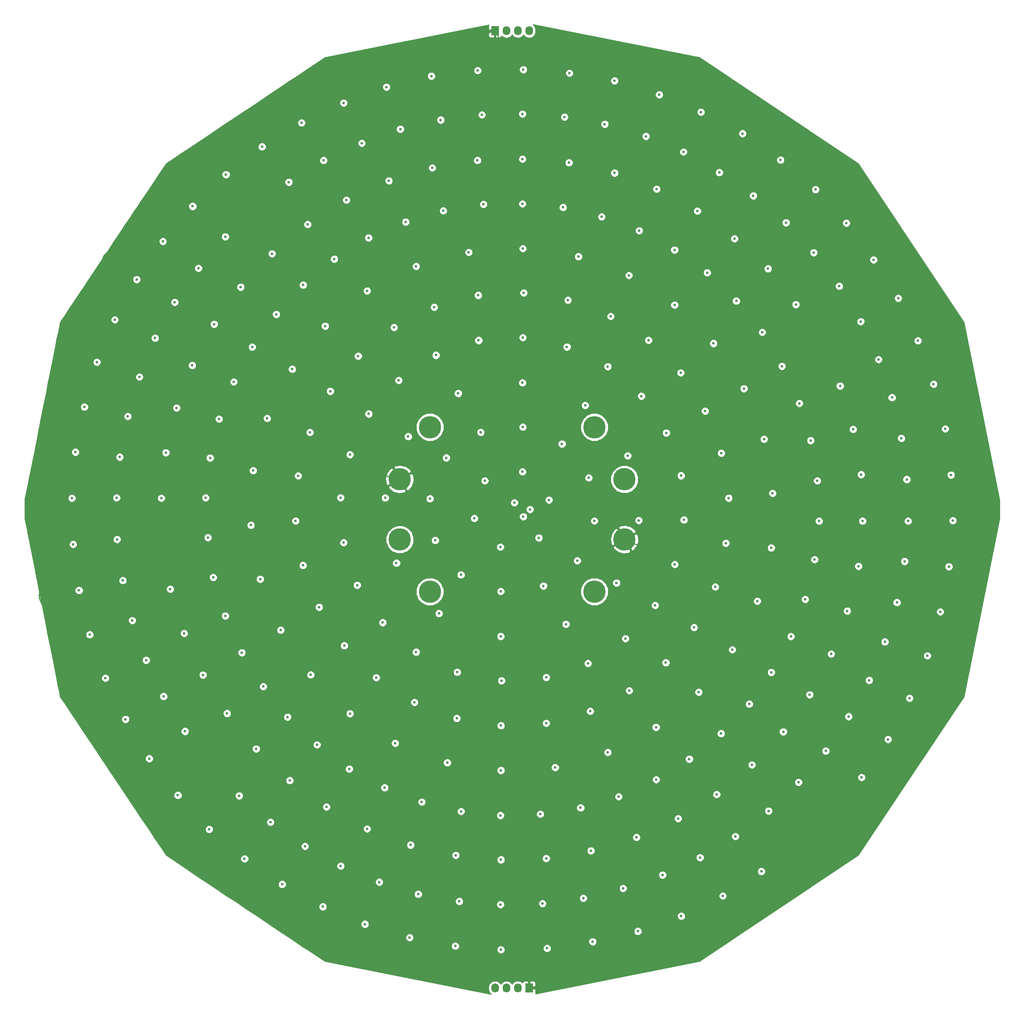
<source format=gbr>
G04 #@! TF.FileFunction,Copper,L2,Inr,Plane*
%FSLAX46Y46*%
G04 Gerber Fmt 4.6, Leading zero omitted, Abs format (unit mm)*
G04 Created by KiCad (PCBNEW 4.0.6-e0-6349~53~ubuntu16.04.1) date Sun Jun 25 10:16:03 2017*
%MOMM*%
%LPD*%
G01*
G04 APERTURE LIST*
%ADD10C,0.100000*%
%ADD11C,5.000000*%
%ADD12R,1.727200X2.032000*%
%ADD13O,1.727200X2.032000*%
%ADD14C,0.600000*%
%ADD15C,0.250000*%
%ADD16C,0.254000*%
G04 APERTURE END LIST*
D10*
D11*
X318384776Y-181615224D03*
X325114071Y-193270705D03*
X325114071Y-206729295D03*
X318384776Y-218384776D03*
X281615224Y-218384776D03*
X274885929Y-206729295D03*
X274885929Y-193270705D03*
X281615224Y-181615224D03*
D12*
X296190000Y-93000000D03*
D13*
X298730000Y-93000000D03*
X301270000Y-93000000D03*
X303810000Y-93000000D03*
D12*
X303810000Y-307000000D03*
D13*
X301270000Y-307000000D03*
X298730000Y-307000000D03*
X296190000Y-307000000D03*
D14*
X348400000Y-197475000D03*
X346725000Y-187425000D03*
X290300000Y-142550000D03*
X278550000Y-145675000D03*
X267600000Y-151150000D03*
X258225000Y-159025000D03*
X250850000Y-168650000D03*
X254825000Y-182775000D03*
X245250000Y-179650000D03*
X242125000Y-191325000D03*
X252175000Y-192500000D03*
X241625000Y-203525000D03*
X251625000Y-202575000D03*
X253250000Y-212500000D03*
X243700000Y-215575000D03*
X256875000Y-221850000D03*
X248275000Y-226975000D03*
X262475000Y-230450000D03*
X254975000Y-236975000D03*
X263750000Y-245650000D03*
X269625000Y-237600000D03*
X273875000Y-252250000D03*
X278175000Y-243125000D03*
X287625000Y-246700000D03*
X285500000Y-256600000D03*
X297500000Y-258325000D03*
X297500000Y-248325000D03*
X307625000Y-247775000D03*
X309625000Y-257675000D03*
X321375000Y-254300000D03*
X317450000Y-245100000D03*
X332150000Y-248675000D03*
X326175000Y-240500000D03*
X341700000Y-240850000D03*
X334350000Y-234250000D03*
X340650000Y-226375000D03*
X345400000Y-217325000D03*
X347750000Y-207550000D03*
X349200000Y-231350000D03*
X316950000Y-234425000D03*
X307625000Y-237550000D03*
X297625000Y-238275000D03*
X287725000Y-236375000D03*
X278550000Y-231900000D03*
X271075000Y-225300000D03*
X265375000Y-216925000D03*
X274150000Y-212000000D03*
X283650000Y-223250000D03*
X297450000Y-228375000D03*
X312025000Y-225650000D03*
X325325000Y-228875000D03*
X323325000Y-216425000D03*
X331975000Y-221450000D03*
X336350000Y-212300000D03*
X338400000Y-202350000D03*
X328300000Y-202450000D03*
X262350000Y-207425000D03*
X271625000Y-197425000D03*
X261675000Y-197375000D03*
X276775000Y-183725000D03*
X287950000Y-174075000D03*
X325825000Y-188025000D03*
X337750000Y-192450000D03*
X343150000Y-178025000D03*
X337675000Y-169475000D03*
X330475000Y-162175000D03*
X322025000Y-156850000D03*
X312475000Y-153225000D03*
X292425000Y-152150000D03*
X282575000Y-154800000D03*
X273600000Y-159325000D03*
X265600000Y-165750000D03*
X259350000Y-173575000D03*
X263750000Y-187750000D03*
X267950000Y-178650000D03*
X274650000Y-171150000D03*
X282975000Y-165525000D03*
X292525000Y-162225000D03*
X334450000Y-182900000D03*
X328900000Y-174675000D03*
X321375000Y-168075000D03*
X312250000Y-163675000D03*
X316325000Y-176750000D03*
X311150000Y-185350000D03*
X317125000Y-192950000D03*
X318400000Y-202575000D03*
X314550000Y-211450000D03*
X307000000Y-217100000D03*
X297450000Y-218325000D03*
X288575000Y-214625000D03*
X282800000Y-206925000D03*
X281625000Y-197600000D03*
X285275000Y-188475000D03*
X292975000Y-182775000D03*
X308225000Y-197900000D03*
X305975000Y-206350000D03*
X297375000Y-208400000D03*
X291550000Y-202000000D03*
X293900000Y-193600000D03*
X281950000Y-103150000D03*
X293250000Y-111800000D03*
X271900000Y-105600000D03*
X262350000Y-109150000D03*
X292250000Y-122000000D03*
X293600000Y-131800000D03*
X284600000Y-133250000D03*
X284050000Y-112950000D03*
X282150000Y-123650000D03*
X275000000Y-115000000D03*
X266400000Y-118150000D03*
X252950000Y-113600000D03*
X244100000Y-118950000D03*
X276200000Y-135750000D03*
X272450000Y-126550000D03*
X257850000Y-122000000D03*
X267900000Y-139300000D03*
X262950000Y-130850000D03*
X250100000Y-126850000D03*
X236050000Y-125150000D03*
X228600000Y-132250000D03*
X254300000Y-136300000D03*
X246350000Y-142850000D03*
X260250000Y-144050000D03*
X253300000Y-149850000D03*
X239350000Y-150300000D03*
X235900000Y-139050000D03*
X229900000Y-146100000D03*
X221950000Y-140100000D03*
X216100000Y-148600000D03*
X247300000Y-156400000D03*
X241900000Y-163700000D03*
X233400000Y-158600000D03*
X228500000Y-167800000D03*
X224600000Y-153700000D03*
X220200000Y-161700000D03*
X211200000Y-157600000D03*
X207200000Y-167100000D03*
X237800000Y-171500000D03*
X204400000Y-177100000D03*
X216700000Y-170400000D03*
X214100000Y-179200000D03*
X225000000Y-177300000D03*
X234500000Y-179800000D03*
X232500000Y-188500000D03*
X222600000Y-187300000D03*
X212300000Y-188300000D03*
X202400000Y-187200000D03*
X231500000Y-197400000D03*
X232000000Y-206300000D03*
X221600000Y-197500000D03*
X201600000Y-197500000D03*
X211600000Y-197400000D03*
X211700000Y-206700000D03*
X201900000Y-207800000D03*
X213000000Y-215900000D03*
X203200000Y-218100000D03*
X205600000Y-228000000D03*
X215100000Y-224800000D03*
X223600000Y-217800000D03*
X233200000Y-215200000D03*
X235900000Y-223800000D03*
X226700000Y-227700000D03*
X218200000Y-233700000D03*
X209100000Y-237700000D03*
X213600000Y-246900000D03*
X222100000Y-241800000D03*
X230900000Y-237000000D03*
X239600000Y-232000000D03*
X244400000Y-239600000D03*
X218900000Y-255700000D03*
X225300000Y-263900000D03*
X226900000Y-249600000D03*
X236300000Y-245600000D03*
X242800000Y-253500000D03*
X249800000Y-246400000D03*
X256400000Y-252600000D03*
X239000000Y-264000000D03*
X232300000Y-271500000D03*
X263600000Y-258000000D03*
X250300000Y-260600000D03*
X246000000Y-269900000D03*
X240200000Y-278100000D03*
X248600000Y-283800000D03*
X271500000Y-262200000D03*
X279800000Y-265400000D03*
X288600000Y-267500000D03*
X297400000Y-268400000D03*
X306300000Y-268100000D03*
X315300000Y-266700000D03*
X323800000Y-264200000D03*
X267600000Y-271400000D03*
X258500000Y-266500000D03*
X253700000Y-275300000D03*
X261700000Y-279700000D03*
X257700000Y-288800000D03*
X267100000Y-292700000D03*
X270300000Y-283300000D03*
X277300000Y-275000000D03*
X279000000Y-286000000D03*
X277100000Y-295700000D03*
X287300000Y-297600000D03*
X288200000Y-287600000D03*
X287400000Y-277300000D03*
X297500000Y-278300000D03*
X297400000Y-288300000D03*
X306800000Y-288100000D03*
X315900000Y-286900000D03*
X318000000Y-296600000D03*
X328100000Y-294300000D03*
X307600000Y-278000000D03*
X317600000Y-276300000D03*
X324800000Y-284700000D03*
X337800000Y-290900000D03*
X333600000Y-281700000D03*
X327800000Y-273300000D03*
X337100000Y-269100000D03*
X342000000Y-277800000D03*
X347100000Y-286400000D03*
X355700000Y-280900000D03*
X349900000Y-273100000D03*
X345700000Y-263700000D03*
X332200000Y-260400000D03*
X339600000Y-255800000D03*
X346700000Y-250100000D03*
X357300000Y-267400000D03*
X353600000Y-257100000D03*
X364000000Y-261000000D03*
X370100000Y-254000000D03*
X378100000Y-259900000D03*
X384000000Y-251400000D03*
X388800000Y-242200000D03*
X375200000Y-246300000D03*
X366500000Y-241400000D03*
X360600000Y-249700000D03*
X353000000Y-243500000D03*
X357900000Y-236400000D03*
X371300000Y-232300000D03*
X379800000Y-238200000D03*
X383300000Y-229600000D03*
X392800000Y-232700000D03*
X395700000Y-222900000D03*
X386000000Y-220800000D03*
X374900000Y-222700000D03*
X362300000Y-228400000D03*
X354800000Y-220500000D03*
X357900000Y-208600000D03*
X358200000Y-196400000D03*
X365500000Y-220100000D03*
X367600000Y-211200000D03*
X368600000Y-202600000D03*
X377400000Y-212700000D03*
X378300000Y-202600000D03*
X387700000Y-211600000D03*
X388500000Y-202600000D03*
X397600000Y-212800000D03*
X398500000Y-202500000D03*
X356300000Y-184300000D03*
X351800000Y-173000000D03*
X345000000Y-162900000D03*
X368200000Y-193600000D03*
X366700000Y-184600000D03*
X364200000Y-176300000D03*
X378000000Y-192200000D03*
X376200000Y-182100000D03*
X373300000Y-172400000D03*
X398100000Y-192300000D03*
X388200000Y-193300000D03*
X396800000Y-182000000D03*
X387000000Y-184100000D03*
X394200000Y-172000000D03*
X384900000Y-175000000D03*
X390700000Y-162300000D03*
X360300000Y-168000000D03*
X381900000Y-166500000D03*
X386300000Y-152800000D03*
X377900000Y-158000000D03*
X363400000Y-154200000D03*
X355900000Y-160400000D03*
X350100000Y-153400000D03*
X357200000Y-146200000D03*
X373100000Y-150100000D03*
X380800000Y-144200000D03*
X374700000Y-136000000D03*
X367400000Y-142600000D03*
X361200000Y-135900000D03*
X353900000Y-129900000D03*
X346300000Y-124700000D03*
X367800000Y-128500000D03*
X360000000Y-121900000D03*
X343600000Y-147100000D03*
X336300000Y-154300000D03*
X336300000Y-142000000D03*
X326100000Y-147700000D03*
X314800000Y-143500000D03*
X328400000Y-137700000D03*
X320000000Y-134600000D03*
X311400000Y-132500000D03*
X349700000Y-139500000D03*
X341400000Y-133300000D03*
X332300000Y-128400000D03*
X322900000Y-124800000D03*
X312700000Y-122500000D03*
X351500000Y-116000000D03*
X338300000Y-120100000D03*
X329900000Y-116600000D03*
X320700000Y-113900000D03*
X311700000Y-112300000D03*
X342200000Y-111200000D03*
X332900000Y-107300000D03*
X322900000Y-104200000D03*
X312800000Y-102500000D03*
X302300000Y-191600000D03*
X302400000Y-181600000D03*
X302300000Y-171700000D03*
X302400000Y-161600000D03*
X302594787Y-151599858D03*
X302400000Y-141700000D03*
X302300000Y-131700000D03*
X302300000Y-121700000D03*
X302300000Y-111600000D03*
X302500000Y-101700000D03*
X292300000Y-101900000D03*
X307800000Y-298100000D03*
X296190000Y-307000000D03*
X297500000Y-298400000D03*
X302500000Y-201600000D03*
X283700000Y-176800000D03*
X325600000Y-212100000D03*
X302600000Y-218400000D03*
X311400000Y-214600000D03*
X317300000Y-207000000D03*
X318500000Y-197400000D03*
X314800000Y-188500000D03*
X307000000Y-182500000D03*
X293000000Y-217100000D03*
X285400000Y-211400000D03*
X281700000Y-202600000D03*
X282800000Y-193100000D03*
X288500000Y-185400000D03*
X294000000Y-206100000D03*
X302500000Y-208300000D03*
X308500000Y-202000000D03*
X305800000Y-193600000D03*
X291500000Y-197900000D03*
X297200000Y-191700000D03*
X297400000Y-181600000D03*
X297100000Y-171700000D03*
X297300000Y-161500000D03*
X287300000Y-122500000D03*
X288100000Y-112300000D03*
X277200000Y-124900000D03*
X279100000Y-113900000D03*
X270300000Y-116600000D03*
X267700000Y-128600000D03*
X261700000Y-120300000D03*
X253600000Y-124800000D03*
X246000000Y-129900000D03*
X288500000Y-132400000D03*
X287300000Y-153200000D03*
X285500000Y-143400000D03*
X274000000Y-147600000D03*
X279800000Y-134500000D03*
X271400000Y-137700000D03*
X263500000Y-142000000D03*
X263700000Y-154400000D03*
X256400000Y-147100000D03*
X258800000Y-133400000D03*
X250200000Y-139400000D03*
X242900000Y-146300000D03*
X238900000Y-135800000D03*
X232600000Y-142700000D03*
X226900000Y-149900000D03*
X244000000Y-160400000D03*
X255000000Y-162800000D03*
X222100000Y-158000000D03*
X218200000Y-166400000D03*
X215100000Y-175100000D03*
X231100000Y-162900000D03*
X226700000Y-172500000D03*
X239400000Y-167900000D03*
X235800000Y-176100000D03*
X248400000Y-172900000D03*
X287700000Y-163700000D03*
X278100000Y-156700000D03*
X269500000Y-162300000D03*
X278600000Y-168000000D03*
X271100000Y-174700000D03*
X262200000Y-169400000D03*
X256800000Y-178000000D03*
X265500000Y-183000000D03*
X253100000Y-187400000D03*
X233200000Y-184600000D03*
X243700000Y-184100000D03*
X251600000Y-197500000D03*
X241700000Y-196300000D03*
X231700000Y-193700000D03*
X223600000Y-182000000D03*
X222100000Y-192400000D03*
X212900000Y-184100000D03*
X211700000Y-193100000D03*
X221700000Y-202600000D03*
X231500000Y-202600000D03*
X242400000Y-208700000D03*
X232300000Y-211300000D03*
X222800000Y-212800000D03*
X211500000Y-202500000D03*
X212400000Y-211700000D03*
X245300000Y-220300000D03*
X251000000Y-231200000D03*
X234500000Y-220000000D03*
X237700000Y-228400000D03*
X241900000Y-236300000D03*
X214000000Y-220800000D03*
X224900000Y-222600000D03*
X216500000Y-229600000D03*
X228500000Y-232400000D03*
X220300000Y-238000000D03*
X233400000Y-241300000D03*
X224700000Y-246300000D03*
X229700000Y-253800000D03*
X239300000Y-249600000D03*
X235800000Y-260900000D03*
X246300000Y-257000000D03*
X242800000Y-267300000D03*
X250200000Y-272800000D03*
X254200000Y-263800000D03*
X262900000Y-269000000D03*
X257900000Y-277700000D03*
X274200000Y-187900000D03*
X262200000Y-192500000D03*
X271600000Y-202600000D03*
X261700000Y-202700000D03*
X252000000Y-207400000D03*
X254700000Y-217500000D03*
X263800000Y-212500000D03*
X276900000Y-216200000D03*
X259400000Y-226400000D03*
X267900000Y-221200000D03*
X247300000Y-243700000D03*
X258400000Y-240900000D03*
X253400000Y-250000000D03*
X260500000Y-255700000D03*
X267800000Y-248600000D03*
X265800000Y-234200000D03*
X288100000Y-225900000D03*
X274700000Y-228700000D03*
X273300000Y-240500000D03*
X282500000Y-245100000D03*
X283100000Y-234500000D03*
X292300000Y-237600000D03*
X292300000Y-247800000D03*
X302600000Y-248400000D03*
X302400000Y-238100000D03*
X302500000Y-228300000D03*
X316300000Y-223200000D03*
X312400000Y-236400000D03*
X312500000Y-246800000D03*
X322100000Y-243100000D03*
X321400000Y-231800000D03*
X330600000Y-237700000D03*
X266300000Y-281500000D03*
X272400000Y-273300000D03*
X278600000Y-254300000D03*
X267800000Y-260400000D03*
X276100000Y-264000000D03*
X290400000Y-257700000D03*
X284800000Y-266800000D03*
X293800000Y-268200000D03*
X302800000Y-268400000D03*
X275000000Y-284900000D03*
X282000000Y-276200000D03*
X284000000Y-286800000D03*
X292100000Y-277800000D03*
X293400000Y-288200000D03*
X302600000Y-298100000D03*
X302400000Y-258200000D03*
X314500000Y-256400000D03*
X311500000Y-267200000D03*
X320100000Y-265300000D03*
X302400000Y-288500000D03*
X302400000Y-278200000D03*
X312600000Y-277200000D03*
X322700000Y-274900000D03*
X332300000Y-271300000D03*
X311700000Y-287600000D03*
X320600000Y-286000000D03*
X329500000Y-283400000D03*
X338300000Y-279600000D03*
X326000000Y-252100000D03*
X328400000Y-262200000D03*
X336400000Y-258000000D03*
X341500000Y-266500000D03*
X346500000Y-275200000D03*
X353900000Y-270000000D03*
X349900000Y-260500000D03*
X336500000Y-245500000D03*
X343600000Y-252600000D03*
X350400000Y-246500000D03*
X360900000Y-263900000D03*
X357200000Y-253600000D03*
X367400000Y-257400000D03*
X373100000Y-249600000D03*
X363700000Y-245700000D03*
X355800000Y-239400000D03*
X344800000Y-237200000D03*
X328900000Y-225000000D03*
X337600000Y-230400000D03*
X343000000Y-222000000D03*
X351700000Y-226900000D03*
X360300000Y-232000000D03*
X364100000Y-223600000D03*
X369000000Y-236900000D03*
X377900000Y-242100000D03*
X381900000Y-233400000D03*
X373400000Y-227600000D03*
X385100000Y-224600000D03*
X376200000Y-217800000D03*
X386900000Y-215800000D03*
X378100000Y-207600000D03*
X388300000Y-206700000D03*
X378500000Y-197500000D03*
X388400000Y-197300000D03*
X386200000Y-179000000D03*
X387600000Y-188100000D03*
X356100000Y-215500000D03*
X366700000Y-215400000D03*
X368200000Y-206400000D03*
X368400000Y-197400000D03*
X358100000Y-203500000D03*
X346800000Y-212400000D03*
X334500000Y-217000000D03*
X337500000Y-207400000D03*
X348400000Y-202500000D03*
X338400000Y-197100000D03*
X328300000Y-197400000D03*
X323200000Y-183400000D03*
X312000000Y-173900000D03*
X336300000Y-187700000D03*
X357800000Y-191200000D03*
X347900000Y-192400000D03*
X377200000Y-187200000D03*
X367600000Y-188400000D03*
X365300000Y-179700000D03*
X375100000Y-177100000D03*
X354600000Y-179500000D03*
X345300000Y-182600000D03*
X331800000Y-178600000D03*
X340600000Y-173600000D03*
X297400000Y-151700000D03*
X297300000Y-141700000D03*
X297300000Y-131600000D03*
X334400000Y-165700000D03*
X325300000Y-170900000D03*
X326300000Y-159300000D03*
X317000000Y-165500000D03*
X317300000Y-154700000D03*
X307400000Y-162400000D03*
X307500000Y-152100000D03*
X362300000Y-171500000D03*
X383200000Y-170200000D03*
X371300000Y-167600000D03*
X379800000Y-161700000D03*
X366500000Y-158500000D03*
X375300000Y-153600000D03*
X357900000Y-163300000D03*
X349500000Y-168600000D03*
X352900000Y-156400000D03*
X341800000Y-159000000D03*
X346500000Y-149800000D03*
X370100000Y-146000000D03*
X360500000Y-150200000D03*
X363900000Y-139000000D03*
X353400000Y-142900000D03*
X357200000Y-132500000D03*
X345700000Y-136200000D03*
X349900000Y-127000000D03*
X337000000Y-131100000D03*
X342000000Y-121900000D03*
X339600000Y-144000000D03*
X332100000Y-151200000D03*
X331900000Y-139400000D03*
X321400000Y-145800000D03*
X323700000Y-135900000D03*
X315300000Y-133200000D03*
X309800000Y-142400000D03*
X306400000Y-131900000D03*
X297400000Y-121600000D03*
X297400000Y-111600000D03*
X297400000Y-101500000D03*
X327700000Y-126700000D03*
X317800000Y-123600000D03*
X307600000Y-121900000D03*
X333700000Y-118200000D03*
X324800000Y-115000000D03*
X315900000Y-113100000D03*
X306700000Y-111700000D03*
X287100000Y-102500000D03*
X276900000Y-104300000D03*
X267200000Y-107300000D03*
X257800000Y-111100000D03*
X248600000Y-116100000D03*
X240200000Y-121800000D03*
X232300000Y-128600000D03*
X225200000Y-135900000D03*
X219000000Y-144200000D03*
X213600000Y-153000000D03*
X209200000Y-162400000D03*
X205600000Y-172000000D03*
X203200000Y-182000000D03*
X202000000Y-192200000D03*
X201600000Y-202400000D03*
X202400000Y-212600000D03*
X204200000Y-222800000D03*
X207000000Y-233000000D03*
X211200000Y-242200000D03*
X216200000Y-251400000D03*
X222000000Y-260000000D03*
X228600000Y-267800000D03*
X235800000Y-274600000D03*
X244000000Y-281000000D03*
X253000000Y-286400000D03*
X262400000Y-290800000D03*
X272200000Y-294400000D03*
X282000000Y-296600000D03*
X292200000Y-298000000D03*
X312800000Y-297600000D03*
X323000000Y-295600000D03*
X332600000Y-292800000D03*
X342200000Y-288800000D03*
X351400000Y-284000000D03*
X359800000Y-278000000D03*
X367600000Y-271400000D03*
X374800000Y-263800000D03*
X381200000Y-255800000D03*
X386400000Y-247000000D03*
X390800000Y-237800000D03*
X394200000Y-228000000D03*
X396600000Y-218000000D03*
X398000000Y-208000000D03*
X398400000Y-197600000D03*
X397600000Y-187200000D03*
X395600000Y-177000000D03*
X392800000Y-167200000D03*
X388600000Y-157600000D03*
X383800000Y-148600000D03*
X378000000Y-140200000D03*
X371400000Y-132200000D03*
X364000000Y-125200000D03*
X355800000Y-119000000D03*
X347000000Y-113400000D03*
X337800000Y-109200000D03*
X328000000Y-105600000D03*
X317800000Y-103200000D03*
X307800000Y-101800000D03*
X297500000Y-201500000D03*
X304000000Y-200000000D03*
X300500000Y-198500000D03*
D15*
X280208336Y-171609025D02*
X283700000Y-176800000D01*
X331143631Y-215410848D02*
X325600000Y-212100000D01*
X302404969Y-214717509D02*
X302600000Y-218400000D01*
X309422420Y-211127771D02*
X311400000Y-214600000D01*
X313318545Y-204803566D02*
X317300000Y-207000000D01*
X313823972Y-197617378D02*
X318500000Y-197400000D01*
X311078083Y-191021174D02*
X314800000Y-188500000D01*
X305288684Y-186456351D02*
X307000000Y-182500000D01*
X294617438Y-213839837D02*
X293000000Y-217100000D01*
X288575138Y-209327625D02*
X285400000Y-211400000D01*
X285819310Y-203121181D02*
X281700000Y-202600000D01*
X285855365Y-195990477D02*
X282800000Y-193100000D01*
X290500000Y-188141176D02*
X288500000Y-185400000D01*
X288945304Y-209660774D02*
X294000000Y-206100000D01*
X303171607Y-214499949D02*
X302500000Y-208300000D01*
X313318545Y-204803566D02*
X308500000Y-202000000D01*
X310243834Y-190157653D02*
X305800000Y-193600000D01*
X285961741Y-195491839D02*
X291500000Y-197900000D01*
X297522986Y-191799908D02*
X297200000Y-191700000D01*
X297547156Y-181600168D02*
X297400000Y-181600000D01*
X297570616Y-171700048D02*
X297100000Y-171700000D01*
X297594787Y-161499886D02*
X297300000Y-161500000D01*
X286396580Y-116075777D02*
X287300000Y-122500000D01*
X288077202Y-115838513D02*
X288100000Y-112300000D01*
X275803320Y-118612448D02*
X277200000Y-124900000D01*
X279973444Y-117500415D02*
X279100000Y-113900000D01*
X271513019Y-120129240D02*
X270300000Y-116600000D01*
X265381827Y-122859186D02*
X267700000Y-128600000D01*
X263498915Y-123697563D02*
X261700000Y-120300000D01*
X255260197Y-128237123D02*
X253600000Y-124800000D01*
X248216324Y-132917821D02*
X246000000Y-129900000D01*
X289077271Y-136353527D02*
X288500000Y-132400000D01*
X288079303Y-156451408D02*
X287300000Y-153200000D01*
X284501279Y-137304308D02*
X285500000Y-143400000D01*
X271520593Y-141734125D02*
X274000000Y-147600000D01*
X280984653Y-138348306D02*
X279800000Y-134500000D01*
X272783221Y-140972194D02*
X271400000Y-137700000D01*
X265441273Y-145402680D02*
X263500000Y-142000000D01*
X260238373Y-149032833D02*
X263700000Y-154400000D01*
X258672268Y-150469775D02*
X256400000Y-147100000D01*
X255797927Y-127896725D02*
X258800000Y-133400000D01*
X246703348Y-134303656D02*
X250200000Y-139400000D01*
X238454412Y-141859404D02*
X242900000Y-146300000D01*
X231341659Y-150532277D02*
X236400000Y-154200000D01*
X241643495Y-138938311D02*
X238900000Y-135800000D01*
X235359674Y-145346235D02*
X232600000Y-142700000D01*
X229676355Y-152681681D02*
X226900000Y-149900000D01*
X252516434Y-156117911D02*
X249800000Y-153300000D01*
X246683188Y-163286580D02*
X244000000Y-160400000D01*
X250541157Y-158453033D02*
X255000000Y-162800000D01*
X225204447Y-160102483D02*
X222100000Y-158000000D01*
X221240239Y-167778813D02*
X218200000Y-166400000D01*
X218196630Y-176363351D02*
X215100000Y-175100000D01*
X225143083Y-160212389D02*
X231100000Y-162900000D01*
X220489502Y-169896276D02*
X226700000Y-172500000D01*
X242400000Y-169690909D02*
X239400000Y-167900000D01*
X238866668Y-177785451D02*
X235800000Y-176100000D01*
X242197339Y-170155187D02*
X248400000Y-172900000D01*
X286182641Y-157259245D02*
X287700000Y-163700000D01*
X279791988Y-159981190D02*
X278100000Y-156700000D01*
X271600000Y-165442553D02*
X269500000Y-162300000D01*
X275367133Y-162557090D02*
X278600000Y-168000000D01*
X266585823Y-170065074D02*
X271100000Y-174700000D01*
X265148367Y-171960849D02*
X262200000Y-169400000D01*
X259914855Y-180368473D02*
X256800000Y-178000000D01*
X259879310Y-180351725D02*
X259914855Y-180368473D01*
X259914855Y-180368473D02*
X265500000Y-183000000D01*
X256628626Y-188891385D02*
X253100000Y-187400000D01*
X236802248Y-185900417D02*
X233200000Y-184600000D01*
X237419080Y-182584945D02*
X243700000Y-184100000D01*
X255542221Y-197893026D02*
X251600000Y-197500000D01*
X235520284Y-195699192D02*
X241700000Y-196300000D01*
X235511594Y-194499972D02*
X231700000Y-193700000D01*
X217214584Y-180884111D02*
X223600000Y-182000000D01*
X215455590Y-191698760D02*
X222100000Y-192400000D01*
X216371929Y-185413382D02*
X212900000Y-184100000D01*
X215394372Y-193902608D02*
X211700000Y-193100000D01*
X215161064Y-202301696D02*
X221700000Y-202600000D01*
X235573185Y-202999530D02*
X231500000Y-202600000D01*
X236172597Y-209605399D02*
X242400000Y-208700000D01*
X236468381Y-211106229D02*
X232300000Y-211300000D01*
X216321170Y-213397095D02*
X222800000Y-212800000D01*
X215141557Y-203003948D02*
X211500000Y-202500000D01*
X216101925Y-211799739D02*
X212400000Y-211700000D01*
X239348786Y-222624150D02*
X245300000Y-220300000D01*
X245100000Y-234091892D02*
X251000000Y-231200000D01*
X238080101Y-219284216D02*
X234500000Y-220000000D01*
X241389591Y-226952064D02*
X237700000Y-228400000D01*
X245395518Y-234503221D02*
X241900000Y-236300000D01*
X217352966Y-220283234D02*
X214000000Y-220800000D01*
X218555582Y-224082407D02*
X224900000Y-222600000D01*
X220035358Y-228757154D02*
X216500000Y-229600000D01*
X222316981Y-234990566D02*
X228500000Y-232400000D01*
X223166038Y-236518868D02*
X220300000Y-238000000D01*
X227600000Y-244500000D02*
X233400000Y-241300000D01*
X227816981Y-244890566D02*
X224700000Y-246300000D01*
X232876451Y-251837747D02*
X229700000Y-253800000D01*
X234080243Y-253316088D02*
X239300000Y-249600000D01*
X238487618Y-258728654D02*
X235800000Y-260900000D01*
X241186921Y-261717365D02*
X246300000Y-257000000D01*
X244717641Y-264376578D02*
X242800000Y-267300000D01*
X251922441Y-269802978D02*
X250200000Y-272800000D01*
X249973539Y-268335134D02*
X254200000Y-263800000D01*
X259704086Y-274691259D02*
X262900000Y-269000000D01*
X259501589Y-274596601D02*
X257900000Y-277700000D01*
X332536182Y-209808995D02*
X325114071Y-206729295D01*
X266953474Y-191187287D02*
X274885929Y-193270705D01*
X268513981Y-185476495D02*
X274200000Y-187900000D01*
X256326926Y-191391185D02*
X262200000Y-192500000D01*
X265319407Y-202467801D02*
X271600000Y-202600000D01*
X255666553Y-203015700D02*
X261700000Y-202700000D01*
X256147782Y-207106147D02*
X252000000Y-207400000D01*
X258100000Y-215400000D02*
X254700000Y-217500000D01*
X257608311Y-214135657D02*
X263800000Y-212500000D01*
X271093360Y-219306589D02*
X276900000Y-216200000D01*
X262361534Y-224434126D02*
X259400000Y-226400000D01*
X262340572Y-224446367D02*
X262361534Y-224434126D01*
X262361534Y-224434126D02*
X267900000Y-221200000D01*
X250170438Y-241149393D02*
X247300000Y-243700000D01*
X253590040Y-244910894D02*
X258400000Y-240900000D01*
X255834149Y-246962651D02*
X253400000Y-250000000D01*
X262351835Y-252789450D02*
X260500000Y-255700000D01*
X264755046Y-254083486D02*
X267800000Y-248600000D01*
X268332149Y-231958727D02*
X265800000Y-234200000D01*
X285568179Y-231416893D02*
X288100000Y-225900000D01*
X270193366Y-233408517D02*
X274700000Y-228700000D01*
X275749500Y-237736453D02*
X273300000Y-240500000D01*
X284427080Y-241933806D02*
X282500000Y-245100000D01*
X279992035Y-240119469D02*
X283100000Y-234500000D01*
X291089886Y-243890246D02*
X292300000Y-237600000D01*
X292900763Y-244093189D02*
X292300000Y-247800000D01*
X302400329Y-244602544D02*
X302600000Y-248400000D01*
X302400329Y-244602544D02*
X302400329Y-244602544D01*
X302400329Y-244602544D02*
X302400000Y-238100000D01*
X303200000Y-234508571D02*
X302500000Y-228300000D01*
X319799220Y-228199181D02*
X316300000Y-223200000D01*
X313983892Y-242460829D02*
X312400000Y-236400000D01*
X311700000Y-243400000D02*
X312500000Y-246800000D01*
X320785207Y-239664027D02*
X322100000Y-243100000D01*
X324640000Y-237320000D02*
X321400000Y-231800000D01*
X328064000Y-234752000D02*
X330600000Y-237700000D01*
X267727240Y-278441728D02*
X266300000Y-281500000D01*
X270080478Y-279541762D02*
X272400000Y-273300000D01*
X275745413Y-260001376D02*
X278600000Y-254300000D01*
X270271101Y-257053670D02*
X267800000Y-260400000D01*
X277817274Y-260740499D02*
X276100000Y-264000000D01*
X289296677Y-263944528D02*
X290400000Y-257700000D01*
X285930230Y-263095873D02*
X284800000Y-266800000D01*
X294206646Y-264310944D02*
X293800000Y-268200000D01*
X302889328Y-264808218D02*
X302800000Y-268400000D01*
X276008547Y-281663839D02*
X275000000Y-284900000D01*
X280706105Y-282774171D02*
X282000000Y-276200000D01*
X284790639Y-283739606D02*
X284000000Y-286800000D01*
X292101041Y-284949336D02*
X292100000Y-277800000D01*
X293800324Y-284984253D02*
X293400000Y-288200000D01*
X303810000Y-307000000D02*
X302600000Y-298100000D01*
X302889328Y-264808218D02*
X302400000Y-258200000D01*
X316296018Y-262385288D02*
X314500000Y-256400000D01*
X311004741Y-263817514D02*
X311500000Y-267200000D01*
X319500000Y-261518045D02*
X320100000Y-265300000D01*
X302895498Y-285100320D02*
X302400000Y-288500000D01*
X302900591Y-285171245D02*
X302895498Y-285100320D01*
X302895498Y-285100320D02*
X302400000Y-278200000D01*
X314005947Y-283842525D02*
X312600000Y-277200000D01*
X324566504Y-281104621D02*
X322700000Y-274900000D01*
X335368737Y-277310979D02*
X332300000Y-271300000D01*
X311387242Y-284208777D02*
X311700000Y-287600000D01*
X319971342Y-282718398D02*
X320600000Y-286000000D01*
X328716562Y-279647160D02*
X329500000Y-283400000D01*
X336771416Y-276526645D02*
X338300000Y-279600000D01*
X328802854Y-257805494D02*
X326000000Y-252100000D01*
X327294292Y-258589011D02*
X328400000Y-262200000D01*
X334915854Y-254630525D02*
X336400000Y-258000000D01*
X344626990Y-272144758D02*
X341500000Y-266500000D01*
X344605147Y-272109128D02*
X344626990Y-272144758D01*
X344626990Y-272144758D02*
X346500000Y-275200000D01*
X351950415Y-266943575D02*
X353900000Y-270000000D01*
X353703005Y-265403420D02*
X349900000Y-260500000D01*
X340448840Y-250540655D02*
X336500000Y-245500000D01*
X341139222Y-249945498D02*
X343600000Y-252600000D01*
X348100000Y-243944828D02*
X350400000Y-246500000D01*
X358812021Y-260913678D02*
X360900000Y-263900000D01*
X361793990Y-258293160D02*
X357200000Y-253600000D01*
X364177252Y-255381619D02*
X367400000Y-257400000D01*
X369497096Y-248797653D02*
X373100000Y-249600000D01*
X368652757Y-249842627D02*
X363700000Y-245700000D01*
X352414021Y-237940537D02*
X355800000Y-239400000D01*
X350377873Y-240884697D02*
X344800000Y-237200000D01*
X334100000Y-229100000D02*
X328900000Y-225000000D01*
X335106923Y-227805385D02*
X337600000Y-230400000D01*
X340183086Y-219934303D02*
X343000000Y-222000000D01*
X356925620Y-230712010D02*
X351700000Y-226900000D01*
X357228263Y-230066372D02*
X360300000Y-232000000D01*
X361000000Y-222020000D02*
X364100000Y-223600000D01*
X374523247Y-240562304D02*
X369000000Y-236900000D01*
X374800000Y-239998795D02*
X377900000Y-242100000D01*
X378624313Y-232211941D02*
X381900000Y-233400000D01*
X379688446Y-230045212D02*
X373400000Y-227600000D01*
X381354508Y-224189593D02*
X385100000Y-224600000D01*
X382474221Y-219294103D02*
X376200000Y-217800000D01*
X383323168Y-215582428D02*
X386900000Y-215800000D01*
X384675363Y-206797073D02*
X378100000Y-207600000D01*
X384675363Y-206797073D02*
X388300000Y-206700000D01*
X384894176Y-197497520D02*
X378500000Y-197500000D01*
X384894176Y-197497520D02*
X388400000Y-197300000D01*
X382497237Y-179681725D02*
X386200000Y-179000000D01*
X384192221Y-188701462D02*
X387600000Y-188100000D01*
X362450174Y-217389884D02*
X356100000Y-215500000D01*
X363093876Y-214219055D02*
X366700000Y-215400000D01*
X364600000Y-206800000D02*
X368200000Y-206400000D01*
X364528686Y-197600494D02*
X368400000Y-197400000D01*
X364575195Y-203600155D02*
X358100000Y-203500000D01*
X343479290Y-211950164D02*
X346800000Y-212400000D01*
X340183086Y-219934303D02*
X334500000Y-217000000D01*
X343862614Y-208895484D02*
X337500000Y-207400000D01*
X344720129Y-201790360D02*
X348400000Y-202500000D01*
X344383599Y-196588368D02*
X338400000Y-197100000D01*
X334045797Y-197114535D02*
X328300000Y-197400000D01*
X327973181Y-180131393D02*
X323200000Y-183400000D01*
X314632502Y-168405640D02*
X312000000Y-173900000D01*
X341667306Y-184956366D02*
X336300000Y-187700000D01*
X363767398Y-190206465D02*
X357800000Y-191200000D01*
X343898294Y-193100238D02*
X347900000Y-192400000D01*
X383721392Y-186195979D02*
X377200000Y-187200000D01*
X363630026Y-189513881D02*
X367600000Y-188400000D01*
X361725945Y-180931910D02*
X365300000Y-179700000D01*
X380877139Y-174850008D02*
X375100000Y-177100000D01*
X360255430Y-177519205D02*
X354600000Y-179500000D01*
X341323698Y-184147456D02*
X345300000Y-182600000D01*
X336803424Y-175208083D02*
X331800000Y-178600000D01*
X336771547Y-175221585D02*
X336803424Y-175208083D01*
X336803424Y-175208083D02*
X340600000Y-173600000D01*
X297618010Y-151699780D02*
X297400000Y-151700000D01*
X297641943Y-141600054D02*
X297300000Y-141700000D01*
X297665876Y-131500328D02*
X297300000Y-131600000D01*
X331577110Y-168527081D02*
X334400000Y-165700000D01*
X328536389Y-165956948D02*
X325300000Y-170900000D01*
X325397065Y-163303472D02*
X326300000Y-159300000D01*
X319576576Y-159952593D02*
X317000000Y-165500000D01*
X315690318Y-158221738D02*
X317300000Y-154700000D01*
X307803915Y-155965775D02*
X307400000Y-162400000D01*
X306399415Y-155805117D02*
X307500000Y-152100000D01*
X358343199Y-173081386D02*
X362300000Y-171500000D01*
X379308622Y-170996491D02*
X383200000Y-170200000D01*
X376843984Y-164941392D02*
X371300000Y-167600000D01*
X376130176Y-163187716D02*
X379800000Y-161700000D01*
X371516860Y-154787238D02*
X366500000Y-158500000D01*
X371855040Y-155234031D02*
X375300000Y-153600000D01*
X354434406Y-165778132D02*
X357900000Y-163300000D01*
X353883099Y-164910742D02*
X349500000Y-168600000D01*
X349863584Y-158586705D02*
X352900000Y-156400000D01*
X345963212Y-154538833D02*
X341800000Y-159000000D01*
X343344818Y-152058249D02*
X346500000Y-149800000D01*
X366519670Y-148185111D02*
X370100000Y-146000000D01*
X365566280Y-146925523D02*
X360500000Y-150200000D01*
X361437935Y-141471286D02*
X363900000Y-139000000D01*
X357199455Y-137600698D02*
X353400000Y-142900000D01*
X353826162Y-134966497D02*
X357200000Y-132500000D01*
X349160228Y-131322874D02*
X345700000Y-136200000D01*
X348102453Y-130496859D02*
X349900000Y-127000000D01*
X339883165Y-125039410D02*
X337000000Y-131100000D01*
X340583515Y-125338589D02*
X342000000Y-121900000D01*
X337762203Y-147462227D02*
X339600000Y-144000000D01*
X335841825Y-146295775D02*
X332100000Y-151200000D01*
X330477322Y-143037336D02*
X331900000Y-139400000D01*
X323923961Y-139726406D02*
X321400000Y-145800000D01*
X323112323Y-139462152D02*
X323700000Y-135900000D01*
X315084254Y-136848362D02*
X315300000Y-133200000D01*
X310403916Y-136052580D02*
X309800000Y-142400000D01*
X306290676Y-135712904D02*
X306400000Y-131900000D01*
X297689336Y-121600208D02*
X297400000Y-121600000D01*
X297713033Y-111600074D02*
X297400000Y-111600000D01*
X297736967Y-101499926D02*
X297400000Y-101500000D01*
X330029812Y-120830212D02*
X327700000Y-126700000D01*
X318992693Y-117065735D02*
X317800000Y-123600000D01*
X308598839Y-115910448D02*
X307600000Y-121900000D01*
X332179306Y-121748442D02*
X333700000Y-118200000D01*
X324596142Y-118509032D02*
X324800000Y-115000000D01*
X315612227Y-116689993D02*
X315900000Y-113100000D01*
X306502508Y-115677439D02*
X306700000Y-111700000D01*
X297539336Y-184900208D02*
X305288684Y-186456351D01*
X305288684Y-186456351D02*
X307000000Y-186800000D01*
X291700000Y-186800000D02*
X297539336Y-184900208D01*
X286600000Y-192500000D02*
X290500000Y-188141176D01*
X290500000Y-188141176D02*
X291700000Y-186800000D01*
X285000000Y-200000000D02*
X285855365Y-195990477D01*
X285855365Y-195990477D02*
X285961741Y-195491839D01*
X285961741Y-195491839D02*
X286600000Y-192500000D01*
X287100000Y-208000000D02*
X285819310Y-203121181D01*
X285819310Y-203121181D02*
X285000000Y-200000000D01*
X293100000Y-213400000D02*
X288945304Y-209660774D01*
X288945304Y-209660774D02*
X288575138Y-209327625D01*
X288575138Y-209327625D02*
X287100000Y-208000000D01*
X300000000Y-215400000D02*
X294617438Y-213839837D01*
X294617438Y-213839837D02*
X293100000Y-213400000D01*
X307400000Y-213300000D02*
X303171607Y-214499949D01*
X303171607Y-214499949D02*
X302404969Y-214717509D01*
X302404969Y-214717509D02*
X300000000Y-215400000D01*
X312800000Y-207500000D02*
X309422420Y-211127771D01*
X309422420Y-211127771D02*
X307400000Y-213300000D01*
X314300000Y-199700000D02*
X313318545Y-204803566D01*
X313318545Y-204803566D02*
X312800000Y-207500000D01*
X312700000Y-192700000D02*
X313823972Y-197617378D01*
X313823972Y-197617378D02*
X314300000Y-199700000D01*
X307000000Y-186800000D02*
X310243834Y-190157653D01*
X310243834Y-190157653D02*
X311078083Y-191021174D01*
X311078083Y-191021174D02*
X312700000Y-192700000D01*
X297586256Y-165099968D02*
X309100000Y-166500000D01*
X297585900Y-165250094D02*
X297585900Y-165250200D01*
X282500000Y-169300000D02*
X297585900Y-165250094D01*
X269300000Y-182600000D02*
X280208336Y-171609025D01*
X280208336Y-171609025D02*
X282500000Y-169300000D01*
X264600000Y-199800000D02*
X266953474Y-191187287D01*
X266953474Y-191187287D02*
X268513981Y-185476495D01*
X268513981Y-185476495D02*
X269300000Y-182600000D01*
X269400000Y-217600000D02*
X265319407Y-202467801D01*
X265319407Y-202467801D02*
X264600000Y-199800000D01*
X282200000Y-230500000D02*
X271093360Y-219306589D01*
X271093360Y-219306589D02*
X269400000Y-217600000D01*
X300200000Y-235400000D02*
X285568179Y-231416893D01*
X285568179Y-231416893D02*
X282200000Y-230500000D01*
X317700000Y-230200000D02*
X303200000Y-234508571D01*
X303200000Y-234508571D02*
X300200000Y-235400000D01*
X330500000Y-218000000D02*
X319799220Y-228199181D01*
X319799220Y-228199181D02*
X317700000Y-230200000D01*
X334900000Y-200300000D02*
X332536182Y-209808995D01*
X332536182Y-209808995D02*
X331143631Y-215410848D01*
X331143631Y-215410848D02*
X330500000Y-218000000D01*
X330100000Y-182400000D02*
X334045797Y-197114535D01*
X334045797Y-197114535D02*
X334900000Y-200300000D01*
X318100000Y-169600000D02*
X327973181Y-180131393D01*
X327973181Y-180131393D02*
X330100000Y-182400000D01*
X309100000Y-166500000D02*
X314632502Y-168405640D01*
X314632502Y-168405640D02*
X318100000Y-169600000D01*
X297610664Y-154799792D02*
X306399415Y-155805117D01*
X306399415Y-155805117D02*
X307803915Y-155965775D01*
X307803915Y-155965775D02*
X311600000Y-156400000D01*
X288200000Y-156400000D02*
X297610664Y-154799792D01*
X277400000Y-161000000D02*
X279791988Y-159981190D01*
X279791988Y-159981190D02*
X286182641Y-157259245D01*
X286182641Y-157259245D02*
X288079303Y-156451408D01*
X288079303Y-156451408D02*
X288200000Y-156400000D01*
X268000000Y-168200000D02*
X271600000Y-165442553D01*
X271600000Y-165442553D02*
X275367133Y-162557090D01*
X275367133Y-162557090D02*
X277400000Y-161000000D01*
X261100000Y-177300000D02*
X265148367Y-171960849D01*
X265148367Y-171960849D02*
X266585823Y-170065074D01*
X266585823Y-170065074D02*
X268000000Y-168200000D01*
X256700000Y-188300000D02*
X259879310Y-180351725D01*
X259879310Y-180351725D02*
X261100000Y-177300000D01*
X255300000Y-199900000D02*
X255542221Y-197893026D01*
X255542221Y-197893026D02*
X256326926Y-191391185D01*
X256326926Y-191391185D02*
X256628626Y-188891385D01*
X256628626Y-188891385D02*
X256700000Y-188300000D01*
X256700000Y-211800000D02*
X256147782Y-207106147D01*
X256147782Y-207106147D02*
X255666553Y-203015700D01*
X255666553Y-203015700D02*
X255300000Y-199900000D01*
X260900000Y-222600000D02*
X258100000Y-215400000D01*
X258100000Y-215400000D02*
X257608311Y-214135657D01*
X257608311Y-214135657D02*
X256700000Y-211800000D01*
X268000000Y-231700000D02*
X262340572Y-224446367D01*
X262340572Y-224446367D02*
X260900000Y-222600000D01*
X277500000Y-239100000D02*
X275749500Y-237736453D01*
X275749500Y-237736453D02*
X270193366Y-233408517D01*
X270193366Y-233408517D02*
X268332149Y-231958727D01*
X268332149Y-231958727D02*
X268000000Y-231700000D01*
X288500000Y-243600000D02*
X284427080Y-241933806D01*
X284427080Y-241933806D02*
X279992035Y-240119469D01*
X279992035Y-240119469D02*
X277500000Y-239100000D01*
X300100000Y-244900000D02*
X292900763Y-244093189D01*
X292900763Y-244093189D02*
X291089886Y-243890246D01*
X291089886Y-243890246D02*
X288500000Y-243600000D01*
X311700000Y-243400000D02*
X302400329Y-244602544D01*
X302400329Y-244602544D02*
X300100000Y-244900000D01*
X322400000Y-239000000D02*
X320785207Y-239664027D01*
X320785207Y-239664027D02*
X313983892Y-242460829D01*
X313983892Y-242460829D02*
X311700000Y-243400000D01*
X332000000Y-231800000D02*
X328064000Y-234752000D01*
X328064000Y-234752000D02*
X324640000Y-237320000D01*
X324640000Y-237320000D02*
X322400000Y-239000000D01*
X339000000Y-222800000D02*
X335106923Y-227805385D01*
X335106923Y-227805385D02*
X334100000Y-229100000D01*
X334100000Y-229100000D02*
X332000000Y-231800000D01*
X343500000Y-211900000D02*
X343479290Y-211950164D01*
X343479290Y-211950164D02*
X340183086Y-219934303D01*
X340183086Y-219934303D02*
X339000000Y-222800000D01*
X344900000Y-200300000D02*
X344720129Y-201790360D01*
X344720129Y-201790360D02*
X343862614Y-208895484D01*
X343862614Y-208895484D02*
X343500000Y-211900000D01*
X343300000Y-188800000D02*
X343898294Y-193100238D01*
X343898294Y-193100238D02*
X344383599Y-196588368D01*
X344383599Y-196588368D02*
X344900000Y-200300000D01*
X338500000Y-177500000D02*
X341323698Y-184147456D01*
X341323698Y-184147456D02*
X341667306Y-184956366D01*
X341667306Y-184956366D02*
X343300000Y-188800000D01*
X331900000Y-168800000D02*
X336771547Y-175221585D01*
X336771547Y-175221585D02*
X338500000Y-177500000D01*
X323500000Y-161700000D02*
X325397065Y-163303472D01*
X325397065Y-163303472D02*
X328536389Y-165956948D01*
X328536389Y-165956948D02*
X331577110Y-168527081D01*
X331577110Y-168527081D02*
X331900000Y-168800000D01*
X311600000Y-156400000D02*
X315690318Y-158221738D01*
X315690318Y-158221738D02*
X319576576Y-159952593D01*
X319576576Y-159952593D02*
X323500000Y-161700000D01*
X297657583Y-134999974D02*
X306290676Y-135712904D01*
X306290676Y-135712904D02*
X310403916Y-136052580D01*
X310403916Y-136052580D02*
X313400000Y-136300000D01*
X286200000Y-136800000D02*
X289077271Y-136353527D01*
X289077271Y-136353527D02*
X297800000Y-135000000D01*
X273400000Y-140600000D02*
X280984653Y-138348306D01*
X280984653Y-138348306D02*
X284501279Y-137304308D01*
X284501279Y-137304308D02*
X286200000Y-136800000D01*
X261800000Y-147600000D02*
X265441273Y-145402680D01*
X265441273Y-145402680D02*
X271520593Y-141734125D01*
X271520593Y-141734125D02*
X272783221Y-140972194D01*
X272783221Y-140972194D02*
X273400000Y-140600000D01*
X252100000Y-156500000D02*
X252516434Y-156117911D01*
X252516434Y-156117911D02*
X258672268Y-150469775D01*
X258672268Y-150469775D02*
X260238373Y-149032833D01*
X260238373Y-149032833D02*
X261800000Y-147600000D01*
X243400000Y-167400000D02*
X246683188Y-163286580D01*
X246683188Y-163286580D02*
X250541157Y-158453033D01*
X250541157Y-158453033D02*
X252100000Y-156500000D01*
X237900000Y-180000000D02*
X238866668Y-177785451D01*
X238866668Y-177785451D02*
X242197339Y-170155187D01*
X242197339Y-170155187D02*
X242400000Y-169690909D01*
X242400000Y-169690909D02*
X243400000Y-167400000D01*
X235500000Y-192900000D02*
X236802248Y-185900417D01*
X236802248Y-185900417D02*
X237419080Y-182584945D01*
X237419080Y-182584945D02*
X237900000Y-180000000D01*
X235600000Y-206700000D02*
X235573185Y-202999530D01*
X235573185Y-202999530D02*
X235520284Y-195699192D01*
X235520284Y-195699192D02*
X235511594Y-194499972D01*
X235511594Y-194499972D02*
X235500000Y-192900000D01*
X238300000Y-220400000D02*
X238080101Y-219284216D01*
X238080101Y-219284216D02*
X236468381Y-211106229D01*
X236468381Y-211106229D02*
X236172597Y-209605399D01*
X236172597Y-209605399D02*
X235600000Y-206700000D01*
X244100000Y-232700000D02*
X241389591Y-226952064D01*
X241389591Y-226952064D02*
X239348786Y-222624150D01*
X239348786Y-222624150D02*
X238300000Y-220400000D01*
X251500000Y-243000000D02*
X250170438Y-241149393D01*
X250170438Y-241149393D02*
X245395518Y-234503221D01*
X245395518Y-234503221D02*
X245100000Y-234091892D01*
X245100000Y-234091892D02*
X244100000Y-232700000D01*
X262000000Y-252600000D02*
X255834149Y-246962651D01*
X255834149Y-246962651D02*
X253590040Y-244910894D01*
X253590040Y-244910894D02*
X251500000Y-243000000D01*
X276300000Y-260300000D02*
X275745413Y-260001376D01*
X275745413Y-260001376D02*
X270271101Y-257053670D01*
X270271101Y-257053670D02*
X264755046Y-254083486D01*
X264755046Y-254083486D02*
X262351835Y-252789450D01*
X262351835Y-252789450D02*
X262000000Y-252600000D01*
X288700000Y-263900000D02*
X285930230Y-263095873D01*
X285930230Y-263095873D02*
X277817274Y-260740499D01*
X277817274Y-260740499D02*
X276300000Y-260300000D01*
X302100000Y-264900000D02*
X294206646Y-264310944D01*
X294206646Y-264310944D02*
X289296677Y-263944528D01*
X289296677Y-263944528D02*
X288700000Y-263900000D01*
X310700000Y-263900000D02*
X302889328Y-264808218D01*
X302889328Y-264808218D02*
X302100000Y-264900000D01*
X324000000Y-260300000D02*
X319500000Y-261518045D01*
X319500000Y-261518045D02*
X316296018Y-262385288D01*
X316296018Y-262385288D02*
X311004741Y-263817514D01*
X311004741Y-263817514D02*
X310700000Y-263900000D01*
X336900000Y-253600000D02*
X334915854Y-254630525D01*
X334915854Y-254630525D02*
X328802854Y-257805494D01*
X328802854Y-257805494D02*
X327294292Y-258589011D01*
X327294292Y-258589011D02*
X324000000Y-260300000D01*
X348500000Y-243600000D02*
X348100000Y-243944828D01*
X348100000Y-243944828D02*
X341139222Y-249945498D01*
X341139222Y-249945498D02*
X340448840Y-250540655D01*
X340448840Y-250540655D02*
X336900000Y-253600000D01*
X355900000Y-232900000D02*
X352414021Y-237940537D01*
X352414021Y-237940537D02*
X350377873Y-240884697D01*
X350377873Y-240884697D02*
X348500000Y-243600000D01*
X361900000Y-220100000D02*
X361000000Y-222020000D01*
X361000000Y-222020000D02*
X357228263Y-230066372D01*
X357228263Y-230066372D02*
X356925620Y-230712010D01*
X356925620Y-230712010D02*
X355900000Y-232900000D01*
X364600000Y-206800000D02*
X363093876Y-214219055D01*
X363093876Y-214219055D02*
X362450174Y-217389884D01*
X362450174Y-217389884D02*
X361900000Y-220100000D01*
X364500000Y-193900000D02*
X364528686Y-197600494D01*
X364528686Y-197600494D02*
X364575195Y-203600155D01*
X364575195Y-203600155D02*
X364600000Y-206800000D01*
X362100000Y-181800000D02*
X363630026Y-189513881D01*
X363630026Y-189513881D02*
X363767398Y-190206465D01*
X363767398Y-190206465D02*
X364500000Y-193900000D01*
X356800000Y-169500000D02*
X358343199Y-173081386D01*
X358343199Y-173081386D02*
X360255430Y-177519205D01*
X360255430Y-177519205D02*
X361725945Y-180931910D01*
X361725945Y-180931910D02*
X362100000Y-181800000D01*
X349300000Y-157700000D02*
X349863584Y-158586705D01*
X349863584Y-158586705D02*
X353883099Y-164910742D01*
X353883099Y-164910742D02*
X354434406Y-165778132D01*
X354434406Y-165778132D02*
X356800000Y-169500000D01*
X339800000Y-148700000D02*
X343344818Y-152058249D01*
X343344818Y-152058249D02*
X345963212Y-154538833D01*
X345963212Y-154538833D02*
X349300000Y-157700000D01*
X326300000Y-140500000D02*
X330477322Y-143037336D01*
X330477322Y-143037336D02*
X335841825Y-146295775D01*
X335841825Y-146295775D02*
X337762203Y-147462227D01*
X337762203Y-147462227D02*
X339800000Y-148700000D01*
X313400000Y-136300000D02*
X315084254Y-136848362D01*
X315084254Y-136848362D02*
X323112323Y-139462152D01*
X323112323Y-139462152D02*
X323923961Y-139726406D01*
X323923961Y-139726406D02*
X326300000Y-140500000D01*
X297705688Y-114699664D02*
X306502508Y-115677439D01*
X306502508Y-115677439D02*
X308598839Y-115910448D01*
X308598839Y-115910448D02*
X315612227Y-116689993D01*
X315612227Y-116689993D02*
X318992693Y-117065735D01*
X318992693Y-117065735D02*
X322000000Y-117400000D01*
X297705737Y-114679006D02*
X297705737Y-114678986D01*
X292600000Y-115200000D02*
X297705737Y-114679006D01*
X284100000Y-116400000D02*
X286396580Y-116075777D01*
X286396580Y-116075777D02*
X288077202Y-115838513D01*
X288077202Y-115838513D02*
X292600000Y-115200000D01*
X273600000Y-119200000D02*
X275803320Y-118612448D01*
X275803320Y-118612448D02*
X279973444Y-117500415D01*
X279973444Y-117500415D02*
X284100000Y-116400000D01*
X259900000Y-125300000D02*
X263498915Y-123697563D01*
X263498915Y-123697563D02*
X265381827Y-122859186D01*
X265381827Y-122859186D02*
X271513019Y-120129240D01*
X271513019Y-120129240D02*
X273600000Y-119200000D01*
X249000000Y-132200000D02*
X255260197Y-128237123D01*
X255260197Y-128237123D02*
X255797927Y-127896725D01*
X255797927Y-127896725D02*
X259900000Y-125300000D01*
X237100000Y-143100000D02*
X238454412Y-141859404D01*
X238454412Y-141859404D02*
X241643495Y-138938311D01*
X241643495Y-138938311D02*
X246703348Y-134303656D01*
X246703348Y-134303656D02*
X248216324Y-132917821D01*
X248216324Y-132917821D02*
X249000000Y-132200000D01*
X228500000Y-154200000D02*
X229676355Y-152681681D01*
X229676355Y-152681681D02*
X231341659Y-150532277D01*
X231341659Y-150532277D02*
X235359674Y-145346235D01*
X235359674Y-145346235D02*
X237100000Y-143100000D01*
X221800000Y-166200000D02*
X225143083Y-160212389D01*
X225143083Y-160212389D02*
X225204447Y-160102483D01*
X225204447Y-160102483D02*
X228500000Y-154200000D01*
X217900000Y-177200000D02*
X218196630Y-176363351D01*
X218196630Y-176363351D02*
X220489502Y-169896276D01*
X220489502Y-169896276D02*
X221240239Y-167778813D01*
X221240239Y-167778813D02*
X221800000Y-166200000D01*
X215500000Y-190100000D02*
X216371929Y-185413382D01*
X216371929Y-185413382D02*
X217214584Y-180884111D01*
X217214584Y-180884111D02*
X217900000Y-177200000D01*
X215100000Y-204500000D02*
X215141557Y-203003948D01*
X215141557Y-203003948D02*
X215161064Y-202301696D01*
X215161064Y-202301696D02*
X215394372Y-193902608D01*
X215394372Y-193902608D02*
X215455590Y-191698760D01*
X215455590Y-191698760D02*
X215500000Y-190100000D01*
X217200000Y-219800000D02*
X216321170Y-213397095D01*
X216321170Y-213397095D02*
X216101925Y-211799739D01*
X216101925Y-211799739D02*
X215100000Y-204500000D01*
X221600000Y-233700000D02*
X220035358Y-228757154D01*
X220035358Y-228757154D02*
X218555582Y-224082407D01*
X218555582Y-224082407D02*
X217352966Y-220283234D01*
X217352966Y-220283234D02*
X217200000Y-219800000D01*
X229100000Y-247200000D02*
X227816981Y-244890566D01*
X227816981Y-244890566D02*
X227600000Y-244500000D01*
X227600000Y-244500000D02*
X223166038Y-236518868D01*
X223166038Y-236518868D02*
X222316981Y-234990566D01*
X222316981Y-234990566D02*
X221600000Y-233700000D01*
X240500000Y-261200000D02*
X238487618Y-258728654D01*
X238487618Y-258728654D02*
X234080243Y-253316088D01*
X234080243Y-253316088D02*
X232876451Y-251837747D01*
X232876451Y-251837747D02*
X229100000Y-247200000D01*
X256300000Y-273100000D02*
X251922441Y-269802978D01*
X251922441Y-269802978D02*
X249973539Y-268335134D01*
X249973539Y-268335134D02*
X244717641Y-264376578D01*
X244717641Y-264376578D02*
X241186921Y-261717365D01*
X241186921Y-261717365D02*
X240500000Y-261200000D01*
X273200000Y-281000000D02*
X270080478Y-279541762D01*
X270080478Y-279541762D02*
X267727240Y-278441728D01*
X267727240Y-278441728D02*
X259704086Y-274691259D01*
X259704086Y-274691259D02*
X259501589Y-274596601D01*
X259501589Y-274596601D02*
X256300000Y-273100000D01*
X289700000Y-284900000D02*
X284790639Y-283739606D01*
X284790639Y-283739606D02*
X280706105Y-282774171D01*
X280706105Y-282774171D02*
X276008547Y-281663839D01*
X276008547Y-281663839D02*
X273200000Y-281000000D01*
X304300000Y-285200000D02*
X302900591Y-285171245D01*
X302900591Y-285171245D02*
X293800324Y-284984253D01*
X293800324Y-284984253D02*
X292101041Y-284949336D01*
X292101041Y-284949336D02*
X289700000Y-284900000D01*
X318600000Y-283200000D02*
X314005947Y-283842525D01*
X314005947Y-283842525D02*
X311387242Y-284208777D01*
X311387242Y-284208777D02*
X304300000Y-285200000D01*
X335400000Y-277300000D02*
X335368737Y-277310979D01*
X335368737Y-277310979D02*
X328716562Y-279647160D01*
X328716562Y-279647160D02*
X324566504Y-281104621D01*
X324566504Y-281104621D02*
X319971342Y-282718398D01*
X319971342Y-282718398D02*
X318600000Y-283200000D01*
X348700000Y-269800000D02*
X344605147Y-272109128D01*
X344605147Y-272109128D02*
X336771416Y-276526645D01*
X336771416Y-276526645D02*
X335400000Y-277300000D01*
X361900000Y-258200000D02*
X361793990Y-258293160D01*
X361793990Y-258293160D02*
X358812021Y-260913678D01*
X358812021Y-260913678D02*
X353703005Y-265403420D01*
X353703005Y-265403420D02*
X351950415Y-266943575D01*
X351950415Y-266943575D02*
X348700000Y-269800000D01*
X372000000Y-245700000D02*
X369497096Y-248797653D01*
X369497096Y-248797653D02*
X368652757Y-249842627D01*
X368652757Y-249842627D02*
X364177252Y-255381619D01*
X364177252Y-255381619D02*
X361900000Y-258200000D01*
X380300000Y-228800000D02*
X379688446Y-230045212D01*
X379688446Y-230045212D02*
X378624313Y-232211941D01*
X378624313Y-232211941D02*
X374800000Y-239998795D01*
X374800000Y-239998795D02*
X374523247Y-240562304D01*
X374523247Y-240562304D02*
X372000000Y-245700000D01*
X384600000Y-210000000D02*
X383323168Y-215582428D01*
X383323168Y-215582428D02*
X382474221Y-219294103D01*
X382474221Y-219294103D02*
X381354508Y-224189593D01*
X381354508Y-224189593D02*
X380300000Y-228800000D01*
X385000000Y-193000000D02*
X384894176Y-197497520D01*
X384894176Y-197497520D02*
X384675363Y-206797073D01*
X384675363Y-206797073D02*
X384600000Y-210000000D01*
X382200000Y-178100000D02*
X382497237Y-179681725D01*
X382497237Y-179681725D02*
X383721392Y-186195979D01*
X383721392Y-186195979D02*
X384192221Y-188701462D01*
X384192221Y-188701462D02*
X385000000Y-193000000D01*
X374100000Y-158200000D02*
X376130176Y-163187716D01*
X376130176Y-163187716D02*
X376843984Y-164941392D01*
X376843984Y-164941392D02*
X379308622Y-170996491D01*
X379308622Y-170996491D02*
X380877139Y-174850008D01*
X380877139Y-174850008D02*
X382200000Y-178100000D01*
X360400000Y-140100000D02*
X361437935Y-141471286D01*
X361437935Y-141471286D02*
X365566280Y-146925523D01*
X365566280Y-146925523D02*
X366519670Y-148185111D01*
X366519670Y-148185111D02*
X371516860Y-154787238D01*
X371516860Y-154787238D02*
X371855040Y-155234031D01*
X371855040Y-155234031D02*
X374100000Y-158200000D01*
X342600000Y-126200000D02*
X348102453Y-130496859D01*
X348102453Y-130496859D02*
X349160228Y-131322874D01*
X349160228Y-131322874D02*
X353826162Y-134966497D01*
X353826162Y-134966497D02*
X357199455Y-137600698D01*
X357199455Y-137600698D02*
X360400000Y-140100000D01*
X322000000Y-117400000D02*
X324596142Y-118509032D01*
X324596142Y-118509032D02*
X330029812Y-120830212D01*
X330029812Y-120830212D02*
X332179306Y-121748442D01*
X332179306Y-121748442D02*
X339883165Y-125039410D01*
X339883165Y-125039410D02*
X340583515Y-125338589D01*
X340583515Y-125338589D02*
X342600000Y-126200000D01*
X286373709Y-95808093D02*
X287100000Y-102500000D01*
X275993559Y-98777486D02*
X276900000Y-104300000D01*
X265705846Y-101720436D02*
X267200000Y-107300000D01*
X255391690Y-104670951D02*
X257800000Y-111100000D01*
X244803403Y-109303614D02*
X248600000Y-116100000D01*
X236819607Y-116820825D02*
X240200000Y-121800000D01*
X228576971Y-124581748D02*
X232300000Y-128600000D01*
X220752197Y-131949230D02*
X225200000Y-135900000D01*
X213127061Y-139128741D02*
X219000000Y-144200000D01*
X206600000Y-149085714D02*
X213600000Y-153000000D01*
X202800000Y-159400000D02*
X209200000Y-162400000D01*
X198907317Y-169965854D02*
X205600000Y-172000000D01*
X196276634Y-180793591D02*
X203200000Y-182000000D01*
X195725058Y-191396108D02*
X202000000Y-192200000D01*
X195163106Y-202198074D02*
X201600000Y-202400000D01*
X194580400Y-213398978D02*
X202400000Y-212600000D01*
X196184122Y-224206890D02*
X204200000Y-222800000D01*
X200888856Y-235048234D02*
X207000000Y-233000000D01*
X205206351Y-244997244D02*
X211200000Y-242200000D01*
X209346075Y-254536608D02*
X216200000Y-251400000D01*
X215661310Y-263739825D02*
X222000000Y-260000000D01*
X223982079Y-272217590D02*
X228600000Y-267800000D01*
X231400000Y-279775472D02*
X235800000Y-274600000D01*
X239589338Y-287223423D02*
X244000000Y-281000000D01*
X249773216Y-291858843D02*
X253000000Y-286400000D01*
X260032505Y-296528589D02*
X262400000Y-290800000D01*
X269237185Y-300718305D02*
X272200000Y-294400000D01*
X280600329Y-303997909D02*
X282000000Y-296600000D01*
X291611283Y-305728202D02*
X292200000Y-298000000D01*
X314007948Y-304431556D02*
X312800000Y-297600000D01*
X324215299Y-301860743D02*
X323000000Y-295600000D01*
X334846157Y-299183266D02*
X332600000Y-292800000D01*
X345500000Y-296500000D02*
X342200000Y-288800000D01*
X354871934Y-289699128D02*
X351400000Y-284000000D01*
X363452583Y-283472462D02*
X359800000Y-278000000D01*
X372164244Y-277150726D02*
X367600000Y-271400000D01*
X379575873Y-268381551D02*
X374800000Y-263800000D01*
X385820415Y-260215611D02*
X381200000Y-255800000D01*
X392074759Y-250234348D02*
X386400000Y-247000000D01*
X396594421Y-240397436D02*
X390800000Y-237800000D01*
X400927473Y-230966676D02*
X394200000Y-228000000D01*
X403485661Y-220209283D02*
X396600000Y-218000000D01*
X404743991Y-208593929D02*
X398000000Y-208000000D01*
X405957169Y-197395363D02*
X398400000Y-197600000D01*
X403848361Y-186390194D02*
X397600000Y-187200000D01*
X401657764Y-175588285D02*
X395600000Y-177000000D01*
X399514025Y-165017434D02*
X392800000Y-167200000D01*
X395144657Y-155032090D02*
X388600000Y-157600000D01*
X389519490Y-145330715D02*
X383800000Y-148600000D01*
X383994969Y-135802918D02*
X378000000Y-140200000D01*
X376600000Y-127139000D02*
X371400000Y-132200000D01*
X368590564Y-120010602D02*
X364000000Y-125200000D01*
X360228308Y-112568194D02*
X355800000Y-119000000D01*
X350634587Y-106719822D02*
X347000000Y-113400000D01*
X340434587Y-102319822D02*
X337800000Y-109200000D01*
X330400000Y-98115672D02*
X328000000Y-105600000D01*
X319600000Y-95697761D02*
X317800000Y-103200000D01*
X307799706Y-94003824D02*
X307800000Y-101800000D01*
X296190000Y-93000000D02*
X297750000Y-96000000D01*
X297750000Y-96000000D02*
X297736967Y-101499926D01*
X297736967Y-101499926D02*
X297713033Y-111600074D01*
X297713033Y-111600074D02*
X297705737Y-114678986D01*
X297705688Y-114699664D02*
X297689336Y-121600208D01*
X297689336Y-121600208D02*
X297665876Y-131500328D01*
X297665876Y-131500328D02*
X297657583Y-134999974D01*
X297657583Y-134999974D02*
X297641943Y-141600054D01*
X297641943Y-141600054D02*
X297618010Y-151699780D01*
X297618010Y-151699780D02*
X297610664Y-154799792D01*
X297610664Y-154799792D02*
X297594787Y-161499886D01*
X297594787Y-161499886D02*
X297586256Y-165099968D01*
X297585900Y-165250200D02*
X297570616Y-171700048D01*
X297570616Y-171700048D02*
X297547156Y-181600168D01*
X297547156Y-181600168D02*
X297539336Y-184900208D01*
X297539336Y-184900208D02*
X297522986Y-191799908D01*
X297522986Y-191799908D02*
X297500000Y-201500000D01*
X345500000Y-296500000D02*
X354871934Y-289699128D01*
X354871934Y-289699128D02*
X363452583Y-283472462D01*
X363452583Y-283472462D02*
X372164244Y-277150726D01*
X372164244Y-277150726D02*
X373750000Y-276000000D01*
X373750000Y-276000000D02*
X379575873Y-268381551D01*
X379575873Y-268381551D02*
X385820415Y-260215611D01*
X385820415Y-260215611D02*
X390000000Y-254750000D01*
X390000000Y-254750000D02*
X392074759Y-250234348D01*
X392074759Y-250234348D02*
X396594421Y-240397436D01*
X396594421Y-240397436D02*
X400927473Y-230966676D01*
X400927473Y-230966676D02*
X402750000Y-227000000D01*
X402750000Y-227000000D02*
X403485661Y-220209283D01*
X403485661Y-220209283D02*
X404743991Y-208593929D01*
X404743991Y-208593929D02*
X405957169Y-197395363D01*
X405957169Y-197395363D02*
X406000000Y-197000000D01*
X406000000Y-197000000D02*
X403848361Y-186390194D01*
X403848361Y-186390194D02*
X401657764Y-175588285D01*
X401657764Y-175588285D02*
X399514025Y-165017434D01*
X399514025Y-165017434D02*
X398750000Y-161250000D01*
X398750000Y-161250000D02*
X395144657Y-155032090D01*
X395144657Y-155032090D02*
X389519490Y-145330715D01*
X389519490Y-145330715D02*
X383994969Y-135802918D01*
X383994969Y-135802918D02*
X381500000Y-131500000D01*
X381500000Y-131500000D02*
X376600000Y-127139000D01*
X376600000Y-127139000D02*
X368590564Y-120010602D01*
X368590564Y-120010602D02*
X360228308Y-112568194D01*
X360228308Y-112568194D02*
X356500000Y-109250000D01*
X356500000Y-109250000D02*
X350634587Y-106719822D01*
X350634587Y-106719822D02*
X340434587Y-102319822D01*
X340434587Y-102319822D02*
X331000000Y-98250000D01*
X331000000Y-98250000D02*
X330400000Y-98115672D01*
X330400000Y-98115672D02*
X319600000Y-95697761D01*
X319600000Y-95697761D02*
X314250000Y-94500000D01*
X314250000Y-94500000D02*
X307799706Y-94003824D01*
X307799706Y-94003824D02*
X307750000Y-94000000D01*
X303810000Y-307000000D02*
X314007948Y-304431556D01*
X314007948Y-304431556D02*
X324215299Y-301860743D01*
X324215299Y-301860743D02*
X334846157Y-299183266D01*
X334846157Y-299183266D02*
X345500000Y-296500000D01*
X296190000Y-93000000D02*
X286373709Y-95808093D01*
X286373709Y-95808093D02*
X275993559Y-98777486D01*
X275993559Y-98777486D02*
X265705846Y-101720436D01*
X265705846Y-101720436D02*
X255391690Y-104670951D01*
X255391690Y-104670951D02*
X247250000Y-107000000D01*
X274250000Y-303000000D02*
X280600329Y-303997909D01*
X280600329Y-303997909D02*
X291611283Y-305728202D01*
X291611283Y-305728202D02*
X291750000Y-305750000D01*
X238000000Y-286500000D02*
X239589338Y-287223423D01*
X239589338Y-287223423D02*
X249773216Y-291858843D01*
X249773216Y-291858843D02*
X260032505Y-296528589D01*
X260032505Y-296528589D02*
X269237185Y-300718305D01*
X269237185Y-300718305D02*
X274250000Y-303000000D01*
X211500000Y-259500000D02*
X215661310Y-263739825D01*
X215661310Y-263739825D02*
X223982079Y-272217590D01*
X223982079Y-272217590D02*
X231400000Y-279775472D01*
X231400000Y-279775472D02*
X238000000Y-286500000D01*
X194250000Y-219750000D02*
X196184122Y-224206890D01*
X196184122Y-224206890D02*
X200888856Y-235048234D01*
X200888856Y-235048234D02*
X205206351Y-244997244D01*
X205206351Y-244997244D02*
X209346075Y-254536608D01*
X209346075Y-254536608D02*
X211500000Y-259500000D01*
X196500000Y-176500000D02*
X196276634Y-180793591D01*
X196276634Y-180793591D02*
X195725058Y-191396108D01*
X195725058Y-191396108D02*
X195163106Y-202198074D01*
X195163106Y-202198074D02*
X194580400Y-213398978D01*
X194580400Y-213398978D02*
X194250000Y-219750000D01*
X208750000Y-143250000D02*
X206600000Y-149085714D01*
X206600000Y-149085714D02*
X202800000Y-159400000D01*
X202800000Y-159400000D02*
X198907317Y-169965854D01*
X198907317Y-169965854D02*
X196500000Y-176500000D01*
X247250000Y-107000000D02*
X244803403Y-109303614D01*
X244803403Y-109303614D02*
X236819607Y-116820825D01*
X236819607Y-116820825D02*
X228576971Y-124581748D01*
X228576971Y-124581748D02*
X220752197Y-131949230D01*
X220752197Y-131949230D02*
X213127061Y-139128741D01*
X213127061Y-139128741D02*
X208750000Y-143250000D01*
D16*
G36*
X341823472Y-99029206D02*
X377279700Y-122720300D01*
X400970794Y-158176528D01*
X408873000Y-197903599D01*
X408873000Y-202096401D01*
X400970794Y-241823472D01*
X377279700Y-277279700D01*
X341823472Y-300970794D01*
X305267186Y-308242292D01*
X305308600Y-308142309D01*
X305308600Y-307285750D01*
X305149850Y-307127000D01*
X303937000Y-307127000D01*
X303937000Y-307147000D01*
X303683000Y-307147000D01*
X303683000Y-307127000D01*
X303663000Y-307127000D01*
X303663000Y-306873000D01*
X303683000Y-306873000D01*
X303683000Y-305507750D01*
X303937000Y-305507750D01*
X303937000Y-306873000D01*
X305149850Y-306873000D01*
X305308600Y-306714250D01*
X305308600Y-305857691D01*
X305211927Y-305624302D01*
X305033299Y-305445673D01*
X304799910Y-305349000D01*
X304095750Y-305349000D01*
X303937000Y-305507750D01*
X303683000Y-305507750D01*
X303524250Y-305349000D01*
X302820090Y-305349000D01*
X302586701Y-305445673D01*
X302408073Y-305624302D01*
X302344500Y-305777780D01*
X302329670Y-305755585D01*
X301843489Y-305430729D01*
X301270000Y-305316655D01*
X300696511Y-305430729D01*
X300210330Y-305755585D01*
X300000000Y-306070366D01*
X299789670Y-305755585D01*
X299303489Y-305430729D01*
X298730000Y-305316655D01*
X298156511Y-305430729D01*
X297670330Y-305755585D01*
X297460000Y-306070366D01*
X297249670Y-305755585D01*
X296763489Y-305430729D01*
X296190000Y-305316655D01*
X295616511Y-305430729D01*
X295130330Y-305755585D01*
X294805474Y-306241766D01*
X294691400Y-306815255D01*
X294691400Y-307184745D01*
X294805474Y-307758234D01*
X295130330Y-308244415D01*
X295294304Y-308353979D01*
X258176528Y-300970794D01*
X254606186Y-298585167D01*
X296564838Y-298585167D01*
X296706883Y-298928943D01*
X296969673Y-299192192D01*
X297313201Y-299334838D01*
X297685167Y-299335162D01*
X298028943Y-299193117D01*
X298292192Y-298930327D01*
X298434838Y-298586799D01*
X298435100Y-298285167D01*
X306864838Y-298285167D01*
X307006883Y-298628943D01*
X307269673Y-298892192D01*
X307613201Y-299034838D01*
X307985167Y-299035162D01*
X308328943Y-298893117D01*
X308592192Y-298630327D01*
X308734838Y-298286799D01*
X308735162Y-297914833D01*
X308593117Y-297571057D01*
X308330327Y-297307808D01*
X307986799Y-297165162D01*
X307614833Y-297164838D01*
X307271057Y-297306883D01*
X307007808Y-297569673D01*
X306865162Y-297913201D01*
X306864838Y-298285167D01*
X298435100Y-298285167D01*
X298435162Y-298214833D01*
X298293117Y-297871057D01*
X298030327Y-297607808D01*
X297686799Y-297465162D01*
X297314833Y-297464838D01*
X296971057Y-297606883D01*
X296707808Y-297869673D01*
X296565162Y-298213201D01*
X296564838Y-298585167D01*
X254606186Y-298585167D01*
X253408901Y-297785167D01*
X286364838Y-297785167D01*
X286506883Y-298128943D01*
X286769673Y-298392192D01*
X287113201Y-298534838D01*
X287485167Y-298535162D01*
X287828943Y-298393117D01*
X288092192Y-298130327D01*
X288234838Y-297786799D01*
X288235162Y-297414833D01*
X288093117Y-297071057D01*
X287830327Y-296807808D01*
X287775802Y-296785167D01*
X317064838Y-296785167D01*
X317206883Y-297128943D01*
X317469673Y-297392192D01*
X317813201Y-297534838D01*
X318185167Y-297535162D01*
X318528943Y-297393117D01*
X318792192Y-297130327D01*
X318934838Y-296786799D01*
X318935162Y-296414833D01*
X318793117Y-296071057D01*
X318530327Y-295807808D01*
X318186799Y-295665162D01*
X317814833Y-295664838D01*
X317471057Y-295806883D01*
X317207808Y-296069673D01*
X317065162Y-296413201D01*
X317064838Y-296785167D01*
X287775802Y-296785167D01*
X287486799Y-296665162D01*
X287114833Y-296664838D01*
X286771057Y-296806883D01*
X286507808Y-297069673D01*
X286365162Y-297413201D01*
X286364838Y-297785167D01*
X253408901Y-297785167D01*
X250565350Y-295885167D01*
X276164838Y-295885167D01*
X276306883Y-296228943D01*
X276569673Y-296492192D01*
X276913201Y-296634838D01*
X277285167Y-296635162D01*
X277628943Y-296493117D01*
X277892192Y-296230327D01*
X278034838Y-295886799D01*
X278035162Y-295514833D01*
X277893117Y-295171057D01*
X277630327Y-294907808D01*
X277286799Y-294765162D01*
X276914833Y-294764838D01*
X276571057Y-294906883D01*
X276307808Y-295169673D01*
X276165162Y-295513201D01*
X276164838Y-295885167D01*
X250565350Y-295885167D01*
X248470103Y-294485167D01*
X327164838Y-294485167D01*
X327306883Y-294828943D01*
X327569673Y-295092192D01*
X327913201Y-295234838D01*
X328285167Y-295235162D01*
X328628943Y-295093117D01*
X328892192Y-294830327D01*
X329034838Y-294486799D01*
X329035162Y-294114833D01*
X328893117Y-293771057D01*
X328630327Y-293507808D01*
X328286799Y-293365162D01*
X327914833Y-293364838D01*
X327571057Y-293506883D01*
X327307808Y-293769673D01*
X327165162Y-294113201D01*
X327164838Y-294485167D01*
X248470103Y-294485167D01*
X246075533Y-292885167D01*
X266164838Y-292885167D01*
X266306883Y-293228943D01*
X266569673Y-293492192D01*
X266913201Y-293634838D01*
X267285167Y-293635162D01*
X267628943Y-293493117D01*
X267892192Y-293230327D01*
X268034838Y-292886799D01*
X268035162Y-292514833D01*
X267893117Y-292171057D01*
X267630327Y-291907808D01*
X267286799Y-291765162D01*
X266914833Y-291764838D01*
X266571057Y-291906883D01*
X266307808Y-292169673D01*
X266165162Y-292513201D01*
X266164838Y-292885167D01*
X246075533Y-292885167D01*
X243381643Y-291085167D01*
X336864838Y-291085167D01*
X337006883Y-291428943D01*
X337269673Y-291692192D01*
X337613201Y-291834838D01*
X337985167Y-291835162D01*
X338328943Y-291693117D01*
X338592192Y-291430327D01*
X338734838Y-291086799D01*
X338735162Y-290714833D01*
X338593117Y-290371057D01*
X338330327Y-290107808D01*
X337986799Y-289965162D01*
X337614833Y-289964838D01*
X337271057Y-290106883D01*
X337007808Y-290369673D01*
X336865162Y-290713201D01*
X336864838Y-291085167D01*
X243381643Y-291085167D01*
X240238770Y-288985167D01*
X256764838Y-288985167D01*
X256906883Y-289328943D01*
X257169673Y-289592192D01*
X257513201Y-289734838D01*
X257885167Y-289735162D01*
X258228943Y-289593117D01*
X258492192Y-289330327D01*
X258634838Y-288986799D01*
X258635162Y-288614833D01*
X258493117Y-288271057D01*
X258230327Y-288007808D01*
X257886799Y-287865162D01*
X257514833Y-287864838D01*
X257171057Y-288006883D01*
X256907808Y-288269673D01*
X256765162Y-288613201D01*
X256764838Y-288985167D01*
X240238770Y-288985167D01*
X238442844Y-287785167D01*
X287264838Y-287785167D01*
X287406883Y-288128943D01*
X287669673Y-288392192D01*
X288013201Y-288534838D01*
X288385167Y-288535162D01*
X288506164Y-288485167D01*
X296464838Y-288485167D01*
X296606883Y-288828943D01*
X296869673Y-289092192D01*
X297213201Y-289234838D01*
X297585167Y-289235162D01*
X297928943Y-289093117D01*
X298192192Y-288830327D01*
X298334838Y-288486799D01*
X298335013Y-288285167D01*
X305864838Y-288285167D01*
X306006883Y-288628943D01*
X306269673Y-288892192D01*
X306613201Y-289034838D01*
X306985167Y-289035162D01*
X307328943Y-288893117D01*
X307592192Y-288630327D01*
X307734838Y-288286799D01*
X307735162Y-287914833D01*
X307593117Y-287571057D01*
X307330327Y-287307808D01*
X306986799Y-287165162D01*
X306614833Y-287164838D01*
X306271057Y-287306883D01*
X306007808Y-287569673D01*
X305865162Y-287913201D01*
X305864838Y-288285167D01*
X298335013Y-288285167D01*
X298335162Y-288114833D01*
X298193117Y-287771057D01*
X297930327Y-287507808D01*
X297586799Y-287365162D01*
X297214833Y-287364838D01*
X296871057Y-287506883D01*
X296607808Y-287769673D01*
X296465162Y-288113201D01*
X296464838Y-288485167D01*
X288506164Y-288485167D01*
X288728943Y-288393117D01*
X288992192Y-288130327D01*
X289134838Y-287786799D01*
X289135162Y-287414833D01*
X288998948Y-287085167D01*
X314964838Y-287085167D01*
X315106883Y-287428943D01*
X315369673Y-287692192D01*
X315713201Y-287834838D01*
X316085167Y-287835162D01*
X316428943Y-287693117D01*
X316692192Y-287430327D01*
X316834838Y-287086799D01*
X316835162Y-286714833D01*
X316781586Y-286585167D01*
X346164838Y-286585167D01*
X346306883Y-286928943D01*
X346569673Y-287192192D01*
X346913201Y-287334838D01*
X347285167Y-287335162D01*
X347628943Y-287193117D01*
X347892192Y-286930327D01*
X348034838Y-286586799D01*
X348035162Y-286214833D01*
X347893117Y-285871057D01*
X347630327Y-285607808D01*
X347286799Y-285465162D01*
X346914833Y-285464838D01*
X346571057Y-285606883D01*
X346307808Y-285869673D01*
X346165162Y-286213201D01*
X346164838Y-286585167D01*
X316781586Y-286585167D01*
X316693117Y-286371057D01*
X316430327Y-286107808D01*
X316086799Y-285965162D01*
X315714833Y-285964838D01*
X315371057Y-286106883D01*
X315107808Y-286369673D01*
X314965162Y-286713201D01*
X314964838Y-287085167D01*
X288998948Y-287085167D01*
X288993117Y-287071057D01*
X288730327Y-286807808D01*
X288386799Y-286665162D01*
X288014833Y-286664838D01*
X287671057Y-286806883D01*
X287407808Y-287069673D01*
X287265162Y-287413201D01*
X287264838Y-287785167D01*
X238442844Y-287785167D01*
X236048274Y-286185167D01*
X278064838Y-286185167D01*
X278206883Y-286528943D01*
X278469673Y-286792192D01*
X278813201Y-286934838D01*
X279185167Y-286935162D01*
X279528943Y-286793117D01*
X279792192Y-286530327D01*
X279934838Y-286186799D01*
X279935162Y-285814833D01*
X279793117Y-285471057D01*
X279530327Y-285207808D01*
X279186799Y-285065162D01*
X278814833Y-285064838D01*
X278471057Y-285206883D01*
X278207808Y-285469673D01*
X278065162Y-285813201D01*
X278064838Y-286185167D01*
X236048274Y-286185167D01*
X234102687Y-284885167D01*
X323864838Y-284885167D01*
X324006883Y-285228943D01*
X324269673Y-285492192D01*
X324613201Y-285634838D01*
X324985167Y-285635162D01*
X325328943Y-285493117D01*
X325592192Y-285230327D01*
X325734838Y-284886799D01*
X325735162Y-284514833D01*
X325593117Y-284171057D01*
X325330327Y-283907808D01*
X324986799Y-283765162D01*
X324614833Y-283764838D01*
X324271057Y-283906883D01*
X324007808Y-284169673D01*
X323865162Y-284513201D01*
X323864838Y-284885167D01*
X234102687Y-284885167D01*
X232755741Y-283985167D01*
X247664838Y-283985167D01*
X247806883Y-284328943D01*
X248069673Y-284592192D01*
X248413201Y-284734838D01*
X248785167Y-284735162D01*
X249128943Y-284593117D01*
X249392192Y-284330327D01*
X249534838Y-283986799D01*
X249535162Y-283614833D01*
X249481586Y-283485167D01*
X269364838Y-283485167D01*
X269506883Y-283828943D01*
X269769673Y-284092192D01*
X270113201Y-284234838D01*
X270485167Y-284235162D01*
X270828943Y-284093117D01*
X271092192Y-283830327D01*
X271234838Y-283486799D01*
X271235162Y-283114833D01*
X271093117Y-282771057D01*
X270830327Y-282507808D01*
X270486799Y-282365162D01*
X270114833Y-282364838D01*
X269771057Y-282506883D01*
X269507808Y-282769673D01*
X269365162Y-283113201D01*
X269364838Y-283485167D01*
X249481586Y-283485167D01*
X249393117Y-283271057D01*
X249130327Y-283007808D01*
X248786799Y-282865162D01*
X248414833Y-282864838D01*
X248071057Y-283006883D01*
X247807808Y-283269673D01*
X247665162Y-283613201D01*
X247664838Y-283985167D01*
X232755741Y-283985167D01*
X229612870Y-281885167D01*
X332664838Y-281885167D01*
X332806883Y-282228943D01*
X333069673Y-282492192D01*
X333413201Y-282634838D01*
X333785167Y-282635162D01*
X334128943Y-282493117D01*
X334392192Y-282230327D01*
X334534838Y-281886799D01*
X334535162Y-281514833D01*
X334393117Y-281171057D01*
X334307377Y-281085167D01*
X354764838Y-281085167D01*
X354906883Y-281428943D01*
X355169673Y-281692192D01*
X355513201Y-281834838D01*
X355885167Y-281835162D01*
X356228943Y-281693117D01*
X356492192Y-281430327D01*
X356634838Y-281086799D01*
X356635162Y-280714833D01*
X356493117Y-280371057D01*
X356230327Y-280107808D01*
X355886799Y-279965162D01*
X355514833Y-279964838D01*
X355171057Y-280106883D01*
X354907808Y-280369673D01*
X354765162Y-280713201D01*
X354764838Y-281085167D01*
X334307377Y-281085167D01*
X334130327Y-280907808D01*
X333786799Y-280765162D01*
X333414833Y-280764838D01*
X333071057Y-280906883D01*
X332807808Y-281169673D01*
X332665162Y-281513201D01*
X332664838Y-281885167D01*
X229612870Y-281885167D01*
X226619658Y-279885167D01*
X260764838Y-279885167D01*
X260906883Y-280228943D01*
X261169673Y-280492192D01*
X261513201Y-280634838D01*
X261885167Y-280635162D01*
X262228943Y-280493117D01*
X262492192Y-280230327D01*
X262634838Y-279886799D01*
X262635162Y-279514833D01*
X262493117Y-279171057D01*
X262230327Y-278907808D01*
X261886799Y-278765162D01*
X261514833Y-278764838D01*
X261171057Y-278906883D01*
X260907808Y-279169673D01*
X260765162Y-279513201D01*
X260764838Y-279885167D01*
X226619658Y-279885167D01*
X224225088Y-278285167D01*
X239264838Y-278285167D01*
X239406883Y-278628943D01*
X239669673Y-278892192D01*
X240013201Y-279034838D01*
X240385167Y-279035162D01*
X240728943Y-278893117D01*
X240992192Y-278630327D01*
X241052467Y-278485167D01*
X296564838Y-278485167D01*
X296706883Y-278828943D01*
X296969673Y-279092192D01*
X297313201Y-279234838D01*
X297685167Y-279235162D01*
X298028943Y-279093117D01*
X298292192Y-278830327D01*
X298434838Y-278486799D01*
X298435100Y-278185167D01*
X306664838Y-278185167D01*
X306806883Y-278528943D01*
X307069673Y-278792192D01*
X307413201Y-278934838D01*
X307785167Y-278935162D01*
X308128943Y-278793117D01*
X308392192Y-278530327D01*
X308534838Y-278186799D01*
X308535013Y-277985167D01*
X341064838Y-277985167D01*
X341206883Y-278328943D01*
X341469673Y-278592192D01*
X341813201Y-278734838D01*
X342185167Y-278735162D01*
X342528943Y-278593117D01*
X342792192Y-278330327D01*
X342934838Y-277986799D01*
X342935162Y-277614833D01*
X342793117Y-277271057D01*
X342530327Y-277007808D01*
X342186799Y-276865162D01*
X341814833Y-276864838D01*
X341471057Y-277006883D01*
X341207808Y-277269673D01*
X341065162Y-277613201D01*
X341064838Y-277985167D01*
X308535013Y-277985167D01*
X308535162Y-277814833D01*
X308393117Y-277471057D01*
X308130327Y-277207808D01*
X307786799Y-277065162D01*
X307414833Y-277064838D01*
X307071057Y-277206883D01*
X306807808Y-277469673D01*
X306665162Y-277813201D01*
X306664838Y-278185167D01*
X298435100Y-278185167D01*
X298435162Y-278114833D01*
X298293117Y-277771057D01*
X298030327Y-277507808D01*
X297686799Y-277365162D01*
X297314833Y-277364838D01*
X296971057Y-277506883D01*
X296707808Y-277769673D01*
X296565162Y-278113201D01*
X296564838Y-278485167D01*
X241052467Y-278485167D01*
X241134838Y-278286799D01*
X241135162Y-277914833D01*
X240993117Y-277571057D01*
X240907377Y-277485167D01*
X286464838Y-277485167D01*
X286606883Y-277828943D01*
X286869673Y-278092192D01*
X287213201Y-278234838D01*
X287585167Y-278235162D01*
X287928943Y-278093117D01*
X288192192Y-277830327D01*
X288334838Y-277486799D01*
X288335162Y-277114833D01*
X288193117Y-276771057D01*
X287930327Y-276507808D01*
X287875802Y-276485167D01*
X316664838Y-276485167D01*
X316806883Y-276828943D01*
X317069673Y-277092192D01*
X317413201Y-277234838D01*
X317785167Y-277235162D01*
X318128943Y-277093117D01*
X318392192Y-276830327D01*
X318534838Y-276486799D01*
X318535162Y-276114833D01*
X318393117Y-275771057D01*
X318130327Y-275507808D01*
X317786799Y-275365162D01*
X317414833Y-275364838D01*
X317071057Y-275506883D01*
X316807808Y-275769673D01*
X316665162Y-276113201D01*
X316664838Y-276485167D01*
X287875802Y-276485167D01*
X287586799Y-276365162D01*
X287214833Y-276364838D01*
X286871057Y-276506883D01*
X286607808Y-276769673D01*
X286465162Y-277113201D01*
X286464838Y-277485167D01*
X240907377Y-277485167D01*
X240730327Y-277307808D01*
X240386799Y-277165162D01*
X240014833Y-277164838D01*
X239671057Y-277306883D01*
X239407808Y-277569673D01*
X239265162Y-277913201D01*
X239264838Y-278285167D01*
X224225088Y-278285167D01*
X222720300Y-277279700D01*
X221521232Y-275485167D01*
X252764838Y-275485167D01*
X252906883Y-275828943D01*
X253169673Y-276092192D01*
X253513201Y-276234838D01*
X253885167Y-276235162D01*
X254228943Y-276093117D01*
X254492192Y-275830327D01*
X254634838Y-275486799D01*
X254635100Y-275185167D01*
X276364838Y-275185167D01*
X276506883Y-275528943D01*
X276769673Y-275792192D01*
X277113201Y-275934838D01*
X277485167Y-275935162D01*
X277828943Y-275793117D01*
X278092192Y-275530327D01*
X278234838Y-275186799D01*
X278235162Y-274814833D01*
X278093117Y-274471057D01*
X277830327Y-274207808D01*
X277486799Y-274065162D01*
X277114833Y-274064838D01*
X276771057Y-274206883D01*
X276507808Y-274469673D01*
X276365162Y-274813201D01*
X276364838Y-275185167D01*
X254635100Y-275185167D01*
X254635162Y-275114833D01*
X254493117Y-274771057D01*
X254230327Y-274507808D01*
X253886799Y-274365162D01*
X253514833Y-274364838D01*
X253171057Y-274506883D01*
X252907808Y-274769673D01*
X252765162Y-275113201D01*
X252764838Y-275485167D01*
X221521232Y-275485167D01*
X220184876Y-273485167D01*
X326864838Y-273485167D01*
X327006883Y-273828943D01*
X327269673Y-274092192D01*
X327613201Y-274234838D01*
X327985167Y-274235162D01*
X328328943Y-274093117D01*
X328592192Y-273830327D01*
X328734838Y-273486799D01*
X328735013Y-273285167D01*
X348964838Y-273285167D01*
X349106883Y-273628943D01*
X349369673Y-273892192D01*
X349713201Y-274034838D01*
X350085167Y-274035162D01*
X350428943Y-273893117D01*
X350692192Y-273630327D01*
X350834838Y-273286799D01*
X350835162Y-272914833D01*
X350693117Y-272571057D01*
X350430327Y-272307808D01*
X350086799Y-272165162D01*
X349714833Y-272164838D01*
X349371057Y-272306883D01*
X349107808Y-272569673D01*
X348965162Y-272913201D01*
X348964838Y-273285167D01*
X328735013Y-273285167D01*
X328735162Y-273114833D01*
X328593117Y-272771057D01*
X328330327Y-272507808D01*
X327986799Y-272365162D01*
X327614833Y-272364838D01*
X327271057Y-272506883D01*
X327007808Y-272769673D01*
X326865162Y-273113201D01*
X326864838Y-273485167D01*
X220184876Y-273485167D01*
X218982154Y-271685167D01*
X231364838Y-271685167D01*
X231506883Y-272028943D01*
X231769673Y-272292192D01*
X232113201Y-272434838D01*
X232485167Y-272435162D01*
X232828943Y-272293117D01*
X233092192Y-272030327D01*
X233234838Y-271686799D01*
X233234926Y-271585167D01*
X266664838Y-271585167D01*
X266806883Y-271928943D01*
X267069673Y-272192192D01*
X267413201Y-272334838D01*
X267785167Y-272335162D01*
X268128943Y-272193117D01*
X268392192Y-271930327D01*
X268534838Y-271586799D01*
X268535162Y-271214833D01*
X268393117Y-270871057D01*
X268130327Y-270607808D01*
X267786799Y-270465162D01*
X267414833Y-270464838D01*
X267071057Y-270606883D01*
X266807808Y-270869673D01*
X266665162Y-271213201D01*
X266664838Y-271585167D01*
X233234926Y-271585167D01*
X233235162Y-271314833D01*
X233093117Y-270971057D01*
X232830327Y-270707808D01*
X232486799Y-270565162D01*
X232114833Y-270564838D01*
X231771057Y-270706883D01*
X231507808Y-270969673D01*
X231365162Y-271313201D01*
X231364838Y-271685167D01*
X218982154Y-271685167D01*
X217913069Y-270085167D01*
X245064838Y-270085167D01*
X245206883Y-270428943D01*
X245469673Y-270692192D01*
X245813201Y-270834838D01*
X246185167Y-270835162D01*
X246528943Y-270693117D01*
X246792192Y-270430327D01*
X246934838Y-270086799D01*
X246935162Y-269714833D01*
X246793117Y-269371057D01*
X246530327Y-269107808D01*
X246186799Y-268965162D01*
X245814833Y-268964838D01*
X245471057Y-269106883D01*
X245207808Y-269369673D01*
X245065162Y-269713201D01*
X245064838Y-270085167D01*
X217913069Y-270085167D01*
X216910801Y-268585167D01*
X296464838Y-268585167D01*
X296606883Y-268928943D01*
X296869673Y-269192192D01*
X297213201Y-269334838D01*
X297585167Y-269335162D01*
X297706164Y-269285167D01*
X336164838Y-269285167D01*
X336306883Y-269628943D01*
X336569673Y-269892192D01*
X336913201Y-270034838D01*
X337285167Y-270035162D01*
X337628943Y-269893117D01*
X337892192Y-269630327D01*
X338034838Y-269286799D01*
X338035162Y-268914833D01*
X337893117Y-268571057D01*
X337630327Y-268307808D01*
X337286799Y-268165162D01*
X336914833Y-268164838D01*
X336571057Y-268306883D01*
X336307808Y-268569673D01*
X336165162Y-268913201D01*
X336164838Y-269285167D01*
X297706164Y-269285167D01*
X297928943Y-269193117D01*
X298192192Y-268930327D01*
X298334838Y-268586799D01*
X298335100Y-268285167D01*
X305364838Y-268285167D01*
X305506883Y-268628943D01*
X305769673Y-268892192D01*
X306113201Y-269034838D01*
X306485167Y-269035162D01*
X306828943Y-268893117D01*
X307092192Y-268630327D01*
X307234838Y-268286799D01*
X307235162Y-267914833D01*
X307093117Y-267571057D01*
X306830327Y-267307808D01*
X306486799Y-267165162D01*
X306114833Y-267164838D01*
X305771057Y-267306883D01*
X305507808Y-267569673D01*
X305365162Y-267913201D01*
X305364838Y-268285167D01*
X298335100Y-268285167D01*
X298335162Y-268214833D01*
X298193117Y-267871057D01*
X297930327Y-267607808D01*
X297586799Y-267465162D01*
X297214833Y-267464838D01*
X296871057Y-267606883D01*
X296607808Y-267869673D01*
X296465162Y-268213201D01*
X296464838Y-268585167D01*
X216910801Y-268585167D01*
X216309440Y-267685167D01*
X287664838Y-267685167D01*
X287806883Y-268028943D01*
X288069673Y-268292192D01*
X288413201Y-268434838D01*
X288785167Y-268435162D01*
X289128943Y-268293117D01*
X289392192Y-268030327D01*
X289534838Y-267686799D01*
X289535162Y-267314833D01*
X289393117Y-266971057D01*
X289307377Y-266885167D01*
X314364838Y-266885167D01*
X314506883Y-267228943D01*
X314769673Y-267492192D01*
X315113201Y-267634838D01*
X315485167Y-267635162D01*
X315606164Y-267585167D01*
X356364838Y-267585167D01*
X356506883Y-267928943D01*
X356769673Y-268192192D01*
X357113201Y-268334838D01*
X357485167Y-268335162D01*
X357828943Y-268193117D01*
X358092192Y-267930327D01*
X358234838Y-267586799D01*
X358235162Y-267214833D01*
X358093117Y-266871057D01*
X357830327Y-266607808D01*
X357486799Y-266465162D01*
X357114833Y-266464838D01*
X356771057Y-266606883D01*
X356507808Y-266869673D01*
X356365162Y-267213201D01*
X356364838Y-267585167D01*
X315606164Y-267585167D01*
X315828943Y-267493117D01*
X316092192Y-267230327D01*
X316234838Y-266886799D01*
X316235162Y-266514833D01*
X316093117Y-266171057D01*
X315830327Y-265907808D01*
X315486799Y-265765162D01*
X315114833Y-265764838D01*
X314771057Y-265906883D01*
X314507808Y-266169673D01*
X314365162Y-266513201D01*
X314364838Y-266885167D01*
X289307377Y-266885167D01*
X289130327Y-266707808D01*
X288786799Y-266565162D01*
X288414833Y-266564838D01*
X288071057Y-266706883D01*
X287807808Y-266969673D01*
X287665162Y-267313201D01*
X287664838Y-267685167D01*
X216309440Y-267685167D01*
X215641261Y-266685167D01*
X257564838Y-266685167D01*
X257706883Y-267028943D01*
X257969673Y-267292192D01*
X258313201Y-267434838D01*
X258685167Y-267435162D01*
X259028943Y-267293117D01*
X259292192Y-267030327D01*
X259434838Y-266686799D01*
X259435162Y-266314833D01*
X259293117Y-265971057D01*
X259030327Y-265707808D01*
X258734977Y-265585167D01*
X278864838Y-265585167D01*
X279006883Y-265928943D01*
X279269673Y-266192192D01*
X279613201Y-266334838D01*
X279985167Y-266335162D01*
X280328943Y-266193117D01*
X280592192Y-265930327D01*
X280734838Y-265586799D01*
X280735162Y-265214833D01*
X280593117Y-264871057D01*
X280330327Y-264607808D01*
X279986799Y-264465162D01*
X279614833Y-264464838D01*
X279271057Y-264606883D01*
X279007808Y-264869673D01*
X278865162Y-265213201D01*
X278864838Y-265585167D01*
X258734977Y-265585167D01*
X258686799Y-265565162D01*
X258314833Y-265564838D01*
X257971057Y-265706883D01*
X257707808Y-265969673D01*
X257565162Y-266313201D01*
X257564838Y-266685167D01*
X215641261Y-266685167D01*
X213903996Y-264085167D01*
X224364838Y-264085167D01*
X224506883Y-264428943D01*
X224769673Y-264692192D01*
X225113201Y-264834838D01*
X225485167Y-264835162D01*
X225828943Y-264693117D01*
X226092192Y-264430327D01*
X226193991Y-264185167D01*
X238064838Y-264185167D01*
X238206883Y-264528943D01*
X238469673Y-264792192D01*
X238813201Y-264934838D01*
X239185167Y-264935162D01*
X239528943Y-264793117D01*
X239792192Y-264530327D01*
X239852467Y-264385167D01*
X322864838Y-264385167D01*
X323006883Y-264728943D01*
X323269673Y-264992192D01*
X323613201Y-265134838D01*
X323985167Y-265135162D01*
X324328943Y-264993117D01*
X324592192Y-264730327D01*
X324734838Y-264386799D01*
X324735162Y-264014833D01*
X324681586Y-263885167D01*
X344764838Y-263885167D01*
X344906883Y-264228943D01*
X345169673Y-264492192D01*
X345513201Y-264634838D01*
X345885167Y-264635162D01*
X346228943Y-264493117D01*
X346492192Y-264230327D01*
X346634838Y-263886799D01*
X346635162Y-263514833D01*
X346493117Y-263171057D01*
X346230327Y-262907808D01*
X345886799Y-262765162D01*
X345514833Y-262764838D01*
X345171057Y-262906883D01*
X344907808Y-263169673D01*
X344765162Y-263513201D01*
X344764838Y-263885167D01*
X324681586Y-263885167D01*
X324593117Y-263671057D01*
X324330327Y-263407808D01*
X323986799Y-263265162D01*
X323614833Y-263264838D01*
X323271057Y-263406883D01*
X323007808Y-263669673D01*
X322865162Y-264013201D01*
X322864838Y-264385167D01*
X239852467Y-264385167D01*
X239934838Y-264186799D01*
X239935162Y-263814833D01*
X239793117Y-263471057D01*
X239530327Y-263207808D01*
X239186799Y-263065162D01*
X238814833Y-263064838D01*
X238471057Y-263206883D01*
X238207808Y-263469673D01*
X238065162Y-263813201D01*
X238064838Y-264185167D01*
X226193991Y-264185167D01*
X226234838Y-264086799D01*
X226235162Y-263714833D01*
X226093117Y-263371057D01*
X225830327Y-263107808D01*
X225486799Y-262965162D01*
X225114833Y-262964838D01*
X224771057Y-263106883D01*
X224507808Y-263369673D01*
X224365162Y-263713201D01*
X224364838Y-264085167D01*
X213903996Y-264085167D01*
X212768093Y-262385167D01*
X270564838Y-262385167D01*
X270706883Y-262728943D01*
X270969673Y-262992192D01*
X271313201Y-263134838D01*
X271685167Y-263135162D01*
X272028943Y-262993117D01*
X272292192Y-262730327D01*
X272434838Y-262386799D01*
X272435162Y-262014833D01*
X272293117Y-261671057D01*
X272030327Y-261407808D01*
X271686799Y-261265162D01*
X271314833Y-261264838D01*
X270971057Y-261406883D01*
X270707808Y-261669673D01*
X270565162Y-262013201D01*
X270564838Y-262385167D01*
X212768093Y-262385167D01*
X211699007Y-260785167D01*
X249364838Y-260785167D01*
X249506883Y-261128943D01*
X249769673Y-261392192D01*
X250113201Y-261534838D01*
X250485167Y-261535162D01*
X250828943Y-261393117D01*
X251092192Y-261130327D01*
X251234838Y-260786799D01*
X251235013Y-260585167D01*
X331264838Y-260585167D01*
X331406883Y-260928943D01*
X331669673Y-261192192D01*
X332013201Y-261334838D01*
X332385167Y-261335162D01*
X332728943Y-261193117D01*
X332736906Y-261185167D01*
X363064838Y-261185167D01*
X363206883Y-261528943D01*
X363469673Y-261792192D01*
X363813201Y-261934838D01*
X364185167Y-261935162D01*
X364528943Y-261793117D01*
X364792192Y-261530327D01*
X364934838Y-261186799D01*
X364935162Y-260814833D01*
X364793117Y-260471057D01*
X364530327Y-260207808D01*
X364234977Y-260085167D01*
X377164838Y-260085167D01*
X377306883Y-260428943D01*
X377569673Y-260692192D01*
X377913201Y-260834838D01*
X378285167Y-260835162D01*
X378628943Y-260693117D01*
X378892192Y-260430327D01*
X379034838Y-260086799D01*
X379035162Y-259714833D01*
X378893117Y-259371057D01*
X378630327Y-259107808D01*
X378286799Y-258965162D01*
X377914833Y-258964838D01*
X377571057Y-259106883D01*
X377307808Y-259369673D01*
X377165162Y-259713201D01*
X377164838Y-260085167D01*
X364234977Y-260085167D01*
X364186799Y-260065162D01*
X363814833Y-260064838D01*
X363471057Y-260206883D01*
X363207808Y-260469673D01*
X363065162Y-260813201D01*
X363064838Y-261185167D01*
X332736906Y-261185167D01*
X332992192Y-260930327D01*
X333134838Y-260586799D01*
X333135162Y-260214833D01*
X332993117Y-259871057D01*
X332730327Y-259607808D01*
X332386799Y-259465162D01*
X332014833Y-259464838D01*
X331671057Y-259606883D01*
X331407808Y-259869673D01*
X331265162Y-260213201D01*
X331264838Y-260585167D01*
X251235013Y-260585167D01*
X251235162Y-260414833D01*
X251093117Y-260071057D01*
X250830327Y-259807808D01*
X250486799Y-259665162D01*
X250114833Y-259664838D01*
X249771057Y-259806883D01*
X249507808Y-260069673D01*
X249365162Y-260413201D01*
X249364838Y-260785167D01*
X211699007Y-260785167D01*
X209961743Y-258185167D01*
X262664838Y-258185167D01*
X262806883Y-258528943D01*
X263069673Y-258792192D01*
X263413201Y-258934838D01*
X263785167Y-258935162D01*
X264128943Y-258793117D01*
X264392192Y-258530327D01*
X264400563Y-258510167D01*
X296564838Y-258510167D01*
X296706883Y-258853943D01*
X296969673Y-259117192D01*
X297313201Y-259259838D01*
X297685167Y-259260162D01*
X298028943Y-259118117D01*
X298292192Y-258855327D01*
X298434838Y-258511799D01*
X298435162Y-258139833D01*
X298319607Y-257860167D01*
X308689838Y-257860167D01*
X308831883Y-258203943D01*
X309094673Y-258467192D01*
X309438201Y-258609838D01*
X309810167Y-258610162D01*
X310153943Y-258468117D01*
X310417192Y-258205327D01*
X310559838Y-257861799D01*
X310560162Y-257489833D01*
X310475596Y-257285167D01*
X352664838Y-257285167D01*
X352806883Y-257628943D01*
X353069673Y-257892192D01*
X353413201Y-258034838D01*
X353785167Y-258035162D01*
X354128943Y-257893117D01*
X354392192Y-257630327D01*
X354534838Y-257286799D01*
X354535162Y-256914833D01*
X354393117Y-256571057D01*
X354130327Y-256307808D01*
X353786799Y-256165162D01*
X353414833Y-256164838D01*
X353071057Y-256306883D01*
X352807808Y-256569673D01*
X352665162Y-256913201D01*
X352664838Y-257285167D01*
X310475596Y-257285167D01*
X310418117Y-257146057D01*
X310155327Y-256882808D01*
X309811799Y-256740162D01*
X309439833Y-256739838D01*
X309096057Y-256881883D01*
X308832808Y-257144673D01*
X308690162Y-257488201D01*
X308689838Y-257860167D01*
X298319607Y-257860167D01*
X298293117Y-257796057D01*
X298030327Y-257532808D01*
X297686799Y-257390162D01*
X297314833Y-257389838D01*
X296971057Y-257531883D01*
X296707808Y-257794673D01*
X296565162Y-258138201D01*
X296564838Y-258510167D01*
X264400563Y-258510167D01*
X264534838Y-258186799D01*
X264535162Y-257814833D01*
X264393117Y-257471057D01*
X264130327Y-257207808D01*
X263786799Y-257065162D01*
X263414833Y-257064838D01*
X263071057Y-257206883D01*
X262807808Y-257469673D01*
X262665162Y-257813201D01*
X262664838Y-258185167D01*
X209961743Y-258185167D01*
X209026293Y-256785167D01*
X284564838Y-256785167D01*
X284706883Y-257128943D01*
X284969673Y-257392192D01*
X285313201Y-257534838D01*
X285685167Y-257535162D01*
X286028943Y-257393117D01*
X286292192Y-257130327D01*
X286434838Y-256786799D01*
X286435162Y-256414833D01*
X286293117Y-256071057D01*
X286207377Y-255985167D01*
X338664838Y-255985167D01*
X338806883Y-256328943D01*
X339069673Y-256592192D01*
X339413201Y-256734838D01*
X339785167Y-256735162D01*
X340128943Y-256593117D01*
X340392192Y-256330327D01*
X340534838Y-255986799D01*
X340535162Y-255614833D01*
X340393117Y-255271057D01*
X340130327Y-255007808D01*
X339786799Y-254865162D01*
X339414833Y-254864838D01*
X339071057Y-255006883D01*
X338807808Y-255269673D01*
X338665162Y-255613201D01*
X338664838Y-255985167D01*
X286207377Y-255985167D01*
X286030327Y-255807808D01*
X285686799Y-255665162D01*
X285314833Y-255664838D01*
X284971057Y-255806883D01*
X284707808Y-256069673D01*
X284565162Y-256413201D01*
X284564838Y-256785167D01*
X209026293Y-256785167D01*
X208424931Y-255885167D01*
X217964838Y-255885167D01*
X218106883Y-256228943D01*
X218369673Y-256492192D01*
X218713201Y-256634838D01*
X219085167Y-256635162D01*
X219428943Y-256493117D01*
X219692192Y-256230327D01*
X219834838Y-255886799D01*
X219835162Y-255514833D01*
X219693117Y-255171057D01*
X219430327Y-254907808D01*
X219086799Y-254765162D01*
X218714833Y-254764838D01*
X218371057Y-254906883D01*
X218107808Y-255169673D01*
X217965162Y-255513201D01*
X217964838Y-255885167D01*
X208424931Y-255885167D01*
X207489482Y-254485167D01*
X320439838Y-254485167D01*
X320581883Y-254828943D01*
X320844673Y-255092192D01*
X321188201Y-255234838D01*
X321560167Y-255235162D01*
X321903943Y-255093117D01*
X322167192Y-254830327D01*
X322309838Y-254486799D01*
X322310100Y-254185167D01*
X369164838Y-254185167D01*
X369306883Y-254528943D01*
X369569673Y-254792192D01*
X369913201Y-254934838D01*
X370285167Y-254935162D01*
X370628943Y-254793117D01*
X370892192Y-254530327D01*
X371034838Y-254186799D01*
X371035162Y-253814833D01*
X370893117Y-253471057D01*
X370630327Y-253207808D01*
X370286799Y-253065162D01*
X369914833Y-253064838D01*
X369571057Y-253206883D01*
X369307808Y-253469673D01*
X369165162Y-253813201D01*
X369164838Y-254185167D01*
X322310100Y-254185167D01*
X322310162Y-254114833D01*
X322168117Y-253771057D01*
X321905327Y-253507808D01*
X321561799Y-253365162D01*
X321189833Y-253364838D01*
X320846057Y-253506883D01*
X320582808Y-253769673D01*
X320440162Y-254113201D01*
X320439838Y-254485167D01*
X207489482Y-254485167D01*
X206954939Y-253685167D01*
X241864838Y-253685167D01*
X242006883Y-254028943D01*
X242269673Y-254292192D01*
X242613201Y-254434838D01*
X242985167Y-254435162D01*
X243328943Y-254293117D01*
X243592192Y-254030327D01*
X243734838Y-253686799D01*
X243735162Y-253314833D01*
X243593117Y-252971057D01*
X243407552Y-252785167D01*
X255464838Y-252785167D01*
X255606883Y-253128943D01*
X255869673Y-253392192D01*
X256213201Y-253534838D01*
X256585167Y-253535162D01*
X256928943Y-253393117D01*
X257192192Y-253130327D01*
X257334838Y-252786799D01*
X257335144Y-252435167D01*
X272939838Y-252435167D01*
X273081883Y-252778943D01*
X273344673Y-253042192D01*
X273688201Y-253184838D01*
X274060167Y-253185162D01*
X274403943Y-253043117D01*
X274667192Y-252780327D01*
X274809838Y-252436799D01*
X274810162Y-252064833D01*
X274668117Y-251721057D01*
X274532464Y-251585167D01*
X383064838Y-251585167D01*
X383206883Y-251928943D01*
X383469673Y-252192192D01*
X383813201Y-252334838D01*
X384185167Y-252335162D01*
X384528943Y-252193117D01*
X384792192Y-251930327D01*
X384934838Y-251586799D01*
X384935162Y-251214833D01*
X384793117Y-250871057D01*
X384530327Y-250607808D01*
X384186799Y-250465162D01*
X383814833Y-250464838D01*
X383471057Y-250606883D01*
X383207808Y-250869673D01*
X383065162Y-251213201D01*
X383064838Y-251585167D01*
X274532464Y-251585167D01*
X274405327Y-251457808D01*
X274061799Y-251315162D01*
X273689833Y-251314838D01*
X273346057Y-251456883D01*
X273082808Y-251719673D01*
X272940162Y-252063201D01*
X272939838Y-252435167D01*
X257335144Y-252435167D01*
X257335162Y-252414833D01*
X257193117Y-252071057D01*
X256930327Y-251807808D01*
X256586799Y-251665162D01*
X256214833Y-251664838D01*
X255871057Y-251806883D01*
X255607808Y-252069673D01*
X255465162Y-252413201D01*
X255464838Y-252785167D01*
X243407552Y-252785167D01*
X243330327Y-252707808D01*
X242986799Y-252565162D01*
X242614833Y-252564838D01*
X242271057Y-252706883D01*
X242007808Y-252969673D01*
X241865162Y-253313201D01*
X241864838Y-253685167D01*
X206954939Y-253685167D01*
X204349042Y-249785167D01*
X225964838Y-249785167D01*
X226106883Y-250128943D01*
X226369673Y-250392192D01*
X226713201Y-250534838D01*
X227085167Y-250535162D01*
X227428943Y-250393117D01*
X227537081Y-250285167D01*
X345764838Y-250285167D01*
X345906883Y-250628943D01*
X346169673Y-250892192D01*
X346513201Y-251034838D01*
X346885167Y-251035162D01*
X347228943Y-250893117D01*
X347492192Y-250630327D01*
X347634838Y-250286799D01*
X347635162Y-249914833D01*
X347622905Y-249885167D01*
X359664838Y-249885167D01*
X359806883Y-250228943D01*
X360069673Y-250492192D01*
X360413201Y-250634838D01*
X360785167Y-250635162D01*
X361128943Y-250493117D01*
X361392192Y-250230327D01*
X361534838Y-249886799D01*
X361535162Y-249514833D01*
X361393117Y-249171057D01*
X361130327Y-248907808D01*
X360786799Y-248765162D01*
X360414833Y-248764838D01*
X360071057Y-248906883D01*
X359807808Y-249169673D01*
X359665162Y-249513201D01*
X359664838Y-249885167D01*
X347622905Y-249885167D01*
X347493117Y-249571057D01*
X347230327Y-249307808D01*
X346886799Y-249165162D01*
X346514833Y-249164838D01*
X346171057Y-249306883D01*
X345907808Y-249569673D01*
X345765162Y-249913201D01*
X345764838Y-250285167D01*
X227537081Y-250285167D01*
X227692192Y-250130327D01*
X227834838Y-249786799D01*
X227835162Y-249414833D01*
X227693117Y-249071057D01*
X227430327Y-248807808D01*
X227086799Y-248665162D01*
X226714833Y-248664838D01*
X226371057Y-248806883D01*
X226107808Y-249069673D01*
X225965162Y-249413201D01*
X225964838Y-249785167D01*
X204349042Y-249785167D01*
X203497114Y-248510167D01*
X296564838Y-248510167D01*
X296706883Y-248853943D01*
X296969673Y-249117192D01*
X297313201Y-249259838D01*
X297685167Y-249260162D01*
X298028943Y-249118117D01*
X298287343Y-248860167D01*
X331214838Y-248860167D01*
X331356883Y-249203943D01*
X331619673Y-249467192D01*
X331963201Y-249609838D01*
X332335167Y-249610162D01*
X332678943Y-249468117D01*
X332942192Y-249205327D01*
X333084838Y-248861799D01*
X333085162Y-248489833D01*
X332943117Y-248146057D01*
X332680327Y-247882808D01*
X332336799Y-247740162D01*
X331964833Y-247739838D01*
X331621057Y-247881883D01*
X331357808Y-248144673D01*
X331215162Y-248488201D01*
X331214838Y-248860167D01*
X298287343Y-248860167D01*
X298292192Y-248855327D01*
X298434838Y-248511799D01*
X298435162Y-248139833D01*
X298360926Y-247960167D01*
X306689838Y-247960167D01*
X306831883Y-248303943D01*
X307094673Y-248567192D01*
X307438201Y-248709838D01*
X307810167Y-248710162D01*
X308153943Y-248568117D01*
X308417192Y-248305327D01*
X308559838Y-247961799D01*
X308560162Y-247589833D01*
X308418117Y-247246057D01*
X308155327Y-246982808D01*
X307811799Y-246840162D01*
X307439833Y-246839838D01*
X307096057Y-246981883D01*
X306832808Y-247244673D01*
X306690162Y-247588201D01*
X306689838Y-247960167D01*
X298360926Y-247960167D01*
X298293117Y-247796057D01*
X298030327Y-247532808D01*
X297686799Y-247390162D01*
X297314833Y-247389838D01*
X296971057Y-247531883D01*
X296707808Y-247794673D01*
X296565162Y-248138201D01*
X296564838Y-248510167D01*
X203497114Y-248510167D01*
X202544959Y-247085167D01*
X212664838Y-247085167D01*
X212806883Y-247428943D01*
X213069673Y-247692192D01*
X213413201Y-247834838D01*
X213785167Y-247835162D01*
X214128943Y-247693117D01*
X214392192Y-247430327D01*
X214534838Y-247086799D01*
X214535162Y-246714833D01*
X214481586Y-246585167D01*
X248864838Y-246585167D01*
X249006883Y-246928943D01*
X249269673Y-247192192D01*
X249613201Y-247334838D01*
X249985167Y-247335162D01*
X250328943Y-247193117D01*
X250592192Y-246930327D01*
X250610944Y-246885167D01*
X286689838Y-246885167D01*
X286831883Y-247228943D01*
X287094673Y-247492192D01*
X287438201Y-247634838D01*
X287810167Y-247635162D01*
X288153943Y-247493117D01*
X288417192Y-247230327D01*
X288559838Y-246886799D01*
X288560162Y-246514833D01*
X288547905Y-246485167D01*
X374264838Y-246485167D01*
X374406883Y-246828943D01*
X374669673Y-247092192D01*
X375013201Y-247234838D01*
X375385167Y-247235162D01*
X375728943Y-247093117D01*
X375992192Y-246830327D01*
X376134838Y-246486799D01*
X376135162Y-246114833D01*
X375993117Y-245771057D01*
X375730327Y-245507808D01*
X375386799Y-245365162D01*
X375014833Y-245364838D01*
X374671057Y-245506883D01*
X374407808Y-245769673D01*
X374265162Y-246113201D01*
X374264838Y-246485167D01*
X288547905Y-246485167D01*
X288418117Y-246171057D01*
X288155327Y-245907808D01*
X287811799Y-245765162D01*
X287439833Y-245764838D01*
X287096057Y-245906883D01*
X286832808Y-246169673D01*
X286690162Y-246513201D01*
X286689838Y-246885167D01*
X250610944Y-246885167D01*
X250734838Y-246586799D01*
X250735162Y-246214833D01*
X250593117Y-245871057D01*
X250557290Y-245835167D01*
X262814838Y-245835167D01*
X262956883Y-246178943D01*
X263219673Y-246442192D01*
X263563201Y-246584838D01*
X263935167Y-246585162D01*
X264278943Y-246443117D01*
X264542192Y-246180327D01*
X264684838Y-245836799D01*
X264685162Y-245464833D01*
X264610926Y-245285167D01*
X316514838Y-245285167D01*
X316656883Y-245628943D01*
X316919673Y-245892192D01*
X317263201Y-246034838D01*
X317635167Y-246035162D01*
X317978943Y-245893117D01*
X318242192Y-245630327D01*
X318384838Y-245286799D01*
X318385162Y-244914833D01*
X318243117Y-244571057D01*
X317980327Y-244307808D01*
X317636799Y-244165162D01*
X317264833Y-244164838D01*
X316921057Y-244306883D01*
X316657808Y-244569673D01*
X316515162Y-244913201D01*
X316514838Y-245285167D01*
X264610926Y-245285167D01*
X264543117Y-245121057D01*
X264280327Y-244857808D01*
X263936799Y-244715162D01*
X263564833Y-244714838D01*
X263221057Y-244856883D01*
X262957808Y-245119673D01*
X262815162Y-245463201D01*
X262814838Y-245835167D01*
X250557290Y-245835167D01*
X250330327Y-245607808D01*
X249986799Y-245465162D01*
X249614833Y-245464838D01*
X249271057Y-245606883D01*
X249007808Y-245869673D01*
X248865162Y-246213201D01*
X248864838Y-246585167D01*
X214481586Y-246585167D01*
X214393117Y-246371057D01*
X214130327Y-246107808D01*
X213786799Y-245965162D01*
X213414833Y-245964838D01*
X213071057Y-246106883D01*
X212807808Y-246369673D01*
X212665162Y-246713201D01*
X212664838Y-247085167D01*
X202544959Y-247085167D01*
X201676327Y-245785167D01*
X235364838Y-245785167D01*
X235506883Y-246128943D01*
X235769673Y-246392192D01*
X236113201Y-246534838D01*
X236485167Y-246535162D01*
X236828943Y-246393117D01*
X237092192Y-246130327D01*
X237234838Y-245786799D01*
X237235162Y-245414833D01*
X237093117Y-245071057D01*
X236830327Y-244807808D01*
X236486799Y-244665162D01*
X236114833Y-244664838D01*
X235771057Y-244806883D01*
X235507808Y-245069673D01*
X235365162Y-245413201D01*
X235364838Y-245785167D01*
X201676327Y-245785167D01*
X200022585Y-243310167D01*
X277239838Y-243310167D01*
X277381883Y-243653943D01*
X277644673Y-243917192D01*
X277988201Y-244059838D01*
X278360167Y-244060162D01*
X278703943Y-243918117D01*
X278937299Y-243685167D01*
X352064838Y-243685167D01*
X352206883Y-244028943D01*
X352469673Y-244292192D01*
X352813201Y-244434838D01*
X353185167Y-244435162D01*
X353528943Y-244293117D01*
X353792192Y-244030327D01*
X353934838Y-243686799D01*
X353935162Y-243314833D01*
X353793117Y-242971057D01*
X353530327Y-242707808D01*
X353186799Y-242565162D01*
X352814833Y-242564838D01*
X352471057Y-242706883D01*
X352207808Y-242969673D01*
X352065162Y-243313201D01*
X352064838Y-243685167D01*
X278937299Y-243685167D01*
X278967192Y-243655327D01*
X279109838Y-243311799D01*
X279110162Y-242939833D01*
X278968117Y-242596057D01*
X278757595Y-242385167D01*
X387864838Y-242385167D01*
X388006883Y-242728943D01*
X388269673Y-242992192D01*
X388613201Y-243134838D01*
X388985167Y-243135162D01*
X389328943Y-242993117D01*
X389592192Y-242730327D01*
X389734838Y-242386799D01*
X389735162Y-242014833D01*
X389593117Y-241671057D01*
X389330327Y-241407808D01*
X388986799Y-241265162D01*
X388614833Y-241264838D01*
X388271057Y-241406883D01*
X388007808Y-241669673D01*
X387865162Y-242013201D01*
X387864838Y-242385167D01*
X278757595Y-242385167D01*
X278705327Y-242332808D01*
X278361799Y-242190162D01*
X277989833Y-242189838D01*
X277646057Y-242331883D01*
X277382808Y-242594673D01*
X277240162Y-242938201D01*
X277239838Y-243310167D01*
X200022585Y-243310167D01*
X199137248Y-241985167D01*
X221164838Y-241985167D01*
X221306883Y-242328943D01*
X221569673Y-242592192D01*
X221913201Y-242734838D01*
X222285167Y-242735162D01*
X222628943Y-242593117D01*
X222892192Y-242330327D01*
X223034838Y-241986799D01*
X223035162Y-241614833D01*
X222893117Y-241271057D01*
X222630327Y-241007808D01*
X222286799Y-240865162D01*
X221914833Y-240864838D01*
X221571057Y-241006883D01*
X221307808Y-241269673D01*
X221165162Y-241613201D01*
X221164838Y-241985167D01*
X199137248Y-241985167D01*
X199029206Y-241823472D01*
X198802784Y-240685167D01*
X325239838Y-240685167D01*
X325381883Y-241028943D01*
X325644673Y-241292192D01*
X325988201Y-241434838D01*
X326360167Y-241435162D01*
X326703943Y-241293117D01*
X326962343Y-241035167D01*
X340764838Y-241035167D01*
X340906883Y-241378943D01*
X341169673Y-241642192D01*
X341513201Y-241784838D01*
X341885167Y-241785162D01*
X342228943Y-241643117D01*
X342286994Y-241585167D01*
X365564838Y-241585167D01*
X365706883Y-241928943D01*
X365969673Y-242192192D01*
X366313201Y-242334838D01*
X366685167Y-242335162D01*
X367028943Y-242193117D01*
X367292192Y-241930327D01*
X367434838Y-241586799D01*
X367435162Y-241214833D01*
X367293117Y-240871057D01*
X367030327Y-240607808D01*
X366686799Y-240465162D01*
X366314833Y-240464838D01*
X365971057Y-240606883D01*
X365707808Y-240869673D01*
X365565162Y-241213201D01*
X365564838Y-241585167D01*
X342286994Y-241585167D01*
X342492192Y-241380327D01*
X342634838Y-241036799D01*
X342635162Y-240664833D01*
X342493117Y-240321057D01*
X342230327Y-240057808D01*
X341886799Y-239915162D01*
X341514833Y-239914838D01*
X341171057Y-240056883D01*
X340907808Y-240319673D01*
X340765162Y-240663201D01*
X340764838Y-241035167D01*
X326962343Y-241035167D01*
X326967192Y-241030327D01*
X327109838Y-240686799D01*
X327110162Y-240314833D01*
X326968117Y-239971057D01*
X326705327Y-239707808D01*
X326361799Y-239565162D01*
X325989833Y-239564838D01*
X325646057Y-239706883D01*
X325382808Y-239969673D01*
X325240162Y-240313201D01*
X325239838Y-240685167D01*
X198802784Y-240685167D01*
X198623763Y-239785167D01*
X243464838Y-239785167D01*
X243606883Y-240128943D01*
X243869673Y-240392192D01*
X244213201Y-240534838D01*
X244585167Y-240535162D01*
X244928943Y-240393117D01*
X245192192Y-240130327D01*
X245334838Y-239786799D01*
X245335162Y-239414833D01*
X245193117Y-239071057D01*
X244930327Y-238807808D01*
X244586799Y-238665162D01*
X244214833Y-238664838D01*
X243871057Y-238806883D01*
X243607808Y-239069673D01*
X243465162Y-239413201D01*
X243464838Y-239785167D01*
X198623763Y-239785167D01*
X198245829Y-237885167D01*
X208164838Y-237885167D01*
X208306883Y-238228943D01*
X208569673Y-238492192D01*
X208913201Y-238634838D01*
X209285167Y-238635162D01*
X209628943Y-238493117D01*
X209892192Y-238230327D01*
X210034838Y-237886799D01*
X210035162Y-237514833D01*
X209898948Y-237185167D01*
X229964838Y-237185167D01*
X230106883Y-237528943D01*
X230369673Y-237792192D01*
X230713201Y-237934838D01*
X231085167Y-237935162D01*
X231428943Y-237793117D01*
X231692192Y-237530327D01*
X231834838Y-237186799D01*
X231834861Y-237160167D01*
X254039838Y-237160167D01*
X254181883Y-237503943D01*
X254444673Y-237767192D01*
X254788201Y-237909838D01*
X255160167Y-237910162D01*
X255462678Y-237785167D01*
X268689838Y-237785167D01*
X268831883Y-238128943D01*
X269094673Y-238392192D01*
X269438201Y-238534838D01*
X269810167Y-238535162D01*
X269991669Y-238460167D01*
X296689838Y-238460167D01*
X296831883Y-238803943D01*
X297094673Y-239067192D01*
X297438201Y-239209838D01*
X297810167Y-239210162D01*
X298153943Y-239068117D01*
X298417192Y-238805327D01*
X298559838Y-238461799D01*
X298560162Y-238089833D01*
X298418117Y-237746057D01*
X298407246Y-237735167D01*
X306689838Y-237735167D01*
X306831883Y-238078943D01*
X307094673Y-238342192D01*
X307438201Y-238484838D01*
X307810167Y-238485162D01*
X308052173Y-238385167D01*
X378864838Y-238385167D01*
X379006883Y-238728943D01*
X379269673Y-238992192D01*
X379613201Y-239134838D01*
X379985167Y-239135162D01*
X380328943Y-238993117D01*
X380592192Y-238730327D01*
X380734838Y-238386799D01*
X380735162Y-238014833D01*
X380593117Y-237671057D01*
X380330327Y-237407808D01*
X379986799Y-237265162D01*
X379614833Y-237264838D01*
X379271057Y-237406883D01*
X379007808Y-237669673D01*
X378865162Y-238013201D01*
X378864838Y-238385167D01*
X308052173Y-238385167D01*
X308153943Y-238343117D01*
X308417192Y-238080327D01*
X308559838Y-237736799D01*
X308560162Y-237364833D01*
X308418117Y-237021057D01*
X308155327Y-236757808D01*
X307811799Y-236615162D01*
X307439833Y-236614838D01*
X307096057Y-236756883D01*
X306832808Y-237019673D01*
X306690162Y-237363201D01*
X306689838Y-237735167D01*
X298407246Y-237735167D01*
X298155327Y-237482808D01*
X297811799Y-237340162D01*
X297439833Y-237339838D01*
X297096057Y-237481883D01*
X296832808Y-237744673D01*
X296690162Y-238088201D01*
X296689838Y-238460167D01*
X269991669Y-238460167D01*
X270153943Y-238393117D01*
X270417192Y-238130327D01*
X270559838Y-237786799D01*
X270560162Y-237414833D01*
X270418117Y-237071057D01*
X270155327Y-236807808D01*
X269811799Y-236665162D01*
X269439833Y-236664838D01*
X269096057Y-236806883D01*
X268832808Y-237069673D01*
X268690162Y-237413201D01*
X268689838Y-237785167D01*
X255462678Y-237785167D01*
X255503943Y-237768117D01*
X255767192Y-237505327D01*
X255909838Y-237161799D01*
X255910162Y-236789833D01*
X255815267Y-236560167D01*
X286789838Y-236560167D01*
X286931883Y-236903943D01*
X287194673Y-237167192D01*
X287538201Y-237309838D01*
X287910167Y-237310162D01*
X288253943Y-237168117D01*
X288517192Y-236905327D01*
X288650134Y-236585167D01*
X356964838Y-236585167D01*
X357106883Y-236928943D01*
X357369673Y-237192192D01*
X357713201Y-237334838D01*
X358085167Y-237335162D01*
X358428943Y-237193117D01*
X358692192Y-236930327D01*
X358834838Y-236586799D01*
X358835162Y-236214833D01*
X358693117Y-235871057D01*
X358430327Y-235607808D01*
X358086799Y-235465162D01*
X357714833Y-235464838D01*
X357371057Y-235606883D01*
X357107808Y-235869673D01*
X356965162Y-236213201D01*
X356964838Y-236585167D01*
X288650134Y-236585167D01*
X288659838Y-236561799D01*
X288660162Y-236189833D01*
X288518117Y-235846057D01*
X288255327Y-235582808D01*
X287911799Y-235440162D01*
X287539833Y-235439838D01*
X287196057Y-235581883D01*
X286932808Y-235844673D01*
X286790162Y-236188201D01*
X286789838Y-236560167D01*
X255815267Y-236560167D01*
X255768117Y-236446057D01*
X255505327Y-236182808D01*
X255161799Y-236040162D01*
X254789833Y-236039838D01*
X254446057Y-236181883D01*
X254182808Y-236444673D01*
X254040162Y-236788201D01*
X254039838Y-237160167D01*
X231834861Y-237160167D01*
X231835162Y-236814833D01*
X231693117Y-236471057D01*
X231430327Y-236207808D01*
X231086799Y-236065162D01*
X230714833Y-236064838D01*
X230371057Y-236206883D01*
X230107808Y-236469673D01*
X229965162Y-236813201D01*
X229964838Y-237185167D01*
X209898948Y-237185167D01*
X209893117Y-237171057D01*
X209630327Y-236907808D01*
X209286799Y-236765162D01*
X208914833Y-236764838D01*
X208571057Y-236906883D01*
X208307808Y-237169673D01*
X208165162Y-237513201D01*
X208164838Y-237885167D01*
X198245829Y-237885167D01*
X197450180Y-233885167D01*
X217264838Y-233885167D01*
X217406883Y-234228943D01*
X217669673Y-234492192D01*
X218013201Y-234634838D01*
X218385167Y-234635162D01*
X218445659Y-234610167D01*
X316014838Y-234610167D01*
X316156883Y-234953943D01*
X316419673Y-235217192D01*
X316763201Y-235359838D01*
X317135167Y-235360162D01*
X317478943Y-235218117D01*
X317742192Y-234955327D01*
X317884838Y-234611799D01*
X317884991Y-234435167D01*
X333414838Y-234435167D01*
X333556883Y-234778943D01*
X333819673Y-235042192D01*
X334163201Y-235184838D01*
X334535167Y-235185162D01*
X334878943Y-235043117D01*
X335142192Y-234780327D01*
X335284838Y-234436799D01*
X335285162Y-234064833D01*
X335143117Y-233721057D01*
X334880327Y-233457808D01*
X334536799Y-233315162D01*
X334164833Y-233314838D01*
X333821057Y-233456883D01*
X333557808Y-233719673D01*
X333415162Y-234063201D01*
X333414838Y-234435167D01*
X317884991Y-234435167D01*
X317885162Y-234239833D01*
X317743117Y-233896057D01*
X317480327Y-233632808D01*
X317136799Y-233490162D01*
X316764833Y-233489838D01*
X316421057Y-233631883D01*
X316157808Y-233894673D01*
X316015162Y-234238201D01*
X316014838Y-234610167D01*
X218445659Y-234610167D01*
X218728943Y-234493117D01*
X218992192Y-234230327D01*
X219134838Y-233886799D01*
X219135162Y-233514833D01*
X218993117Y-233171057D01*
X218730327Y-232907808D01*
X218386799Y-232765162D01*
X218014833Y-232764838D01*
X217671057Y-232906883D01*
X217407808Y-233169673D01*
X217265162Y-233513201D01*
X217264838Y-233885167D01*
X197450180Y-233885167D01*
X197112030Y-232185167D01*
X238664838Y-232185167D01*
X238806883Y-232528943D01*
X239069673Y-232792192D01*
X239413201Y-232934838D01*
X239785167Y-232935162D01*
X240128943Y-232793117D01*
X240392192Y-232530327D01*
X240534838Y-232186799D01*
X240534926Y-232085167D01*
X277614838Y-232085167D01*
X277756883Y-232428943D01*
X278019673Y-232692192D01*
X278363201Y-232834838D01*
X278735167Y-232835162D01*
X279078943Y-232693117D01*
X279287256Y-232485167D01*
X370364838Y-232485167D01*
X370506883Y-232828943D01*
X370769673Y-233092192D01*
X371113201Y-233234838D01*
X371485167Y-233235162D01*
X371828943Y-233093117D01*
X372037256Y-232885167D01*
X391864838Y-232885167D01*
X392006883Y-233228943D01*
X392269673Y-233492192D01*
X392613201Y-233634838D01*
X392985167Y-233635162D01*
X393328943Y-233493117D01*
X393592192Y-233230327D01*
X393734838Y-232886799D01*
X393735162Y-232514833D01*
X393593117Y-232171057D01*
X393330327Y-231907808D01*
X392986799Y-231765162D01*
X392614833Y-231764838D01*
X392271057Y-231906883D01*
X392007808Y-232169673D01*
X391865162Y-232513201D01*
X391864838Y-232885167D01*
X372037256Y-232885167D01*
X372092192Y-232830327D01*
X372234838Y-232486799D01*
X372235162Y-232114833D01*
X372093117Y-231771057D01*
X371830327Y-231507808D01*
X371486799Y-231365162D01*
X371114833Y-231364838D01*
X370771057Y-231506883D01*
X370507808Y-231769673D01*
X370365162Y-232113201D01*
X370364838Y-232485167D01*
X279287256Y-232485167D01*
X279342192Y-232430327D01*
X279484838Y-232086799D01*
X279485162Y-231714833D01*
X279410926Y-231535167D01*
X348264838Y-231535167D01*
X348406883Y-231878943D01*
X348669673Y-232142192D01*
X349013201Y-232284838D01*
X349385167Y-232285162D01*
X349728943Y-232143117D01*
X349992192Y-231880327D01*
X350134838Y-231536799D01*
X350135162Y-231164833D01*
X349993117Y-230821057D01*
X349730327Y-230557808D01*
X349386799Y-230415162D01*
X349014833Y-230414838D01*
X348671057Y-230556883D01*
X348407808Y-230819673D01*
X348265162Y-231163201D01*
X348264838Y-231535167D01*
X279410926Y-231535167D01*
X279343117Y-231371057D01*
X279080327Y-231107808D01*
X278736799Y-230965162D01*
X278364833Y-230964838D01*
X278021057Y-231106883D01*
X277757808Y-231369673D01*
X277615162Y-231713201D01*
X277614838Y-232085167D01*
X240534926Y-232085167D01*
X240535162Y-231814833D01*
X240393117Y-231471057D01*
X240130327Y-231207808D01*
X239786799Y-231065162D01*
X239414833Y-231064838D01*
X239071057Y-231206883D01*
X238807808Y-231469673D01*
X238665162Y-231813201D01*
X238664838Y-232185167D01*
X197112030Y-232185167D01*
X196803716Y-230635167D01*
X261539838Y-230635167D01*
X261681883Y-230978943D01*
X261944673Y-231242192D01*
X262288201Y-231384838D01*
X262660167Y-231385162D01*
X263003943Y-231243117D01*
X263267192Y-230980327D01*
X263409838Y-230636799D01*
X263410162Y-230264833D01*
X263268117Y-229921057D01*
X263005327Y-229657808D01*
X262661799Y-229515162D01*
X262289833Y-229514838D01*
X261946057Y-229656883D01*
X261682808Y-229919673D01*
X261540162Y-230263201D01*
X261539838Y-230635167D01*
X196803716Y-230635167D01*
X196316380Y-228185167D01*
X204664838Y-228185167D01*
X204806883Y-228528943D01*
X205069673Y-228792192D01*
X205413201Y-228934838D01*
X205785167Y-228935162D01*
X206128943Y-228793117D01*
X206392192Y-228530327D01*
X206534838Y-228186799D01*
X206535100Y-227885167D01*
X225764838Y-227885167D01*
X225906883Y-228228943D01*
X226169673Y-228492192D01*
X226513201Y-228634838D01*
X226885167Y-228635162D01*
X227066669Y-228560167D01*
X296514838Y-228560167D01*
X296656883Y-228903943D01*
X296919673Y-229167192D01*
X297263201Y-229309838D01*
X297635167Y-229310162D01*
X297978943Y-229168117D01*
X298087081Y-229060167D01*
X324389838Y-229060167D01*
X324531883Y-229403943D01*
X324794673Y-229667192D01*
X325138201Y-229809838D01*
X325510167Y-229810162D01*
X325570659Y-229785167D01*
X382364838Y-229785167D01*
X382506883Y-230128943D01*
X382769673Y-230392192D01*
X383113201Y-230534838D01*
X383485167Y-230535162D01*
X383828943Y-230393117D01*
X384092192Y-230130327D01*
X384234838Y-229786799D01*
X384235162Y-229414833D01*
X384093117Y-229071057D01*
X383830327Y-228807808D01*
X383486799Y-228665162D01*
X383114833Y-228664838D01*
X382771057Y-228806883D01*
X382507808Y-229069673D01*
X382365162Y-229413201D01*
X382364838Y-229785167D01*
X325570659Y-229785167D01*
X325853943Y-229668117D01*
X326117192Y-229405327D01*
X326259838Y-229061799D01*
X326260162Y-228689833D01*
X326216915Y-228585167D01*
X361364838Y-228585167D01*
X361506883Y-228928943D01*
X361769673Y-229192192D01*
X362113201Y-229334838D01*
X362485167Y-229335162D01*
X362828943Y-229193117D01*
X363092192Y-228930327D01*
X363234838Y-228586799D01*
X363235162Y-228214833D01*
X363093117Y-227871057D01*
X362830327Y-227607808D01*
X362486799Y-227465162D01*
X362114833Y-227464838D01*
X361771057Y-227606883D01*
X361507808Y-227869673D01*
X361365162Y-228213201D01*
X361364838Y-228585167D01*
X326216915Y-228585167D01*
X326118117Y-228346057D01*
X325855327Y-228082808D01*
X325511799Y-227940162D01*
X325139833Y-227939838D01*
X324796057Y-228081883D01*
X324532808Y-228344673D01*
X324390162Y-228688201D01*
X324389838Y-229060167D01*
X298087081Y-229060167D01*
X298242192Y-228905327D01*
X298384838Y-228561799D01*
X298385162Y-228189833D01*
X298243117Y-227846057D01*
X297980327Y-227582808D01*
X297636799Y-227440162D01*
X297264833Y-227439838D01*
X296921057Y-227581883D01*
X296657808Y-227844673D01*
X296515162Y-228188201D01*
X296514838Y-228560167D01*
X227066669Y-228560167D01*
X227228943Y-228493117D01*
X227492192Y-228230327D01*
X227634838Y-227886799D01*
X227635162Y-227514833D01*
X227493117Y-227171057D01*
X227482246Y-227160167D01*
X247339838Y-227160167D01*
X247481883Y-227503943D01*
X247744673Y-227767192D01*
X248088201Y-227909838D01*
X248460167Y-227910162D01*
X248803943Y-227768117D01*
X249067192Y-227505327D01*
X249209838Y-227161799D01*
X249210162Y-226789833D01*
X249068117Y-226446057D01*
X248805327Y-226182808D01*
X248461799Y-226040162D01*
X248089833Y-226039838D01*
X247746057Y-226181883D01*
X247482808Y-226444673D01*
X247340162Y-226788201D01*
X247339838Y-227160167D01*
X227482246Y-227160167D01*
X227230327Y-226907808D01*
X226886799Y-226765162D01*
X226514833Y-226764838D01*
X226171057Y-226906883D01*
X225907808Y-227169673D01*
X225765162Y-227513201D01*
X225764838Y-227885167D01*
X206535100Y-227885167D01*
X206535162Y-227814833D01*
X206393117Y-227471057D01*
X206130327Y-227207808D01*
X205786799Y-227065162D01*
X205414833Y-227064838D01*
X205071057Y-227206883D01*
X204807808Y-227469673D01*
X204665162Y-227813201D01*
X204664838Y-228185167D01*
X196316380Y-228185167D01*
X195679861Y-224985167D01*
X214164838Y-224985167D01*
X214306883Y-225328943D01*
X214569673Y-225592192D01*
X214913201Y-225734838D01*
X215285167Y-225735162D01*
X215628943Y-225593117D01*
X215737081Y-225485167D01*
X270139838Y-225485167D01*
X270281883Y-225828943D01*
X270544673Y-226092192D01*
X270888201Y-226234838D01*
X271260167Y-226235162D01*
X271603943Y-226093117D01*
X271862343Y-225835167D01*
X311089838Y-225835167D01*
X311231883Y-226178943D01*
X311494673Y-226442192D01*
X311838201Y-226584838D01*
X312210167Y-226585162D01*
X312270659Y-226560167D01*
X339714838Y-226560167D01*
X339856883Y-226903943D01*
X340119673Y-227167192D01*
X340463201Y-227309838D01*
X340835167Y-227310162D01*
X341178943Y-227168117D01*
X341442192Y-226905327D01*
X341584838Y-226561799D01*
X341585162Y-226189833D01*
X341443117Y-225846057D01*
X341180327Y-225582808D01*
X340836799Y-225440162D01*
X340464833Y-225439838D01*
X340121057Y-225581883D01*
X339857808Y-225844673D01*
X339715162Y-226188201D01*
X339714838Y-226560167D01*
X312270659Y-226560167D01*
X312553943Y-226443117D01*
X312817192Y-226180327D01*
X312959838Y-225836799D01*
X312960162Y-225464833D01*
X312818117Y-225121057D01*
X312555327Y-224857808D01*
X312211799Y-224715162D01*
X311839833Y-224714838D01*
X311496057Y-224856883D01*
X311232808Y-225119673D01*
X311090162Y-225463201D01*
X311089838Y-225835167D01*
X271862343Y-225835167D01*
X271867192Y-225830327D01*
X272009838Y-225486799D01*
X272010162Y-225114833D01*
X271868117Y-224771057D01*
X271605327Y-224507808D01*
X271261799Y-224365162D01*
X270889833Y-224364838D01*
X270546057Y-224506883D01*
X270282808Y-224769673D01*
X270140162Y-225113201D01*
X270139838Y-225485167D01*
X215737081Y-225485167D01*
X215892192Y-225330327D01*
X216034838Y-224986799D01*
X216035162Y-224614833D01*
X215893117Y-224271057D01*
X215630327Y-224007808D01*
X215575802Y-223985167D01*
X234964838Y-223985167D01*
X235106883Y-224328943D01*
X235369673Y-224592192D01*
X235713201Y-224734838D01*
X236085167Y-224735162D01*
X236428943Y-224593117D01*
X236692192Y-224330327D01*
X236834838Y-223986799D01*
X236835162Y-223614833D01*
X236760926Y-223435167D01*
X282714838Y-223435167D01*
X282856883Y-223778943D01*
X283119673Y-224042192D01*
X283463201Y-224184838D01*
X283835167Y-224185162D01*
X284178943Y-224043117D01*
X284442192Y-223780327D01*
X284584838Y-223436799D01*
X284585162Y-223064833D01*
X284510926Y-222885167D01*
X373964838Y-222885167D01*
X374106883Y-223228943D01*
X374369673Y-223492192D01*
X374713201Y-223634838D01*
X375085167Y-223635162D01*
X375428943Y-223493117D01*
X375692192Y-223230327D01*
X375752467Y-223085167D01*
X394764838Y-223085167D01*
X394906883Y-223428943D01*
X395169673Y-223692192D01*
X395513201Y-223834838D01*
X395885167Y-223835162D01*
X396228943Y-223693117D01*
X396492192Y-223430327D01*
X396634838Y-223086799D01*
X396635162Y-222714833D01*
X396493117Y-222371057D01*
X396230327Y-222107808D01*
X395886799Y-221965162D01*
X395514833Y-221964838D01*
X395171057Y-222106883D01*
X394907808Y-222369673D01*
X394765162Y-222713201D01*
X394764838Y-223085167D01*
X375752467Y-223085167D01*
X375834838Y-222886799D01*
X375835162Y-222514833D01*
X375693117Y-222171057D01*
X375430327Y-221907808D01*
X375086799Y-221765162D01*
X374714833Y-221764838D01*
X374371057Y-221906883D01*
X374107808Y-222169673D01*
X373965162Y-222513201D01*
X373964838Y-222885167D01*
X284510926Y-222885167D01*
X284443117Y-222721057D01*
X284180327Y-222457808D01*
X283836799Y-222315162D01*
X283464833Y-222314838D01*
X283121057Y-222456883D01*
X282857808Y-222719673D01*
X282715162Y-223063201D01*
X282714838Y-223435167D01*
X236760926Y-223435167D01*
X236693117Y-223271057D01*
X236430327Y-223007808D01*
X236086799Y-222865162D01*
X235714833Y-222864838D01*
X235371057Y-223006883D01*
X235107808Y-223269673D01*
X234965162Y-223613201D01*
X234964838Y-223985167D01*
X215575802Y-223985167D01*
X215286799Y-223865162D01*
X214914833Y-223864838D01*
X214571057Y-224006883D01*
X214307808Y-224269673D01*
X214165162Y-224613201D01*
X214164838Y-224985167D01*
X195679861Y-224985167D01*
X195093070Y-222035167D01*
X255939838Y-222035167D01*
X256081883Y-222378943D01*
X256344673Y-222642192D01*
X256688201Y-222784838D01*
X257060167Y-222785162D01*
X257403943Y-222643117D01*
X257667192Y-222380327D01*
X257809838Y-222036799D01*
X257810162Y-221664833D01*
X257797905Y-221635167D01*
X331039838Y-221635167D01*
X331181883Y-221978943D01*
X331444673Y-222242192D01*
X331788201Y-222384838D01*
X332160167Y-222385162D01*
X332503943Y-222243117D01*
X332767192Y-221980327D01*
X332909838Y-221636799D01*
X332910162Y-221264833D01*
X332768117Y-220921057D01*
X332532639Y-220685167D01*
X353864838Y-220685167D01*
X354006883Y-221028943D01*
X354269673Y-221292192D01*
X354613201Y-221434838D01*
X354985167Y-221435162D01*
X355328943Y-221293117D01*
X355592192Y-221030327D01*
X355734838Y-220686799D01*
X355735162Y-220314833D01*
X355722905Y-220285167D01*
X364564838Y-220285167D01*
X364706883Y-220628943D01*
X364969673Y-220892192D01*
X365313201Y-221034838D01*
X365685167Y-221035162D01*
X365806164Y-220985167D01*
X385064838Y-220985167D01*
X385206883Y-221328943D01*
X385469673Y-221592192D01*
X385813201Y-221734838D01*
X386185167Y-221735162D01*
X386528943Y-221593117D01*
X386792192Y-221330327D01*
X386934838Y-220986799D01*
X386935162Y-220614833D01*
X386793117Y-220271057D01*
X386530327Y-220007808D01*
X386186799Y-219865162D01*
X385814833Y-219864838D01*
X385471057Y-220006883D01*
X385207808Y-220269673D01*
X385065162Y-220613201D01*
X385064838Y-220985167D01*
X365806164Y-220985167D01*
X366028943Y-220893117D01*
X366292192Y-220630327D01*
X366434838Y-220286799D01*
X366435162Y-219914833D01*
X366293117Y-219571057D01*
X366030327Y-219307808D01*
X365686799Y-219165162D01*
X365314833Y-219164838D01*
X364971057Y-219306883D01*
X364707808Y-219569673D01*
X364565162Y-219913201D01*
X364564838Y-220285167D01*
X355722905Y-220285167D01*
X355593117Y-219971057D01*
X355330327Y-219707808D01*
X354986799Y-219565162D01*
X354614833Y-219564838D01*
X354271057Y-219706883D01*
X354007808Y-219969673D01*
X353865162Y-220313201D01*
X353864838Y-220685167D01*
X332532639Y-220685167D01*
X332505327Y-220657808D01*
X332161799Y-220515162D01*
X331789833Y-220514838D01*
X331446057Y-220656883D01*
X331182808Y-220919673D01*
X331040162Y-221263201D01*
X331039838Y-221635167D01*
X257797905Y-221635167D01*
X257668117Y-221321057D01*
X257405327Y-221057808D01*
X257061799Y-220915162D01*
X256689833Y-220914838D01*
X256346057Y-221056883D01*
X256082808Y-221319673D01*
X255940162Y-221663201D01*
X255939838Y-222035167D01*
X195093070Y-222035167D01*
X194347147Y-218285167D01*
X202264838Y-218285167D01*
X202406883Y-218628943D01*
X202669673Y-218892192D01*
X203013201Y-219034838D01*
X203385167Y-219035162D01*
X203456640Y-219005630D01*
X278479681Y-219005630D01*
X278955951Y-220158291D01*
X279837071Y-221040950D01*
X280988898Y-221519230D01*
X282236078Y-221520319D01*
X283388739Y-221044049D01*
X284271398Y-220162929D01*
X284749678Y-219011102D01*
X284750115Y-218510167D01*
X296514838Y-218510167D01*
X296656883Y-218853943D01*
X296919673Y-219117192D01*
X297263201Y-219259838D01*
X297635167Y-219260162D01*
X297978943Y-219118117D01*
X298091626Y-219005630D01*
X315249233Y-219005630D01*
X315725503Y-220158291D01*
X316606623Y-221040950D01*
X317758450Y-221519230D01*
X319005630Y-221520319D01*
X320158291Y-221044049D01*
X321040950Y-220162929D01*
X321519230Y-219011102D01*
X321520319Y-217763922D01*
X321415470Y-217510167D01*
X344464838Y-217510167D01*
X344606883Y-217853943D01*
X344869673Y-218117192D01*
X345213201Y-218259838D01*
X345585167Y-218260162D01*
X345928943Y-218118117D01*
X346192192Y-217855327D01*
X346334838Y-217511799D01*
X346335162Y-217139833D01*
X346193117Y-216796057D01*
X345930327Y-216532808D01*
X345586799Y-216390162D01*
X345214833Y-216389838D01*
X344871057Y-216531883D01*
X344607808Y-216794673D01*
X344465162Y-217138201D01*
X344464838Y-217510167D01*
X321415470Y-217510167D01*
X321044049Y-216611261D01*
X321042957Y-216610167D01*
X322389838Y-216610167D01*
X322531883Y-216953943D01*
X322794673Y-217217192D01*
X323138201Y-217359838D01*
X323510167Y-217360162D01*
X323853943Y-217218117D01*
X324117192Y-216955327D01*
X324259838Y-216611799D01*
X324260162Y-216239833D01*
X324118117Y-215896057D01*
X323855327Y-215632808D01*
X323511799Y-215490162D01*
X323139833Y-215489838D01*
X322796057Y-215631883D01*
X322532808Y-215894673D01*
X322390162Y-216238201D01*
X322389838Y-216610167D01*
X321042957Y-216610167D01*
X320162929Y-215728602D01*
X319011102Y-215250322D01*
X317763922Y-215249233D01*
X316611261Y-215725503D01*
X315728602Y-216606623D01*
X315250322Y-217758450D01*
X315249233Y-219005630D01*
X298091626Y-219005630D01*
X298242192Y-218855327D01*
X298384838Y-218511799D01*
X298385162Y-218139833D01*
X298243117Y-217796057D01*
X297980327Y-217532808D01*
X297636799Y-217390162D01*
X297264833Y-217389838D01*
X296921057Y-217531883D01*
X296657808Y-217794673D01*
X296515162Y-218138201D01*
X296514838Y-218510167D01*
X284750115Y-218510167D01*
X284750767Y-217763922D01*
X284552950Y-217285167D01*
X306064838Y-217285167D01*
X306206883Y-217628943D01*
X306469673Y-217892192D01*
X306813201Y-218034838D01*
X307185167Y-218035162D01*
X307528943Y-217893117D01*
X307792192Y-217630327D01*
X307934838Y-217286799D01*
X307935162Y-216914833D01*
X307793117Y-216571057D01*
X307530327Y-216307808D01*
X307186799Y-216165162D01*
X306814833Y-216164838D01*
X306471057Y-216306883D01*
X306207808Y-216569673D01*
X306065162Y-216913201D01*
X306064838Y-217285167D01*
X284552950Y-217285167D01*
X284274497Y-216611261D01*
X283393377Y-215728602D01*
X282241550Y-215250322D01*
X280994370Y-215249233D01*
X279841709Y-215725503D01*
X278959050Y-216606623D01*
X278480770Y-217758450D01*
X278479681Y-219005630D01*
X203456640Y-219005630D01*
X203728943Y-218893117D01*
X203992192Y-218630327D01*
X204134838Y-218286799D01*
X204135100Y-217985167D01*
X222664838Y-217985167D01*
X222806883Y-218328943D01*
X223069673Y-218592192D01*
X223413201Y-218734838D01*
X223785167Y-218735162D01*
X224128943Y-218593117D01*
X224392192Y-218330327D01*
X224534838Y-217986799D01*
X224535162Y-217614833D01*
X224393117Y-217271057D01*
X224232508Y-217110167D01*
X264439838Y-217110167D01*
X264581883Y-217453943D01*
X264844673Y-217717192D01*
X265188201Y-217859838D01*
X265560167Y-217860162D01*
X265903943Y-217718117D01*
X266167192Y-217455327D01*
X266309838Y-217111799D01*
X266310162Y-216739833D01*
X266168117Y-216396057D01*
X265905327Y-216132808D01*
X265561799Y-215990162D01*
X265189833Y-215989838D01*
X264846057Y-216131883D01*
X264582808Y-216394673D01*
X264440162Y-216738201D01*
X264439838Y-217110167D01*
X224232508Y-217110167D01*
X224130327Y-217007808D01*
X223786799Y-216865162D01*
X223414833Y-216864838D01*
X223071057Y-217006883D01*
X222807808Y-217269673D01*
X222665162Y-217613201D01*
X222664838Y-217985167D01*
X204135100Y-217985167D01*
X204135162Y-217914833D01*
X203993117Y-217571057D01*
X203730327Y-217307808D01*
X203386799Y-217165162D01*
X203014833Y-217164838D01*
X202671057Y-217306883D01*
X202407808Y-217569673D01*
X202265162Y-217913201D01*
X202264838Y-218285167D01*
X194347147Y-218285167D01*
X193909540Y-216085167D01*
X212064838Y-216085167D01*
X212206883Y-216428943D01*
X212469673Y-216692192D01*
X212813201Y-216834838D01*
X213185167Y-216835162D01*
X213528943Y-216693117D01*
X213792192Y-216430327D01*
X213934838Y-216086799D01*
X213935162Y-215714833D01*
X213798948Y-215385167D01*
X232264838Y-215385167D01*
X232406883Y-215728943D01*
X232669673Y-215992192D01*
X233013201Y-216134838D01*
X233385167Y-216135162D01*
X233728943Y-215993117D01*
X233962299Y-215760167D01*
X242764838Y-215760167D01*
X242906883Y-216103943D01*
X243169673Y-216367192D01*
X243513201Y-216509838D01*
X243885167Y-216510162D01*
X244228943Y-216368117D01*
X244492192Y-216105327D01*
X244634838Y-215761799D01*
X244635162Y-215389833D01*
X244493117Y-215046057D01*
X244257639Y-214810167D01*
X287639838Y-214810167D01*
X287781883Y-215153943D01*
X288044673Y-215417192D01*
X288388201Y-215559838D01*
X288760167Y-215560162D01*
X289103943Y-215418117D01*
X289367192Y-215155327D01*
X289509838Y-214811799D01*
X289510162Y-214439833D01*
X289368117Y-214096057D01*
X289105327Y-213832808D01*
X288761799Y-213690162D01*
X288389833Y-213689838D01*
X288046057Y-213831883D01*
X287782808Y-214094673D01*
X287640162Y-214438201D01*
X287639838Y-214810167D01*
X244257639Y-214810167D01*
X244230327Y-214782808D01*
X243886799Y-214640162D01*
X243514833Y-214639838D01*
X243171057Y-214781883D01*
X242907808Y-215044673D01*
X242765162Y-215388201D01*
X242764838Y-215760167D01*
X233962299Y-215760167D01*
X233992192Y-215730327D01*
X234134838Y-215386799D01*
X234135162Y-215014833D01*
X233993117Y-214671057D01*
X233730327Y-214407808D01*
X233386799Y-214265162D01*
X233014833Y-214264838D01*
X232671057Y-214406883D01*
X232407808Y-214669673D01*
X232265162Y-215013201D01*
X232264838Y-215385167D01*
X213798948Y-215385167D01*
X213793117Y-215371057D01*
X213530327Y-215107808D01*
X213186799Y-214965162D01*
X212814833Y-214964838D01*
X212471057Y-215106883D01*
X212207808Y-215369673D01*
X212065162Y-215713201D01*
X212064838Y-216085167D01*
X193909540Y-216085167D01*
X193233238Y-212685167D01*
X252314838Y-212685167D01*
X252456883Y-213028943D01*
X252719673Y-213292192D01*
X253063201Y-213434838D01*
X253435167Y-213435162D01*
X253778943Y-213293117D01*
X254042192Y-213030327D01*
X254184838Y-212686799D01*
X254185162Y-212314833D01*
X254131586Y-212185167D01*
X273214838Y-212185167D01*
X273356883Y-212528943D01*
X273619673Y-212792192D01*
X273963201Y-212934838D01*
X274335167Y-212935162D01*
X274678943Y-212793117D01*
X274942192Y-212530327D01*
X274960944Y-212485167D01*
X335414838Y-212485167D01*
X335556883Y-212828943D01*
X335819673Y-213092192D01*
X336163201Y-213234838D01*
X336535167Y-213235162D01*
X336878943Y-213093117D01*
X337087256Y-212885167D01*
X376464838Y-212885167D01*
X376606883Y-213228943D01*
X376869673Y-213492192D01*
X377213201Y-213634838D01*
X377585167Y-213635162D01*
X377928943Y-213493117D01*
X378192192Y-213230327D01*
X378293991Y-212985167D01*
X396664838Y-212985167D01*
X396806883Y-213328943D01*
X397069673Y-213592192D01*
X397413201Y-213734838D01*
X397785167Y-213735162D01*
X398128943Y-213593117D01*
X398392192Y-213330327D01*
X398534838Y-212986799D01*
X398535162Y-212614833D01*
X398393117Y-212271057D01*
X398130327Y-212007808D01*
X397786799Y-211865162D01*
X397414833Y-211864838D01*
X397071057Y-212006883D01*
X396807808Y-212269673D01*
X396665162Y-212613201D01*
X396664838Y-212985167D01*
X378293991Y-212985167D01*
X378334838Y-212886799D01*
X378335162Y-212514833D01*
X378193117Y-212171057D01*
X377930327Y-211907808D01*
X377634977Y-211785167D01*
X386764838Y-211785167D01*
X386906883Y-212128943D01*
X387169673Y-212392192D01*
X387513201Y-212534838D01*
X387885167Y-212535162D01*
X388228943Y-212393117D01*
X388492192Y-212130327D01*
X388634838Y-211786799D01*
X388635162Y-211414833D01*
X388493117Y-211071057D01*
X388230327Y-210807808D01*
X387886799Y-210665162D01*
X387514833Y-210664838D01*
X387171057Y-210806883D01*
X386907808Y-211069673D01*
X386765162Y-211413201D01*
X386764838Y-211785167D01*
X377634977Y-211785167D01*
X377586799Y-211765162D01*
X377214833Y-211764838D01*
X376871057Y-211906883D01*
X376607808Y-212169673D01*
X376465162Y-212513201D01*
X376464838Y-212885167D01*
X337087256Y-212885167D01*
X337142192Y-212830327D01*
X337284838Y-212486799D01*
X337285162Y-212114833D01*
X337143117Y-211771057D01*
X336880327Y-211507808D01*
X336584977Y-211385167D01*
X366664838Y-211385167D01*
X366806883Y-211728943D01*
X367069673Y-211992192D01*
X367413201Y-212134838D01*
X367785167Y-212135162D01*
X368128943Y-211993117D01*
X368392192Y-211730327D01*
X368534838Y-211386799D01*
X368535162Y-211014833D01*
X368393117Y-210671057D01*
X368130327Y-210407808D01*
X367786799Y-210265162D01*
X367414833Y-210264838D01*
X367071057Y-210406883D01*
X366807808Y-210669673D01*
X366665162Y-211013201D01*
X366664838Y-211385167D01*
X336584977Y-211385167D01*
X336536799Y-211365162D01*
X336164833Y-211364838D01*
X335821057Y-211506883D01*
X335557808Y-211769673D01*
X335415162Y-212113201D01*
X335414838Y-212485167D01*
X274960944Y-212485167D01*
X275084838Y-212186799D01*
X275085162Y-211814833D01*
X275010926Y-211635167D01*
X313614838Y-211635167D01*
X313756883Y-211978943D01*
X314019673Y-212242192D01*
X314363201Y-212384838D01*
X314735167Y-212385162D01*
X315078943Y-212243117D01*
X315342192Y-211980327D01*
X315484838Y-211636799D01*
X315485162Y-211264833D01*
X315343117Y-210921057D01*
X315080327Y-210657808D01*
X314736799Y-210515162D01*
X314364833Y-210514838D01*
X314021057Y-210656883D01*
X313757808Y-210919673D01*
X313615162Y-211263201D01*
X313614838Y-211635167D01*
X275010926Y-211635167D01*
X274943117Y-211471057D01*
X274680327Y-211207808D01*
X274336799Y-211065162D01*
X273964833Y-211064838D01*
X273621057Y-211206883D01*
X273357808Y-211469673D01*
X273215162Y-211813201D01*
X273214838Y-212185167D01*
X254131586Y-212185167D01*
X254043117Y-211971057D01*
X253780327Y-211707808D01*
X253436799Y-211565162D01*
X253064833Y-211564838D01*
X252721057Y-211706883D01*
X252457808Y-211969673D01*
X252315162Y-212313201D01*
X252314838Y-212685167D01*
X193233238Y-212685167D01*
X192298349Y-207985167D01*
X200964838Y-207985167D01*
X201106883Y-208328943D01*
X201369673Y-208592192D01*
X201713201Y-208734838D01*
X202085167Y-208735162D01*
X202428943Y-208593117D01*
X202692192Y-208330327D01*
X202834838Y-207986799D01*
X202835162Y-207614833D01*
X202693117Y-207271057D01*
X202430327Y-207007808D01*
X202134977Y-206885167D01*
X210764838Y-206885167D01*
X210906883Y-207228943D01*
X211169673Y-207492192D01*
X211513201Y-207634838D01*
X211885167Y-207635162D01*
X211945659Y-207610167D01*
X261414838Y-207610167D01*
X261556883Y-207953943D01*
X261819673Y-208217192D01*
X262163201Y-208359838D01*
X262535167Y-208360162D01*
X262878943Y-208218117D01*
X263142192Y-207955327D01*
X263284838Y-207611799D01*
X263285065Y-207350149D01*
X271750386Y-207350149D01*
X272226656Y-208502810D01*
X273107776Y-209385469D01*
X274259603Y-209863749D01*
X275506783Y-209864838D01*
X276659444Y-209388568D01*
X277464248Y-208585167D01*
X296439838Y-208585167D01*
X296581883Y-208928943D01*
X296844673Y-209192192D01*
X297188201Y-209334838D01*
X297560167Y-209335162D01*
X297903943Y-209193117D01*
X298167192Y-208930327D01*
X298309838Y-208586799D01*
X298310038Y-208356786D01*
X322549174Y-208356786D01*
X322711873Y-208837976D01*
X323701687Y-209596743D01*
X324906523Y-209918968D01*
X326140095Y-209756565D01*
X326521592Y-209421192D01*
X325067586Y-206902780D01*
X322549174Y-208356786D01*
X298310038Y-208356786D01*
X298310162Y-208214833D01*
X298168117Y-207871057D01*
X297905327Y-207607808D01*
X297561799Y-207465162D01*
X297189833Y-207464838D01*
X296846057Y-207606883D01*
X296582808Y-207869673D01*
X296440162Y-208213201D01*
X296439838Y-208585167D01*
X277464248Y-208585167D01*
X277542103Y-208507448D01*
X278020383Y-207355621D01*
X278020597Y-207110167D01*
X281864838Y-207110167D01*
X282006883Y-207453943D01*
X282269673Y-207717192D01*
X282613201Y-207859838D01*
X282985167Y-207860162D01*
X283328943Y-207718117D01*
X283592192Y-207455327D01*
X283734838Y-207111799D01*
X283735162Y-206739833D01*
X283650596Y-206535167D01*
X305039838Y-206535167D01*
X305181883Y-206878943D01*
X305444673Y-207142192D01*
X305788201Y-207284838D01*
X306160167Y-207285162D01*
X306503943Y-207143117D01*
X306767192Y-206880327D01*
X306909838Y-206536799D01*
X306909851Y-206521747D01*
X321924398Y-206521747D01*
X322086801Y-207755319D01*
X322422174Y-208136816D01*
X324779557Y-206775780D01*
X325287556Y-206775780D01*
X326741562Y-209294192D01*
X327222752Y-209131493D01*
X327488236Y-208785167D01*
X356964838Y-208785167D01*
X357106883Y-209128943D01*
X357369673Y-209392192D01*
X357713201Y-209534838D01*
X358085167Y-209535162D01*
X358428943Y-209393117D01*
X358692192Y-209130327D01*
X358834838Y-208786799D01*
X358835162Y-208414833D01*
X358693117Y-208071057D01*
X358430327Y-207807808D01*
X358086799Y-207665162D01*
X357714833Y-207664838D01*
X357371057Y-207806883D01*
X357107808Y-208069673D01*
X356965162Y-208413201D01*
X356964838Y-208785167D01*
X327488236Y-208785167D01*
X327981519Y-208141679D01*
X328090237Y-207735167D01*
X346814838Y-207735167D01*
X346956883Y-208078943D01*
X347219673Y-208342192D01*
X347563201Y-208484838D01*
X347935167Y-208485162D01*
X348278943Y-208343117D01*
X348542192Y-208080327D01*
X348684838Y-207736799D01*
X348685162Y-207364833D01*
X348543117Y-207021057D01*
X348280327Y-206757808D01*
X347936799Y-206615162D01*
X347564833Y-206614838D01*
X347221057Y-206756883D01*
X346957808Y-207019673D01*
X346815162Y-207363201D01*
X346814838Y-207735167D01*
X328090237Y-207735167D01*
X328303744Y-206936843D01*
X328141341Y-205703271D01*
X327805968Y-205321774D01*
X325287556Y-206775780D01*
X324779557Y-206775780D01*
X324940586Y-206682810D01*
X323486580Y-204164398D01*
X323005390Y-204327097D01*
X322246623Y-205316911D01*
X321924398Y-206521747D01*
X306909851Y-206521747D01*
X306910162Y-206164833D01*
X306768117Y-205821057D01*
X306505327Y-205557808D01*
X306161799Y-205415162D01*
X305789833Y-205414838D01*
X305446057Y-205556883D01*
X305182808Y-205819673D01*
X305040162Y-206163201D01*
X305039838Y-206535167D01*
X283650596Y-206535167D01*
X283593117Y-206396057D01*
X283330327Y-206132808D01*
X282986799Y-205990162D01*
X282614833Y-205989838D01*
X282271057Y-206131883D01*
X282007808Y-206394673D01*
X281865162Y-206738201D01*
X281864838Y-207110167D01*
X278020597Y-207110167D01*
X278021472Y-206108441D01*
X277545202Y-204955780D01*
X276664082Y-204073121D01*
X276578052Y-204037398D01*
X323706550Y-204037398D01*
X325160556Y-206555810D01*
X327678968Y-205101804D01*
X327516269Y-204620614D01*
X326526455Y-203861847D01*
X325321619Y-203539622D01*
X324088047Y-203702025D01*
X323706550Y-204037398D01*
X276578052Y-204037398D01*
X275512255Y-203594841D01*
X274265075Y-203593752D01*
X273112414Y-204070022D01*
X272229755Y-204951142D01*
X271751475Y-206102969D01*
X271750386Y-207350149D01*
X263285065Y-207350149D01*
X263285162Y-207239833D01*
X263143117Y-206896057D01*
X262880327Y-206632808D01*
X262536799Y-206490162D01*
X262164833Y-206489838D01*
X261821057Y-206631883D01*
X261557808Y-206894673D01*
X261415162Y-207238201D01*
X261414838Y-207610167D01*
X211945659Y-207610167D01*
X212228943Y-207493117D01*
X212492192Y-207230327D01*
X212634838Y-206886799D01*
X212635162Y-206514833D01*
X212622905Y-206485167D01*
X231064838Y-206485167D01*
X231206883Y-206828943D01*
X231469673Y-207092192D01*
X231813201Y-207234838D01*
X232185167Y-207235162D01*
X232528943Y-207093117D01*
X232792192Y-206830327D01*
X232934838Y-206486799D01*
X232935162Y-206114833D01*
X232793117Y-205771057D01*
X232530327Y-205507808D01*
X232186799Y-205365162D01*
X231814833Y-205364838D01*
X231471057Y-205506883D01*
X231207808Y-205769673D01*
X231065162Y-206113201D01*
X231064838Y-206485167D01*
X212622905Y-206485167D01*
X212493117Y-206171057D01*
X212230327Y-205907808D01*
X211886799Y-205765162D01*
X211514833Y-205764838D01*
X211171057Y-205906883D01*
X210907808Y-206169673D01*
X210765162Y-206513201D01*
X210764838Y-206885167D01*
X202134977Y-206885167D01*
X202086799Y-206865162D01*
X201714833Y-206864838D01*
X201371057Y-207006883D01*
X201107808Y-207269673D01*
X200965162Y-207613201D01*
X200964838Y-207985167D01*
X192298349Y-207985167D01*
X191447999Y-203710167D01*
X240689838Y-203710167D01*
X240831883Y-204053943D01*
X241094673Y-204317192D01*
X241438201Y-204459838D01*
X241810167Y-204460162D01*
X242153943Y-204318117D01*
X242417192Y-204055327D01*
X242559838Y-203711799D01*
X242560162Y-203339833D01*
X242418117Y-202996057D01*
X242182639Y-202760167D01*
X250689838Y-202760167D01*
X250831883Y-203103943D01*
X251094673Y-203367192D01*
X251438201Y-203509838D01*
X251810167Y-203510162D01*
X252153943Y-203368117D01*
X252417192Y-203105327D01*
X252559838Y-202761799D01*
X252560162Y-202389833D01*
X252475596Y-202185167D01*
X290614838Y-202185167D01*
X290756883Y-202528943D01*
X291019673Y-202792192D01*
X291363201Y-202934838D01*
X291735167Y-202935162D01*
X292078943Y-202793117D01*
X292111950Y-202760167D01*
X317464838Y-202760167D01*
X317606883Y-203103943D01*
X317869673Y-203367192D01*
X318213201Y-203509838D01*
X318585167Y-203510162D01*
X318928943Y-203368117D01*
X319192192Y-203105327D01*
X319334838Y-202761799D01*
X319334948Y-202635167D01*
X327364838Y-202635167D01*
X327506883Y-202978943D01*
X327769673Y-203242192D01*
X328113201Y-203384838D01*
X328485167Y-203385162D01*
X328828943Y-203243117D01*
X329092192Y-202980327D01*
X329234838Y-202636799D01*
X329234926Y-202535167D01*
X337464838Y-202535167D01*
X337606883Y-202878943D01*
X337869673Y-203142192D01*
X338213201Y-203284838D01*
X338585167Y-203285162D01*
X338928943Y-203143117D01*
X339192192Y-202880327D01*
X339231706Y-202785167D01*
X367664838Y-202785167D01*
X367806883Y-203128943D01*
X368069673Y-203392192D01*
X368413201Y-203534838D01*
X368785167Y-203535162D01*
X369128943Y-203393117D01*
X369392192Y-203130327D01*
X369534838Y-202786799D01*
X369534839Y-202785167D01*
X377364838Y-202785167D01*
X377506883Y-203128943D01*
X377769673Y-203392192D01*
X378113201Y-203534838D01*
X378485167Y-203535162D01*
X378828943Y-203393117D01*
X379092192Y-203130327D01*
X379234838Y-202786799D01*
X379234839Y-202785167D01*
X387564838Y-202785167D01*
X387706883Y-203128943D01*
X387969673Y-203392192D01*
X388313201Y-203534838D01*
X388685167Y-203535162D01*
X389028943Y-203393117D01*
X389292192Y-203130327D01*
X389434838Y-202786799D01*
X389434926Y-202685167D01*
X397564838Y-202685167D01*
X397706883Y-203028943D01*
X397969673Y-203292192D01*
X398313201Y-203434838D01*
X398685167Y-203435162D01*
X399028943Y-203293117D01*
X399292192Y-203030327D01*
X399434838Y-202686799D01*
X399435162Y-202314833D01*
X399293117Y-201971057D01*
X399030327Y-201707808D01*
X398686799Y-201565162D01*
X398314833Y-201564838D01*
X397971057Y-201706883D01*
X397707808Y-201969673D01*
X397565162Y-202313201D01*
X397564838Y-202685167D01*
X389434926Y-202685167D01*
X389435162Y-202414833D01*
X389293117Y-202071057D01*
X389030327Y-201807808D01*
X388686799Y-201665162D01*
X388314833Y-201664838D01*
X387971057Y-201806883D01*
X387707808Y-202069673D01*
X387565162Y-202413201D01*
X387564838Y-202785167D01*
X379234839Y-202785167D01*
X379235162Y-202414833D01*
X379093117Y-202071057D01*
X378830327Y-201807808D01*
X378486799Y-201665162D01*
X378114833Y-201664838D01*
X377771057Y-201806883D01*
X377507808Y-202069673D01*
X377365162Y-202413201D01*
X377364838Y-202785167D01*
X369534839Y-202785167D01*
X369535162Y-202414833D01*
X369393117Y-202071057D01*
X369130327Y-201807808D01*
X368786799Y-201665162D01*
X368414833Y-201664838D01*
X368071057Y-201806883D01*
X367807808Y-202069673D01*
X367665162Y-202413201D01*
X367664838Y-202785167D01*
X339231706Y-202785167D01*
X339334838Y-202536799D01*
X339335162Y-202164833D01*
X339193117Y-201821057D01*
X338930327Y-201557808D01*
X338586799Y-201415162D01*
X338214833Y-201414838D01*
X337871057Y-201556883D01*
X337607808Y-201819673D01*
X337465162Y-202163201D01*
X337464838Y-202535167D01*
X329234926Y-202535167D01*
X329235162Y-202264833D01*
X329093117Y-201921057D01*
X328830327Y-201657808D01*
X328486799Y-201515162D01*
X328114833Y-201514838D01*
X327771057Y-201656883D01*
X327507808Y-201919673D01*
X327365162Y-202263201D01*
X327364838Y-202635167D01*
X319334948Y-202635167D01*
X319335162Y-202389833D01*
X319193117Y-202046057D01*
X318930327Y-201782808D01*
X318586799Y-201640162D01*
X318214833Y-201639838D01*
X317871057Y-201781883D01*
X317607808Y-202044673D01*
X317465162Y-202388201D01*
X317464838Y-202760167D01*
X292111950Y-202760167D01*
X292342192Y-202530327D01*
X292484838Y-202186799D01*
X292485162Y-201814833D01*
X292472905Y-201785167D01*
X301564838Y-201785167D01*
X301706883Y-202128943D01*
X301969673Y-202392192D01*
X302313201Y-202534838D01*
X302685167Y-202535162D01*
X303028943Y-202393117D01*
X303292192Y-202130327D01*
X303434838Y-201786799D01*
X303435162Y-201414833D01*
X303293117Y-201071057D01*
X303030327Y-200807808D01*
X302686799Y-200665162D01*
X302314833Y-200664838D01*
X301971057Y-200806883D01*
X301707808Y-201069673D01*
X301565162Y-201413201D01*
X301564838Y-201785167D01*
X292472905Y-201785167D01*
X292343117Y-201471057D01*
X292080327Y-201207808D01*
X291736799Y-201065162D01*
X291364833Y-201064838D01*
X291021057Y-201206883D01*
X290757808Y-201469673D01*
X290615162Y-201813201D01*
X290614838Y-202185167D01*
X252475596Y-202185167D01*
X252418117Y-202046057D01*
X252155327Y-201782808D01*
X251811799Y-201640162D01*
X251439833Y-201639838D01*
X251096057Y-201781883D01*
X250832808Y-202044673D01*
X250690162Y-202388201D01*
X250689838Y-202760167D01*
X242182639Y-202760167D01*
X242155327Y-202732808D01*
X241811799Y-202590162D01*
X241439833Y-202589838D01*
X241096057Y-202731883D01*
X240832808Y-202994673D01*
X240690162Y-203338201D01*
X240689838Y-203710167D01*
X191447999Y-203710167D01*
X191127000Y-202096401D01*
X191127000Y-200185167D01*
X303064838Y-200185167D01*
X303206883Y-200528943D01*
X303469673Y-200792192D01*
X303813201Y-200934838D01*
X304185167Y-200935162D01*
X304528943Y-200793117D01*
X304792192Y-200530327D01*
X304934838Y-200186799D01*
X304935162Y-199814833D01*
X304793117Y-199471057D01*
X304530327Y-199207808D01*
X304186799Y-199065162D01*
X303814833Y-199064838D01*
X303471057Y-199206883D01*
X303207808Y-199469673D01*
X303065162Y-199813201D01*
X303064838Y-200185167D01*
X191127000Y-200185167D01*
X191127000Y-198685167D01*
X299564838Y-198685167D01*
X299706883Y-199028943D01*
X299969673Y-199292192D01*
X300313201Y-199434838D01*
X300685167Y-199435162D01*
X301028943Y-199293117D01*
X301292192Y-199030327D01*
X301434838Y-198686799D01*
X301435162Y-198314833D01*
X301340267Y-198085167D01*
X307289838Y-198085167D01*
X307431883Y-198428943D01*
X307694673Y-198692192D01*
X308038201Y-198834838D01*
X308410167Y-198835162D01*
X308753943Y-198693117D01*
X309017192Y-198430327D01*
X309159838Y-198086799D01*
X309160162Y-197714833D01*
X309137575Y-197660167D01*
X347464838Y-197660167D01*
X347606883Y-198003943D01*
X347869673Y-198267192D01*
X348213201Y-198409838D01*
X348585167Y-198410162D01*
X348928943Y-198268117D01*
X349192192Y-198005327D01*
X349334838Y-197661799D01*
X349335162Y-197289833D01*
X349193117Y-196946057D01*
X348930327Y-196682808D01*
X348695183Y-196585167D01*
X357264838Y-196585167D01*
X357406883Y-196928943D01*
X357669673Y-197192192D01*
X358013201Y-197334838D01*
X358385167Y-197335162D01*
X358728943Y-197193117D01*
X358992192Y-196930327D01*
X359134838Y-196586799D01*
X359135162Y-196214833D01*
X358993117Y-195871057D01*
X358730327Y-195607808D01*
X358386799Y-195465162D01*
X358014833Y-195464838D01*
X357671057Y-195606883D01*
X357407808Y-195869673D01*
X357265162Y-196213201D01*
X357264838Y-196585167D01*
X348695183Y-196585167D01*
X348586799Y-196540162D01*
X348214833Y-196539838D01*
X347871057Y-196681883D01*
X347607808Y-196944673D01*
X347465162Y-197288201D01*
X347464838Y-197660167D01*
X309137575Y-197660167D01*
X309018117Y-197371057D01*
X308755327Y-197107808D01*
X308411799Y-196965162D01*
X308039833Y-196964838D01*
X307696057Y-197106883D01*
X307432808Y-197369673D01*
X307290162Y-197713201D01*
X307289838Y-198085167D01*
X301340267Y-198085167D01*
X301293117Y-197971057D01*
X301030327Y-197707808D01*
X300686799Y-197565162D01*
X300314833Y-197564838D01*
X299971057Y-197706883D01*
X299707808Y-197969673D01*
X299565162Y-198313201D01*
X299564838Y-198685167D01*
X191127000Y-198685167D01*
X191127000Y-197903599D01*
X191170448Y-197685167D01*
X200664838Y-197685167D01*
X200806883Y-198028943D01*
X201069673Y-198292192D01*
X201413201Y-198434838D01*
X201785167Y-198435162D01*
X202128943Y-198293117D01*
X202392192Y-198030327D01*
X202534838Y-197686799D01*
X202534926Y-197585167D01*
X210664838Y-197585167D01*
X210806883Y-197928943D01*
X211069673Y-198192192D01*
X211413201Y-198334838D01*
X211785167Y-198335162D01*
X212128943Y-198193117D01*
X212392192Y-197930327D01*
X212493991Y-197685167D01*
X220664838Y-197685167D01*
X220806883Y-198028943D01*
X221069673Y-198292192D01*
X221413201Y-198434838D01*
X221785167Y-198435162D01*
X222128943Y-198293117D01*
X222392192Y-198030327D01*
X222534838Y-197686799D01*
X222534926Y-197585167D01*
X230564838Y-197585167D01*
X230706883Y-197928943D01*
X230969673Y-198192192D01*
X231313201Y-198334838D01*
X231685167Y-198335162D01*
X232028943Y-198193117D01*
X232292192Y-197930327D01*
X232434838Y-197586799D01*
X232434861Y-197560167D01*
X260739838Y-197560167D01*
X260881883Y-197903943D01*
X261144673Y-198167192D01*
X261488201Y-198309838D01*
X261860167Y-198310162D01*
X262203943Y-198168117D01*
X262467192Y-197905327D01*
X262589753Y-197610167D01*
X270689838Y-197610167D01*
X270831883Y-197953943D01*
X271094673Y-198217192D01*
X271438201Y-198359838D01*
X271810167Y-198360162D01*
X272153943Y-198218117D01*
X272417192Y-197955327D01*
X272487848Y-197785167D01*
X280689838Y-197785167D01*
X280831883Y-198128943D01*
X281094673Y-198392192D01*
X281438201Y-198534838D01*
X281810167Y-198535162D01*
X282153943Y-198393117D01*
X282417192Y-198130327D01*
X282559838Y-197786799D01*
X282560162Y-197414833D01*
X282418117Y-197071057D01*
X282155327Y-196807808D01*
X281811799Y-196665162D01*
X281439833Y-196664838D01*
X281096057Y-196806883D01*
X280832808Y-197069673D01*
X280690162Y-197413201D01*
X280689838Y-197785167D01*
X272487848Y-197785167D01*
X272559838Y-197611799D01*
X272560162Y-197239833D01*
X272418117Y-196896057D01*
X272155327Y-196632808D01*
X271811799Y-196490162D01*
X271439833Y-196489838D01*
X271096057Y-196631883D01*
X270832808Y-196894673D01*
X270690162Y-197238201D01*
X270689838Y-197610167D01*
X262589753Y-197610167D01*
X262609838Y-197561799D01*
X262610162Y-197189833D01*
X262468117Y-196846057D01*
X262205327Y-196582808D01*
X261861799Y-196440162D01*
X261489833Y-196439838D01*
X261146057Y-196581883D01*
X260882808Y-196844673D01*
X260740162Y-197188201D01*
X260739838Y-197560167D01*
X232434861Y-197560167D01*
X232435162Y-197214833D01*
X232293117Y-196871057D01*
X232030327Y-196607808D01*
X231686799Y-196465162D01*
X231314833Y-196464838D01*
X230971057Y-196606883D01*
X230707808Y-196869673D01*
X230565162Y-197213201D01*
X230564838Y-197585167D01*
X222534926Y-197585167D01*
X222535162Y-197314833D01*
X222393117Y-196971057D01*
X222130327Y-196707808D01*
X221786799Y-196565162D01*
X221414833Y-196564838D01*
X221071057Y-196706883D01*
X220807808Y-196969673D01*
X220665162Y-197313201D01*
X220664838Y-197685167D01*
X212493991Y-197685167D01*
X212534838Y-197586799D01*
X212535162Y-197214833D01*
X212393117Y-196871057D01*
X212130327Y-196607808D01*
X211786799Y-196465162D01*
X211414833Y-196464838D01*
X211071057Y-196606883D01*
X210807808Y-196869673D01*
X210665162Y-197213201D01*
X210664838Y-197585167D01*
X202534926Y-197585167D01*
X202535162Y-197314833D01*
X202393117Y-196971057D01*
X202130327Y-196707808D01*
X201786799Y-196565162D01*
X201414833Y-196564838D01*
X201071057Y-196706883D01*
X200807808Y-196969673D01*
X200665162Y-197313201D01*
X200664838Y-197685167D01*
X191170448Y-197685167D01*
X191724810Y-194898196D01*
X272321032Y-194898196D01*
X272483731Y-195379386D01*
X273473545Y-196138153D01*
X274678381Y-196460378D01*
X275911953Y-196297975D01*
X276293450Y-195962602D01*
X274839444Y-193444190D01*
X272321032Y-194898196D01*
X191724810Y-194898196D01*
X192165009Y-192685167D01*
X251239838Y-192685167D01*
X251381883Y-193028943D01*
X251644673Y-193292192D01*
X251988201Y-193434838D01*
X252360167Y-193435162D01*
X252703943Y-193293117D01*
X252934304Y-193063157D01*
X271696256Y-193063157D01*
X271858659Y-194296729D01*
X272194032Y-194678226D01*
X274551415Y-193317190D01*
X275059414Y-193317190D01*
X276513420Y-195835602D01*
X276994610Y-195672903D01*
X277753377Y-194683089D01*
X277993519Y-193785167D01*
X292964838Y-193785167D01*
X293106883Y-194128943D01*
X293369673Y-194392192D01*
X293713201Y-194534838D01*
X294085167Y-194535162D01*
X294428943Y-194393117D01*
X294692192Y-194130327D01*
X294791337Y-193891559D01*
X321978528Y-193891559D01*
X322454798Y-195044220D01*
X323335918Y-195926879D01*
X324487745Y-196405159D01*
X325734925Y-196406248D01*
X326887586Y-195929978D01*
X327770245Y-195048858D01*
X328248525Y-193897031D01*
X328248622Y-193785167D01*
X367264838Y-193785167D01*
X367406883Y-194128943D01*
X367669673Y-194392192D01*
X368013201Y-194534838D01*
X368385167Y-194535162D01*
X368728943Y-194393117D01*
X368992192Y-194130327D01*
X369134838Y-193786799D01*
X369135100Y-193485167D01*
X387264838Y-193485167D01*
X387406883Y-193828943D01*
X387669673Y-194092192D01*
X388013201Y-194234838D01*
X388385167Y-194235162D01*
X388728943Y-194093117D01*
X388992192Y-193830327D01*
X389134838Y-193486799D01*
X389135162Y-193114833D01*
X388993117Y-192771057D01*
X388730327Y-192507808D01*
X388675802Y-192485167D01*
X397164838Y-192485167D01*
X397306883Y-192828943D01*
X397569673Y-193092192D01*
X397913201Y-193234838D01*
X398285167Y-193235162D01*
X398628943Y-193093117D01*
X398892192Y-192830327D01*
X399034838Y-192486799D01*
X399035162Y-192114833D01*
X398893117Y-191771057D01*
X398630327Y-191507808D01*
X398286799Y-191365162D01*
X397914833Y-191364838D01*
X397571057Y-191506883D01*
X397307808Y-191769673D01*
X397165162Y-192113201D01*
X397164838Y-192485167D01*
X388675802Y-192485167D01*
X388386799Y-192365162D01*
X388014833Y-192364838D01*
X387671057Y-192506883D01*
X387407808Y-192769673D01*
X387265162Y-193113201D01*
X387264838Y-193485167D01*
X369135100Y-193485167D01*
X369135162Y-193414833D01*
X368993117Y-193071057D01*
X368730327Y-192807808D01*
X368386799Y-192665162D01*
X368014833Y-192664838D01*
X367671057Y-192806883D01*
X367407808Y-193069673D01*
X367265162Y-193413201D01*
X367264838Y-193785167D01*
X328248622Y-193785167D01*
X328249614Y-192649851D01*
X328243547Y-192635167D01*
X336814838Y-192635167D01*
X336956883Y-192978943D01*
X337219673Y-193242192D01*
X337563201Y-193384838D01*
X337935167Y-193385162D01*
X338278943Y-193243117D01*
X338542192Y-192980327D01*
X338684838Y-192636799D01*
X338685057Y-192385167D01*
X377064838Y-192385167D01*
X377206883Y-192728943D01*
X377469673Y-192992192D01*
X377813201Y-193134838D01*
X378185167Y-193135162D01*
X378528943Y-192993117D01*
X378792192Y-192730327D01*
X378934838Y-192386799D01*
X378935162Y-192014833D01*
X378793117Y-191671057D01*
X378530327Y-191407808D01*
X378186799Y-191265162D01*
X377814833Y-191264838D01*
X377471057Y-191406883D01*
X377207808Y-191669673D01*
X377065162Y-192013201D01*
X377064838Y-192385167D01*
X338685057Y-192385167D01*
X338685162Y-192264833D01*
X338543117Y-191921057D01*
X338280327Y-191657808D01*
X337936799Y-191515162D01*
X337564833Y-191514838D01*
X337221057Y-191656883D01*
X336957808Y-191919673D01*
X336815162Y-192263201D01*
X336814838Y-192635167D01*
X328243547Y-192635167D01*
X327773344Y-191497190D01*
X326892224Y-190614531D01*
X325740397Y-190136251D01*
X324493217Y-190135162D01*
X323340556Y-190611432D01*
X322457897Y-191492552D01*
X321979617Y-192644379D01*
X321978528Y-193891559D01*
X294791337Y-193891559D01*
X294834838Y-193786799D01*
X294835162Y-193414833D01*
X294719607Y-193135167D01*
X316189838Y-193135167D01*
X316331883Y-193478943D01*
X316594673Y-193742192D01*
X316938201Y-193884838D01*
X317310167Y-193885162D01*
X317653943Y-193743117D01*
X317917192Y-193480327D01*
X318059838Y-193136799D01*
X318060162Y-192764833D01*
X317918117Y-192421057D01*
X317655327Y-192157808D01*
X317311799Y-192015162D01*
X316939833Y-192014838D01*
X316596057Y-192156883D01*
X316332808Y-192419673D01*
X316190162Y-192763201D01*
X316189838Y-193135167D01*
X294719607Y-193135167D01*
X294693117Y-193071057D01*
X294430327Y-192807808D01*
X294086799Y-192665162D01*
X293714833Y-192664838D01*
X293371057Y-192806883D01*
X293107808Y-193069673D01*
X292965162Y-193413201D01*
X292964838Y-193785167D01*
X277993519Y-193785167D01*
X278075602Y-193478253D01*
X277913199Y-192244681D01*
X277577826Y-191863184D01*
X275059414Y-193317190D01*
X274551415Y-193317190D01*
X274712444Y-193224220D01*
X273258438Y-190705808D01*
X272777248Y-190868507D01*
X272018481Y-191858321D01*
X271696256Y-193063157D01*
X252934304Y-193063157D01*
X252967192Y-193030327D01*
X253109838Y-192686799D01*
X253110162Y-192314833D01*
X252968117Y-191971057D01*
X252705327Y-191707808D01*
X252361799Y-191565162D01*
X251989833Y-191564838D01*
X251646057Y-191706883D01*
X251382808Y-191969673D01*
X251240162Y-192313201D01*
X251239838Y-192685167D01*
X192165009Y-192685167D01*
X192398731Y-191510167D01*
X241189838Y-191510167D01*
X241331883Y-191853943D01*
X241594673Y-192117192D01*
X241938201Y-192259838D01*
X242310167Y-192260162D01*
X242653943Y-192118117D01*
X242917192Y-191855327D01*
X243059838Y-191511799D01*
X243060162Y-191139833D01*
X242918117Y-190796057D01*
X242701247Y-190578808D01*
X273478408Y-190578808D01*
X274932414Y-193097220D01*
X277204956Y-191785167D01*
X301364838Y-191785167D01*
X301506883Y-192128943D01*
X301769673Y-192392192D01*
X302113201Y-192534838D01*
X302485167Y-192535162D01*
X302828943Y-192393117D01*
X303092192Y-192130327D01*
X303234838Y-191786799D01*
X303235162Y-191414833D01*
X303093117Y-191071057D01*
X302830327Y-190807808D01*
X302486799Y-190665162D01*
X302114833Y-190664838D01*
X301771057Y-190806883D01*
X301507808Y-191069673D01*
X301365162Y-191413201D01*
X301364838Y-191785167D01*
X277204956Y-191785167D01*
X277450826Y-191643214D01*
X277288127Y-191162024D01*
X276298313Y-190403257D01*
X275093477Y-190081032D01*
X273859905Y-190243435D01*
X273478408Y-190578808D01*
X242701247Y-190578808D01*
X242655327Y-190532808D01*
X242311799Y-190390162D01*
X241939833Y-190389838D01*
X241596057Y-190531883D01*
X241332808Y-190794673D01*
X241190162Y-191138201D01*
X241189838Y-191510167D01*
X192398731Y-191510167D01*
X193000441Y-188485167D01*
X211364838Y-188485167D01*
X211506883Y-188828943D01*
X211769673Y-189092192D01*
X212113201Y-189234838D01*
X212485167Y-189235162D01*
X212828943Y-189093117D01*
X213092192Y-188830327D01*
X213152467Y-188685167D01*
X231564838Y-188685167D01*
X231706883Y-189028943D01*
X231969673Y-189292192D01*
X232313201Y-189434838D01*
X232685167Y-189435162D01*
X233028943Y-189293117D01*
X233292192Y-189030327D01*
X233434838Y-188686799D01*
X233435162Y-188314833D01*
X233293117Y-187971057D01*
X233257290Y-187935167D01*
X262814838Y-187935167D01*
X262956883Y-188278943D01*
X263219673Y-188542192D01*
X263563201Y-188684838D01*
X263935167Y-188685162D01*
X263995659Y-188660167D01*
X284339838Y-188660167D01*
X284481883Y-189003943D01*
X284744673Y-189267192D01*
X285088201Y-189409838D01*
X285460167Y-189410162D01*
X285803943Y-189268117D01*
X286067192Y-189005327D01*
X286209838Y-188661799D01*
X286210162Y-188289833D01*
X286177245Y-188210167D01*
X324889838Y-188210167D01*
X325031883Y-188553943D01*
X325294673Y-188817192D01*
X325638201Y-188959838D01*
X326010167Y-188960162D01*
X326353943Y-188818117D01*
X326617192Y-188555327D01*
X326759838Y-188211799D01*
X326760162Y-187839833D01*
X326665267Y-187610167D01*
X345789838Y-187610167D01*
X345931883Y-187953943D01*
X346194673Y-188217192D01*
X346538201Y-188359838D01*
X346910167Y-188360162D01*
X347253943Y-188218117D01*
X347517192Y-187955327D01*
X347659838Y-187611799D01*
X347660162Y-187239833D01*
X347518117Y-186896057D01*
X347255327Y-186632808D01*
X346911799Y-186490162D01*
X346539833Y-186489838D01*
X346196057Y-186631883D01*
X345932808Y-186894673D01*
X345790162Y-187238201D01*
X345789838Y-187610167D01*
X326665267Y-187610167D01*
X326618117Y-187496057D01*
X326355327Y-187232808D01*
X326011799Y-187090162D01*
X325639833Y-187089838D01*
X325296057Y-187231883D01*
X325032808Y-187494673D01*
X324890162Y-187838201D01*
X324889838Y-188210167D01*
X286177245Y-188210167D01*
X286068117Y-187946057D01*
X285805327Y-187682808D01*
X285461799Y-187540162D01*
X285089833Y-187539838D01*
X284746057Y-187681883D01*
X284482808Y-187944673D01*
X284340162Y-188288201D01*
X284339838Y-188660167D01*
X263995659Y-188660167D01*
X264278943Y-188543117D01*
X264542192Y-188280327D01*
X264684838Y-187936799D01*
X264685162Y-187564833D01*
X264543117Y-187221057D01*
X264280327Y-186957808D01*
X263936799Y-186815162D01*
X263564833Y-186814838D01*
X263221057Y-186956883D01*
X262957808Y-187219673D01*
X262815162Y-187563201D01*
X262814838Y-187935167D01*
X233257290Y-187935167D01*
X233030327Y-187707808D01*
X232686799Y-187565162D01*
X232314833Y-187564838D01*
X231971057Y-187706883D01*
X231707808Y-187969673D01*
X231565162Y-188313201D01*
X231564838Y-188685167D01*
X213152467Y-188685167D01*
X213234838Y-188486799D01*
X213235162Y-188114833D01*
X213093117Y-187771057D01*
X212830327Y-187507808D01*
X212775802Y-187485167D01*
X221664838Y-187485167D01*
X221806883Y-187828943D01*
X222069673Y-188092192D01*
X222413201Y-188234838D01*
X222785167Y-188235162D01*
X223128943Y-188093117D01*
X223392192Y-187830327D01*
X223534838Y-187486799D01*
X223535162Y-187114833D01*
X223393117Y-186771057D01*
X223130327Y-186507808D01*
X222786799Y-186365162D01*
X222414833Y-186364838D01*
X222071057Y-186506883D01*
X221807808Y-186769673D01*
X221665162Y-187113201D01*
X221664838Y-187485167D01*
X212775802Y-187485167D01*
X212486799Y-187365162D01*
X212114833Y-187364838D01*
X211771057Y-187506883D01*
X211507808Y-187769673D01*
X211365162Y-188113201D01*
X211364838Y-188485167D01*
X193000441Y-188485167D01*
X193219245Y-187385167D01*
X201464838Y-187385167D01*
X201606883Y-187728943D01*
X201869673Y-187992192D01*
X202213201Y-188134838D01*
X202585167Y-188135162D01*
X202928943Y-187993117D01*
X203192192Y-187730327D01*
X203334838Y-187386799D01*
X203335162Y-187014833D01*
X203193117Y-186671057D01*
X202930327Y-186407808D01*
X202586799Y-186265162D01*
X202214833Y-186264838D01*
X201871057Y-186406883D01*
X201607808Y-186669673D01*
X201465162Y-187013201D01*
X201464838Y-187385167D01*
X193219245Y-187385167D01*
X193587232Y-185535167D01*
X310214838Y-185535167D01*
X310356883Y-185878943D01*
X310619673Y-186142192D01*
X310963201Y-186284838D01*
X311335167Y-186285162D01*
X311678943Y-186143117D01*
X311942192Y-185880327D01*
X312084838Y-185536799D01*
X312085162Y-185164833D01*
X311943117Y-184821057D01*
X311680327Y-184557808D01*
X311336799Y-184415162D01*
X310964833Y-184414838D01*
X310621057Y-184556883D01*
X310357808Y-184819673D01*
X310215162Y-185163201D01*
X310214838Y-185535167D01*
X193587232Y-185535167D01*
X193910465Y-183910167D01*
X275839838Y-183910167D01*
X275981883Y-184253943D01*
X276244673Y-184517192D01*
X276588201Y-184659838D01*
X276960167Y-184660162D01*
X277303943Y-184518117D01*
X277567192Y-184255327D01*
X277709838Y-183911799D01*
X277710162Y-183539833D01*
X277568117Y-183196057D01*
X277305327Y-182932808D01*
X276961799Y-182790162D01*
X276589833Y-182789838D01*
X276246057Y-182931883D01*
X275982808Y-183194673D01*
X275840162Y-183538201D01*
X275839838Y-183910167D01*
X193910465Y-183910167D01*
X194099432Y-182960167D01*
X253889838Y-182960167D01*
X254031883Y-183303943D01*
X254294673Y-183567192D01*
X254638201Y-183709838D01*
X255010167Y-183710162D01*
X255353943Y-183568117D01*
X255617192Y-183305327D01*
X255759838Y-182961799D01*
X255760162Y-182589833D01*
X255618117Y-182246057D01*
X255608156Y-182236078D01*
X278479681Y-182236078D01*
X278955951Y-183388739D01*
X279837071Y-184271398D01*
X280988898Y-184749678D01*
X282236078Y-184750767D01*
X283388739Y-184274497D01*
X284271398Y-183393377D01*
X284451282Y-182960167D01*
X292039838Y-182960167D01*
X292181883Y-183303943D01*
X292444673Y-183567192D01*
X292788201Y-183709838D01*
X293160167Y-183710162D01*
X293503943Y-183568117D01*
X293767192Y-183305327D01*
X293909838Y-182961799D01*
X293910162Y-182589833D01*
X293768117Y-182246057D01*
X293505327Y-181982808D01*
X293161799Y-181840162D01*
X292789833Y-181839838D01*
X292446057Y-181981883D01*
X292182808Y-182244673D01*
X292040162Y-182588201D01*
X292039838Y-182960167D01*
X284451282Y-182960167D01*
X284749678Y-182241550D01*
X284750076Y-181785167D01*
X301464838Y-181785167D01*
X301606883Y-182128943D01*
X301869673Y-182392192D01*
X302213201Y-182534838D01*
X302585167Y-182535162D01*
X302928943Y-182393117D01*
X303086256Y-182236078D01*
X315249233Y-182236078D01*
X315725503Y-183388739D01*
X316606623Y-184271398D01*
X317758450Y-184749678D01*
X319005630Y-184750767D01*
X319648430Y-184485167D01*
X355364838Y-184485167D01*
X355506883Y-184828943D01*
X355769673Y-185092192D01*
X356113201Y-185234838D01*
X356485167Y-185235162D01*
X356828943Y-185093117D01*
X357092192Y-184830327D01*
X357110944Y-184785167D01*
X365764838Y-184785167D01*
X365906883Y-185128943D01*
X366169673Y-185392192D01*
X366513201Y-185534838D01*
X366885167Y-185535162D01*
X367228943Y-185393117D01*
X367492192Y-185130327D01*
X367634838Y-184786799D01*
X367635162Y-184414833D01*
X367581586Y-184285167D01*
X386064838Y-184285167D01*
X386206883Y-184628943D01*
X386469673Y-184892192D01*
X386813201Y-185034838D01*
X387185167Y-185035162D01*
X387528943Y-184893117D01*
X387792192Y-184630327D01*
X387934838Y-184286799D01*
X387935162Y-183914833D01*
X387793117Y-183571057D01*
X387530327Y-183307808D01*
X387186799Y-183165162D01*
X386814833Y-183164838D01*
X386471057Y-183306883D01*
X386207808Y-183569673D01*
X386065162Y-183913201D01*
X386064838Y-184285167D01*
X367581586Y-184285167D01*
X367493117Y-184071057D01*
X367230327Y-183807808D01*
X366886799Y-183665162D01*
X366514833Y-183664838D01*
X366171057Y-183806883D01*
X365907808Y-184069673D01*
X365765162Y-184413201D01*
X365764838Y-184785167D01*
X357110944Y-184785167D01*
X357234838Y-184486799D01*
X357235162Y-184114833D01*
X357093117Y-183771057D01*
X356830327Y-183507808D01*
X356486799Y-183365162D01*
X356114833Y-183364838D01*
X355771057Y-183506883D01*
X355507808Y-183769673D01*
X355365162Y-184113201D01*
X355364838Y-184485167D01*
X319648430Y-184485167D01*
X320158291Y-184274497D01*
X321040950Y-183393377D01*
X321168929Y-183085167D01*
X333514838Y-183085167D01*
X333656883Y-183428943D01*
X333919673Y-183692192D01*
X334263201Y-183834838D01*
X334635167Y-183835162D01*
X334978943Y-183693117D01*
X335242192Y-183430327D01*
X335384838Y-183086799D01*
X335385162Y-182714833D01*
X335243117Y-182371057D01*
X335157377Y-182285167D01*
X375264838Y-182285167D01*
X375406883Y-182628943D01*
X375669673Y-182892192D01*
X376013201Y-183034838D01*
X376385167Y-183035162D01*
X376728943Y-182893117D01*
X376992192Y-182630327D01*
X377134838Y-182286799D01*
X377134926Y-182185167D01*
X395864838Y-182185167D01*
X396006883Y-182528943D01*
X396269673Y-182792192D01*
X396613201Y-182934838D01*
X396985167Y-182935162D01*
X397328943Y-182793117D01*
X397592192Y-182530327D01*
X397734838Y-182186799D01*
X397735162Y-181814833D01*
X397593117Y-181471057D01*
X397330327Y-181207808D01*
X396986799Y-181065162D01*
X396614833Y-181064838D01*
X396271057Y-181206883D01*
X396007808Y-181469673D01*
X395865162Y-181813201D01*
X395864838Y-182185167D01*
X377134926Y-182185167D01*
X377135162Y-181914833D01*
X376993117Y-181571057D01*
X376730327Y-181307808D01*
X376386799Y-181165162D01*
X376014833Y-181164838D01*
X375671057Y-181306883D01*
X375407808Y-181569673D01*
X375265162Y-181913201D01*
X375264838Y-182285167D01*
X335157377Y-182285167D01*
X334980327Y-182107808D01*
X334636799Y-181965162D01*
X334264833Y-181964838D01*
X333921057Y-182106883D01*
X333657808Y-182369673D01*
X333515162Y-182713201D01*
X333514838Y-183085167D01*
X321168929Y-183085167D01*
X321519230Y-182241550D01*
X321520319Y-180994370D01*
X321044049Y-179841709D01*
X320162929Y-178959050D01*
X319011102Y-178480770D01*
X317763922Y-178479681D01*
X316611261Y-178955951D01*
X315728602Y-179837071D01*
X315250322Y-180988898D01*
X315249233Y-182236078D01*
X303086256Y-182236078D01*
X303192192Y-182130327D01*
X303334838Y-181786799D01*
X303335162Y-181414833D01*
X303193117Y-181071057D01*
X302930327Y-180807808D01*
X302586799Y-180665162D01*
X302214833Y-180664838D01*
X301871057Y-180806883D01*
X301607808Y-181069673D01*
X301465162Y-181413201D01*
X301464838Y-181785167D01*
X284750076Y-181785167D01*
X284750767Y-180994370D01*
X284274497Y-179841709D01*
X283393377Y-178959050D01*
X282241550Y-178480770D01*
X280994370Y-178479681D01*
X279841709Y-178955951D01*
X278959050Y-179837071D01*
X278480770Y-180988898D01*
X278479681Y-182236078D01*
X255608156Y-182236078D01*
X255355327Y-181982808D01*
X255011799Y-181840162D01*
X254639833Y-181839838D01*
X254296057Y-181981883D01*
X254032808Y-182244673D01*
X253890162Y-182588201D01*
X253889838Y-182960167D01*
X194099432Y-182960167D01*
X194810544Y-179385167D01*
X213164838Y-179385167D01*
X213306883Y-179728943D01*
X213569673Y-179992192D01*
X213913201Y-180134838D01*
X214285167Y-180135162D01*
X214628943Y-179993117D01*
X214636906Y-179985167D01*
X233564838Y-179985167D01*
X233706883Y-180328943D01*
X233969673Y-180592192D01*
X234313201Y-180734838D01*
X234685167Y-180735162D01*
X235028943Y-180593117D01*
X235292192Y-180330327D01*
X235434838Y-179986799D01*
X235434970Y-179835167D01*
X244314838Y-179835167D01*
X244456883Y-180178943D01*
X244719673Y-180442192D01*
X245063201Y-180584838D01*
X245435167Y-180585162D01*
X245778943Y-180443117D01*
X246042192Y-180180327D01*
X246184838Y-179836799D01*
X246185162Y-179464833D01*
X246043117Y-179121057D01*
X245780327Y-178857808D01*
X245725802Y-178835167D01*
X267014838Y-178835167D01*
X267156883Y-179178943D01*
X267419673Y-179442192D01*
X267763201Y-179584838D01*
X268135167Y-179585162D01*
X268478943Y-179443117D01*
X268742192Y-179180327D01*
X268884838Y-178836799D01*
X268885162Y-178464833D01*
X268779937Y-178210167D01*
X342214838Y-178210167D01*
X342356883Y-178553943D01*
X342619673Y-178817192D01*
X342963201Y-178959838D01*
X343335167Y-178960162D01*
X343678943Y-178818117D01*
X343942192Y-178555327D01*
X344084838Y-178211799D01*
X344085162Y-177839833D01*
X343943117Y-177496057D01*
X343680327Y-177232808D01*
X343336799Y-177090162D01*
X342964833Y-177089838D01*
X342621057Y-177231883D01*
X342357808Y-177494673D01*
X342215162Y-177838201D01*
X342214838Y-178210167D01*
X268779937Y-178210167D01*
X268743117Y-178121057D01*
X268480327Y-177857808D01*
X268136799Y-177715162D01*
X267764833Y-177714838D01*
X267421057Y-177856883D01*
X267157808Y-178119673D01*
X267015162Y-178463201D01*
X267014838Y-178835167D01*
X245725802Y-178835167D01*
X245436799Y-178715162D01*
X245064833Y-178714838D01*
X244721057Y-178856883D01*
X244457808Y-179119673D01*
X244315162Y-179463201D01*
X244314838Y-179835167D01*
X235434970Y-179835167D01*
X235435162Y-179614833D01*
X235293117Y-179271057D01*
X235030327Y-179007808D01*
X234686799Y-178865162D01*
X234314833Y-178864838D01*
X233971057Y-179006883D01*
X233707808Y-179269673D01*
X233565162Y-179613201D01*
X233564838Y-179985167D01*
X214636906Y-179985167D01*
X214892192Y-179730327D01*
X215034838Y-179386799D01*
X215035162Y-179014833D01*
X214893117Y-178671057D01*
X214630327Y-178407808D01*
X214286799Y-178265162D01*
X213914833Y-178264838D01*
X213571057Y-178406883D01*
X213307808Y-178669673D01*
X213165162Y-179013201D01*
X213164838Y-179385167D01*
X194810544Y-179385167D01*
X195228260Y-177285167D01*
X203464838Y-177285167D01*
X203606883Y-177628943D01*
X203869673Y-177892192D01*
X204213201Y-178034838D01*
X204585167Y-178035162D01*
X204928943Y-177893117D01*
X205192192Y-177630327D01*
X205252467Y-177485167D01*
X224064838Y-177485167D01*
X224206883Y-177828943D01*
X224469673Y-178092192D01*
X224813201Y-178234838D01*
X225185167Y-178235162D01*
X225528943Y-178093117D01*
X225792192Y-177830327D01*
X225934838Y-177486799D01*
X225935162Y-177114833D01*
X225860926Y-176935167D01*
X315389838Y-176935167D01*
X315531883Y-177278943D01*
X315794673Y-177542192D01*
X316138201Y-177684838D01*
X316510167Y-177685162D01*
X316853943Y-177543117D01*
X317117192Y-177280327D01*
X317259838Y-176936799D01*
X317260162Y-176564833D01*
X317227245Y-176485167D01*
X363264838Y-176485167D01*
X363406883Y-176828943D01*
X363669673Y-177092192D01*
X364013201Y-177234838D01*
X364385167Y-177235162D01*
X364728943Y-177093117D01*
X364992192Y-176830327D01*
X365134838Y-176486799D01*
X365135162Y-176114833D01*
X364993117Y-175771057D01*
X364730327Y-175507808D01*
X364386799Y-175365162D01*
X364014833Y-175364838D01*
X363671057Y-175506883D01*
X363407808Y-175769673D01*
X363265162Y-176113201D01*
X363264838Y-176485167D01*
X317227245Y-176485167D01*
X317118117Y-176221057D01*
X316855327Y-175957808D01*
X316511799Y-175815162D01*
X316139833Y-175814838D01*
X315796057Y-175956883D01*
X315532808Y-176219673D01*
X315390162Y-176563201D01*
X315389838Y-176935167D01*
X225860926Y-176935167D01*
X225793117Y-176771057D01*
X225530327Y-176507808D01*
X225186799Y-176365162D01*
X224814833Y-176364838D01*
X224471057Y-176506883D01*
X224207808Y-176769673D01*
X224065162Y-177113201D01*
X224064838Y-177485167D01*
X205252467Y-177485167D01*
X205334838Y-177286799D01*
X205335162Y-176914833D01*
X205193117Y-176571057D01*
X204930327Y-176307808D01*
X204586799Y-176165162D01*
X204214833Y-176164838D01*
X203871057Y-176306883D01*
X203607808Y-176569673D01*
X203465162Y-176913201D01*
X203464838Y-177285167D01*
X195228260Y-177285167D01*
X195929425Y-173760167D01*
X258414838Y-173760167D01*
X258556883Y-174103943D01*
X258819673Y-174367192D01*
X259163201Y-174509838D01*
X259535167Y-174510162D01*
X259878943Y-174368117D01*
X259987081Y-174260167D01*
X287014838Y-174260167D01*
X287156883Y-174603943D01*
X287419673Y-174867192D01*
X287763201Y-175009838D01*
X288135167Y-175010162D01*
X288478943Y-174868117D01*
X288486906Y-174860167D01*
X327964838Y-174860167D01*
X328106883Y-175203943D01*
X328369673Y-175467192D01*
X328713201Y-175609838D01*
X329085167Y-175610162D01*
X329428943Y-175468117D01*
X329692192Y-175205327D01*
X329700563Y-175185167D01*
X383964838Y-175185167D01*
X384106883Y-175528943D01*
X384369673Y-175792192D01*
X384713201Y-175934838D01*
X385085167Y-175935162D01*
X385428943Y-175793117D01*
X385692192Y-175530327D01*
X385834838Y-175186799D01*
X385835162Y-174814833D01*
X385693117Y-174471057D01*
X385430327Y-174207808D01*
X385086799Y-174065162D01*
X384714833Y-174064838D01*
X384371057Y-174206883D01*
X384107808Y-174469673D01*
X383965162Y-174813201D01*
X383964838Y-175185167D01*
X329700563Y-175185167D01*
X329834838Y-174861799D01*
X329835162Y-174489833D01*
X329693117Y-174146057D01*
X329430327Y-173882808D01*
X329086799Y-173740162D01*
X328714833Y-173739838D01*
X328371057Y-173881883D01*
X328107808Y-174144673D01*
X327965162Y-174488201D01*
X327964838Y-174860167D01*
X288486906Y-174860167D01*
X288742192Y-174605327D01*
X288884838Y-174261799D01*
X288885162Y-173889833D01*
X288743117Y-173546057D01*
X288480327Y-173282808D01*
X288245183Y-173185167D01*
X350864838Y-173185167D01*
X351006883Y-173528943D01*
X351269673Y-173792192D01*
X351613201Y-173934838D01*
X351985167Y-173935162D01*
X352328943Y-173793117D01*
X352592192Y-173530327D01*
X352734838Y-173186799D01*
X352735162Y-172814833D01*
X352640267Y-172585167D01*
X372364838Y-172585167D01*
X372506883Y-172928943D01*
X372769673Y-173192192D01*
X373113201Y-173334838D01*
X373485167Y-173335162D01*
X373828943Y-173193117D01*
X374092192Y-172930327D01*
X374234838Y-172586799D01*
X374235162Y-172214833D01*
X374222905Y-172185167D01*
X393264838Y-172185167D01*
X393406883Y-172528943D01*
X393669673Y-172792192D01*
X394013201Y-172934838D01*
X394385167Y-172935162D01*
X394728943Y-172793117D01*
X394992192Y-172530327D01*
X395134838Y-172186799D01*
X395135162Y-171814833D01*
X394993117Y-171471057D01*
X394730327Y-171207808D01*
X394386799Y-171065162D01*
X394014833Y-171064838D01*
X393671057Y-171206883D01*
X393407808Y-171469673D01*
X393265162Y-171813201D01*
X393264838Y-172185167D01*
X374222905Y-172185167D01*
X374093117Y-171871057D01*
X373830327Y-171607808D01*
X373486799Y-171465162D01*
X373114833Y-171464838D01*
X372771057Y-171606883D01*
X372507808Y-171869673D01*
X372365162Y-172213201D01*
X372364838Y-172585167D01*
X352640267Y-172585167D01*
X352593117Y-172471057D01*
X352330327Y-172207808D01*
X351986799Y-172065162D01*
X351614833Y-172064838D01*
X351271057Y-172206883D01*
X351007808Y-172469673D01*
X350865162Y-172813201D01*
X350864838Y-173185167D01*
X288245183Y-173185167D01*
X288136799Y-173140162D01*
X287764833Y-173139838D01*
X287421057Y-173281883D01*
X287157808Y-173544673D01*
X287015162Y-173888201D01*
X287014838Y-174260167D01*
X259987081Y-174260167D01*
X260142192Y-174105327D01*
X260284838Y-173761799D01*
X260285162Y-173389833D01*
X260143117Y-173046057D01*
X259880327Y-172782808D01*
X259536799Y-172640162D01*
X259164833Y-172639838D01*
X258821057Y-172781883D01*
X258557808Y-173044673D01*
X258415162Y-173388201D01*
X258414838Y-173760167D01*
X195929425Y-173760167D01*
X196342169Y-171685167D01*
X236864838Y-171685167D01*
X237006883Y-172028943D01*
X237269673Y-172292192D01*
X237613201Y-172434838D01*
X237985167Y-172435162D01*
X238328943Y-172293117D01*
X238592192Y-172030327D01*
X238734838Y-171686799D01*
X238735144Y-171335167D01*
X273714838Y-171335167D01*
X273856883Y-171678943D01*
X274119673Y-171942192D01*
X274463201Y-172084838D01*
X274835167Y-172085162D01*
X275178943Y-171943117D01*
X275236994Y-171885167D01*
X301364838Y-171885167D01*
X301506883Y-172228943D01*
X301769673Y-172492192D01*
X302113201Y-172634838D01*
X302485167Y-172635162D01*
X302828943Y-172493117D01*
X303092192Y-172230327D01*
X303234838Y-171886799D01*
X303235162Y-171514833D01*
X303093117Y-171171057D01*
X302830327Y-170907808D01*
X302486799Y-170765162D01*
X302114833Y-170764838D01*
X301771057Y-170906883D01*
X301507808Y-171169673D01*
X301365162Y-171513201D01*
X301364838Y-171885167D01*
X275236994Y-171885167D01*
X275442192Y-171680327D01*
X275584838Y-171336799D01*
X275585162Y-170964833D01*
X275443117Y-170621057D01*
X275180327Y-170357808D01*
X274836799Y-170215162D01*
X274464833Y-170214838D01*
X274121057Y-170356883D01*
X273857808Y-170619673D01*
X273715162Y-170963201D01*
X273714838Y-171335167D01*
X238735144Y-171335167D01*
X238735162Y-171314833D01*
X238593117Y-170971057D01*
X238330327Y-170707808D01*
X237986799Y-170565162D01*
X237614833Y-170564838D01*
X237271057Y-170706883D01*
X237007808Y-170969673D01*
X236865162Y-171313201D01*
X236864838Y-171685167D01*
X196342169Y-171685167D01*
X196560973Y-170585167D01*
X215764838Y-170585167D01*
X215906883Y-170928943D01*
X216169673Y-171192192D01*
X216513201Y-171334838D01*
X216885167Y-171335162D01*
X217228943Y-171193117D01*
X217492192Y-170930327D01*
X217634838Y-170586799D01*
X217635162Y-170214833D01*
X217493117Y-169871057D01*
X217282595Y-169660167D01*
X336739838Y-169660167D01*
X336881883Y-170003943D01*
X337144673Y-170267192D01*
X337488201Y-170409838D01*
X337860167Y-170410162D01*
X338203943Y-170268117D01*
X338467192Y-170005327D01*
X338609838Y-169661799D01*
X338610162Y-169289833D01*
X338468117Y-168946057D01*
X338205327Y-168682808D01*
X337861799Y-168540162D01*
X337489833Y-168539838D01*
X337146057Y-168681883D01*
X336882808Y-168944673D01*
X336740162Y-169288201D01*
X336739838Y-169660167D01*
X217282595Y-169660167D01*
X217230327Y-169607808D01*
X216886799Y-169465162D01*
X216514833Y-169464838D01*
X216171057Y-169606883D01*
X215907808Y-169869673D01*
X215765162Y-170213201D01*
X215764838Y-170585167D01*
X196560973Y-170585167D01*
X196909069Y-168835167D01*
X249914838Y-168835167D01*
X250056883Y-169178943D01*
X250319673Y-169442192D01*
X250663201Y-169584838D01*
X251035167Y-169585162D01*
X251378943Y-169443117D01*
X251642192Y-169180327D01*
X251784838Y-168836799D01*
X251785162Y-168464833D01*
X251700596Y-168260167D01*
X320439838Y-168260167D01*
X320581883Y-168603943D01*
X320844673Y-168867192D01*
X321188201Y-169009838D01*
X321560167Y-169010162D01*
X321903943Y-168868117D01*
X322167192Y-168605327D01*
X322309838Y-168261799D01*
X322309904Y-168185167D01*
X359364838Y-168185167D01*
X359506883Y-168528943D01*
X359769673Y-168792192D01*
X360113201Y-168934838D01*
X360485167Y-168935162D01*
X360828943Y-168793117D01*
X361092192Y-168530327D01*
X361234838Y-168186799D01*
X361235162Y-167814833D01*
X361093117Y-167471057D01*
X360830327Y-167207808D01*
X360486799Y-167065162D01*
X360114833Y-167064838D01*
X359771057Y-167206883D01*
X359507808Y-167469673D01*
X359365162Y-167813201D01*
X359364838Y-168185167D01*
X322309904Y-168185167D01*
X322310162Y-167889833D01*
X322168117Y-167546057D01*
X321905327Y-167282808D01*
X321561799Y-167140162D01*
X321189833Y-167139838D01*
X320846057Y-167281883D01*
X320582808Y-167544673D01*
X320440162Y-167888201D01*
X320439838Y-168260167D01*
X251700596Y-168260167D01*
X251643117Y-168121057D01*
X251380327Y-167857808D01*
X251036799Y-167715162D01*
X250664833Y-167714838D01*
X250321057Y-167856883D01*
X250057808Y-168119673D01*
X249915162Y-168463201D01*
X249914838Y-168835167D01*
X196909069Y-168835167D01*
X197217384Y-167285167D01*
X206264838Y-167285167D01*
X206406883Y-167628943D01*
X206669673Y-167892192D01*
X207013201Y-168034838D01*
X207385167Y-168035162D01*
X207506164Y-167985167D01*
X227564838Y-167985167D01*
X227706883Y-168328943D01*
X227969673Y-168592192D01*
X228313201Y-168734838D01*
X228685167Y-168735162D01*
X229028943Y-168593117D01*
X229292192Y-168330327D01*
X229434838Y-167986799D01*
X229435162Y-167614833D01*
X229293117Y-167271057D01*
X229030327Y-167007808D01*
X228686799Y-166865162D01*
X228314833Y-166864838D01*
X227971057Y-167006883D01*
X227707808Y-167269673D01*
X227565162Y-167613201D01*
X227564838Y-167985167D01*
X207506164Y-167985167D01*
X207728943Y-167893117D01*
X207992192Y-167630327D01*
X208134838Y-167286799D01*
X208135162Y-166914833D01*
X208040267Y-166685167D01*
X380964838Y-166685167D01*
X381106883Y-167028943D01*
X381369673Y-167292192D01*
X381713201Y-167434838D01*
X382085167Y-167435162D01*
X382428943Y-167293117D01*
X382692192Y-167030327D01*
X382834838Y-166686799D01*
X382835162Y-166314833D01*
X382693117Y-165971057D01*
X382430327Y-165707808D01*
X382086799Y-165565162D01*
X381714833Y-165564838D01*
X381371057Y-165706883D01*
X381107808Y-165969673D01*
X380965162Y-166313201D01*
X380964838Y-166685167D01*
X208040267Y-166685167D01*
X207993117Y-166571057D01*
X207730327Y-166307808D01*
X207386799Y-166165162D01*
X207014833Y-166164838D01*
X206671057Y-166306883D01*
X206407808Y-166569673D01*
X206265162Y-166913201D01*
X206264838Y-167285167D01*
X197217384Y-167285167D01*
X197485915Y-165935167D01*
X264664838Y-165935167D01*
X264806883Y-166278943D01*
X265069673Y-166542192D01*
X265413201Y-166684838D01*
X265785167Y-166685162D01*
X266128943Y-166543117D01*
X266392192Y-166280327D01*
X266534838Y-165936799D01*
X266535035Y-165710167D01*
X282039838Y-165710167D01*
X282181883Y-166053943D01*
X282444673Y-166317192D01*
X282788201Y-166459838D01*
X283160167Y-166460162D01*
X283503943Y-166318117D01*
X283767192Y-166055327D01*
X283909838Y-165711799D01*
X283910162Y-165339833D01*
X283768117Y-164996057D01*
X283505327Y-164732808D01*
X283161799Y-164590162D01*
X282789833Y-164589838D01*
X282446057Y-164731883D01*
X282182808Y-164994673D01*
X282040162Y-165338201D01*
X282039838Y-165710167D01*
X266535035Y-165710167D01*
X266535162Y-165564833D01*
X266393117Y-165221057D01*
X266130327Y-164957808D01*
X265786799Y-164815162D01*
X265414833Y-164814838D01*
X265071057Y-164956883D01*
X264807808Y-165219673D01*
X264665162Y-165563201D01*
X264664838Y-165935167D01*
X197485915Y-165935167D01*
X197893686Y-163885167D01*
X240964838Y-163885167D01*
X241106883Y-164228943D01*
X241369673Y-164492192D01*
X241713201Y-164634838D01*
X242085167Y-164635162D01*
X242428943Y-164493117D01*
X242692192Y-164230327D01*
X242834838Y-163886799D01*
X242834861Y-163860167D01*
X311314838Y-163860167D01*
X311456883Y-164203943D01*
X311719673Y-164467192D01*
X312063201Y-164609838D01*
X312435167Y-164610162D01*
X312778943Y-164468117D01*
X313042192Y-164205327D01*
X313184838Y-163861799D01*
X313185162Y-163489833D01*
X313043117Y-163146057D01*
X312780327Y-162882808D01*
X312436799Y-162740162D01*
X312064833Y-162739838D01*
X311721057Y-162881883D01*
X311457808Y-163144673D01*
X311315162Y-163488201D01*
X311314838Y-163860167D01*
X242834861Y-163860167D01*
X242835162Y-163514833D01*
X242693117Y-163171057D01*
X242430327Y-162907808D01*
X242086799Y-162765162D01*
X241714833Y-162764838D01*
X241371057Y-162906883D01*
X241107808Y-163169673D01*
X240965162Y-163513201D01*
X240964838Y-163885167D01*
X197893686Y-163885167D01*
X198291511Y-161885167D01*
X219264838Y-161885167D01*
X219406883Y-162228943D01*
X219669673Y-162492192D01*
X220013201Y-162634838D01*
X220385167Y-162635162D01*
X220728943Y-162493117D01*
X220812037Y-162410167D01*
X291589838Y-162410167D01*
X291731883Y-162753943D01*
X291994673Y-163017192D01*
X292338201Y-163159838D01*
X292710167Y-163160162D01*
X293053943Y-163018117D01*
X293317192Y-162755327D01*
X293459838Y-162411799D01*
X293460162Y-162039833D01*
X293354937Y-161785167D01*
X301464838Y-161785167D01*
X301606883Y-162128943D01*
X301869673Y-162392192D01*
X302213201Y-162534838D01*
X302585167Y-162535162D01*
X302928943Y-162393117D01*
X302961950Y-162360167D01*
X329539838Y-162360167D01*
X329681883Y-162703943D01*
X329944673Y-162967192D01*
X330288201Y-163109838D01*
X330660167Y-163110162D01*
X330720659Y-163085167D01*
X344064838Y-163085167D01*
X344206883Y-163428943D01*
X344469673Y-163692192D01*
X344813201Y-163834838D01*
X345185167Y-163835162D01*
X345528943Y-163693117D01*
X345792192Y-163430327D01*
X345934838Y-163086799D01*
X345935162Y-162714833D01*
X345840267Y-162485167D01*
X389764838Y-162485167D01*
X389906883Y-162828943D01*
X390169673Y-163092192D01*
X390513201Y-163234838D01*
X390885167Y-163235162D01*
X391228943Y-163093117D01*
X391492192Y-162830327D01*
X391634838Y-162486799D01*
X391635162Y-162114833D01*
X391493117Y-161771057D01*
X391230327Y-161507808D01*
X390886799Y-161365162D01*
X390514833Y-161364838D01*
X390171057Y-161506883D01*
X389907808Y-161769673D01*
X389765162Y-162113201D01*
X389764838Y-162485167D01*
X345840267Y-162485167D01*
X345793117Y-162371057D01*
X345530327Y-162107808D01*
X345186799Y-161965162D01*
X344814833Y-161964838D01*
X344471057Y-162106883D01*
X344207808Y-162369673D01*
X344065162Y-162713201D01*
X344064838Y-163085167D01*
X330720659Y-163085167D01*
X331003943Y-162968117D01*
X331267192Y-162705327D01*
X331409838Y-162361799D01*
X331410162Y-161989833D01*
X331268117Y-161646057D01*
X331005327Y-161382808D01*
X330661799Y-161240162D01*
X330289833Y-161239838D01*
X329946057Y-161381883D01*
X329682808Y-161644673D01*
X329540162Y-161988201D01*
X329539838Y-162360167D01*
X302961950Y-162360167D01*
X303192192Y-162130327D01*
X303334838Y-161786799D01*
X303335162Y-161414833D01*
X303193117Y-161071057D01*
X302930327Y-160807808D01*
X302586799Y-160665162D01*
X302214833Y-160664838D01*
X301871057Y-160806883D01*
X301607808Y-161069673D01*
X301465162Y-161413201D01*
X301464838Y-161785167D01*
X293354937Y-161785167D01*
X293318117Y-161696057D01*
X293055327Y-161432808D01*
X292711799Y-161290162D01*
X292339833Y-161289838D01*
X291996057Y-161431883D01*
X291732808Y-161694673D01*
X291590162Y-162038201D01*
X291589838Y-162410167D01*
X220812037Y-162410167D01*
X220992192Y-162230327D01*
X221134838Y-161886799D01*
X221135162Y-161514833D01*
X220993117Y-161171057D01*
X220730327Y-160907808D01*
X220386799Y-160765162D01*
X220014833Y-160764838D01*
X219671057Y-160906883D01*
X219407808Y-161169673D01*
X219265162Y-161513201D01*
X219264838Y-161885167D01*
X198291511Y-161885167D01*
X198550097Y-160585167D01*
X354964838Y-160585167D01*
X355106883Y-160928943D01*
X355369673Y-161192192D01*
X355713201Y-161334838D01*
X356085167Y-161335162D01*
X356428943Y-161193117D01*
X356692192Y-160930327D01*
X356834838Y-160586799D01*
X356835162Y-160214833D01*
X356693117Y-159871057D01*
X356430327Y-159607808D01*
X356086799Y-159465162D01*
X355714833Y-159464838D01*
X355371057Y-159606883D01*
X355107808Y-159869673D01*
X354965162Y-160213201D01*
X354964838Y-160585167D01*
X198550097Y-160585167D01*
X198908140Y-158785167D01*
X232464838Y-158785167D01*
X232606883Y-159128943D01*
X232869673Y-159392192D01*
X233213201Y-159534838D01*
X233585167Y-159535162D01*
X233928943Y-159393117D01*
X234112212Y-159210167D01*
X257289838Y-159210167D01*
X257431883Y-159553943D01*
X257694673Y-159817192D01*
X258038201Y-159959838D01*
X258410167Y-159960162D01*
X258753943Y-159818117D01*
X259017192Y-159555327D01*
X259035944Y-159510167D01*
X272664838Y-159510167D01*
X272806883Y-159853943D01*
X273069673Y-160117192D01*
X273413201Y-160259838D01*
X273785167Y-160260162D01*
X274128943Y-160118117D01*
X274392192Y-159855327D01*
X274534838Y-159511799D01*
X274535162Y-159139833D01*
X274393117Y-158796057D01*
X274130327Y-158532808D01*
X273786799Y-158390162D01*
X273414833Y-158389838D01*
X273071057Y-158531883D01*
X272807808Y-158794673D01*
X272665162Y-159138201D01*
X272664838Y-159510167D01*
X259035944Y-159510167D01*
X259159838Y-159211799D01*
X259160162Y-158839833D01*
X259018117Y-158496057D01*
X258755327Y-158232808D01*
X258640596Y-158185167D01*
X376964838Y-158185167D01*
X377106883Y-158528943D01*
X377369673Y-158792192D01*
X377713201Y-158934838D01*
X378085167Y-158935162D01*
X378428943Y-158793117D01*
X378692192Y-158530327D01*
X378834838Y-158186799D01*
X378835162Y-157814833D01*
X378693117Y-157471057D01*
X378430327Y-157207808D01*
X378086799Y-157065162D01*
X377714833Y-157064838D01*
X377371057Y-157206883D01*
X377107808Y-157469673D01*
X376965162Y-157813201D01*
X376964838Y-158185167D01*
X258640596Y-158185167D01*
X258411799Y-158090162D01*
X258039833Y-158089838D01*
X257696057Y-158231883D01*
X257432808Y-158494673D01*
X257290162Y-158838201D01*
X257289838Y-159210167D01*
X234112212Y-159210167D01*
X234192192Y-159130327D01*
X234334838Y-158786799D01*
X234335162Y-158414833D01*
X234193117Y-158071057D01*
X233930327Y-157807808D01*
X233586799Y-157665162D01*
X233214833Y-157664838D01*
X232871057Y-157806883D01*
X232607808Y-158069673D01*
X232465162Y-158413201D01*
X232464838Y-158785167D01*
X198908140Y-158785167D01*
X199029206Y-158176528D01*
X199290705Y-157785167D01*
X210264838Y-157785167D01*
X210406883Y-158128943D01*
X210669673Y-158392192D01*
X211013201Y-158534838D01*
X211385167Y-158535162D01*
X211728943Y-158393117D01*
X211992192Y-158130327D01*
X212134838Y-157786799D01*
X212135162Y-157414833D01*
X211993117Y-157071057D01*
X211730327Y-156807808D01*
X211386799Y-156665162D01*
X211014833Y-156664838D01*
X210671057Y-156806883D01*
X210407808Y-157069673D01*
X210265162Y-157413201D01*
X210264838Y-157785167D01*
X199290705Y-157785167D01*
X200092519Y-156585167D01*
X246364838Y-156585167D01*
X246506883Y-156928943D01*
X246769673Y-157192192D01*
X247113201Y-157334838D01*
X247485167Y-157335162D01*
X247828943Y-157193117D01*
X247987168Y-157035167D01*
X321089838Y-157035167D01*
X321231883Y-157378943D01*
X321494673Y-157642192D01*
X321838201Y-157784838D01*
X322210167Y-157785162D01*
X322553943Y-157643117D01*
X322817192Y-157380327D01*
X322959838Y-157036799D01*
X322960162Y-156664833D01*
X322818117Y-156321057D01*
X322555327Y-156057808D01*
X322211799Y-155915162D01*
X321839833Y-155914838D01*
X321496057Y-156056883D01*
X321232808Y-156319673D01*
X321090162Y-156663201D01*
X321089838Y-157035167D01*
X247987168Y-157035167D01*
X248092192Y-156930327D01*
X248234838Y-156586799D01*
X248235162Y-156214833D01*
X248093117Y-155871057D01*
X247830327Y-155607808D01*
X247486799Y-155465162D01*
X247114833Y-155464838D01*
X246771057Y-155606883D01*
X246507808Y-155869673D01*
X246365162Y-156213201D01*
X246364838Y-156585167D01*
X200092519Y-156585167D01*
X201161604Y-154985167D01*
X281639838Y-154985167D01*
X281781883Y-155328943D01*
X282044673Y-155592192D01*
X282388201Y-155734838D01*
X282760167Y-155735162D01*
X283103943Y-155593117D01*
X283367192Y-155330327D01*
X283509838Y-154986799D01*
X283510162Y-154614833D01*
X283456586Y-154485167D01*
X335364838Y-154485167D01*
X335506883Y-154828943D01*
X335769673Y-155092192D01*
X336113201Y-155234838D01*
X336485167Y-155235162D01*
X336828943Y-155093117D01*
X337092192Y-154830327D01*
X337234838Y-154486799D01*
X337234926Y-154385167D01*
X362464838Y-154385167D01*
X362606883Y-154728943D01*
X362869673Y-154992192D01*
X363213201Y-155134838D01*
X363585167Y-155135162D01*
X363928943Y-154993117D01*
X364192192Y-154730327D01*
X364334838Y-154386799D01*
X364335162Y-154014833D01*
X364193117Y-153671057D01*
X363930327Y-153407808D01*
X363586799Y-153265162D01*
X363214833Y-153264838D01*
X362871057Y-153406883D01*
X362607808Y-153669673D01*
X362465162Y-154013201D01*
X362464838Y-154385167D01*
X337234926Y-154385167D01*
X337235162Y-154114833D01*
X337093117Y-153771057D01*
X336907552Y-153585167D01*
X349164838Y-153585167D01*
X349306883Y-153928943D01*
X349569673Y-154192192D01*
X349913201Y-154334838D01*
X350285167Y-154335162D01*
X350628943Y-154193117D01*
X350892192Y-153930327D01*
X351034838Y-153586799D01*
X351035162Y-153214833D01*
X350940267Y-152985167D01*
X385364838Y-152985167D01*
X385506883Y-153328943D01*
X385769673Y-153592192D01*
X386113201Y-153734838D01*
X386485167Y-153735162D01*
X386828943Y-153593117D01*
X387092192Y-153330327D01*
X387234838Y-152986799D01*
X387235162Y-152614833D01*
X387093117Y-152271057D01*
X386830327Y-152007808D01*
X386486799Y-151865162D01*
X386114833Y-151864838D01*
X385771057Y-152006883D01*
X385507808Y-152269673D01*
X385365162Y-152613201D01*
X385364838Y-152985167D01*
X350940267Y-152985167D01*
X350893117Y-152871057D01*
X350630327Y-152607808D01*
X350286799Y-152465162D01*
X349914833Y-152464838D01*
X349571057Y-152606883D01*
X349307808Y-152869673D01*
X349165162Y-153213201D01*
X349164838Y-153585167D01*
X336907552Y-153585167D01*
X336830327Y-153507808D01*
X336486799Y-153365162D01*
X336114833Y-153364838D01*
X335771057Y-153506883D01*
X335507808Y-153769673D01*
X335365162Y-154113201D01*
X335364838Y-154485167D01*
X283456586Y-154485167D01*
X283368117Y-154271057D01*
X283105327Y-154007808D01*
X282761799Y-153865162D01*
X282389833Y-153864838D01*
X282046057Y-154006883D01*
X281782808Y-154269673D01*
X281640162Y-154613201D01*
X281639838Y-154985167D01*
X201161604Y-154985167D01*
X201896601Y-153885167D01*
X223664838Y-153885167D01*
X223806883Y-154228943D01*
X224069673Y-154492192D01*
X224413201Y-154634838D01*
X224785167Y-154635162D01*
X225128943Y-154493117D01*
X225392192Y-154230327D01*
X225534838Y-153886799D01*
X225535162Y-153514833D01*
X225491915Y-153410167D01*
X311539838Y-153410167D01*
X311681883Y-153753943D01*
X311944673Y-154017192D01*
X312288201Y-154159838D01*
X312660167Y-154160162D01*
X313003943Y-154018117D01*
X313267192Y-153755327D01*
X313409838Y-153411799D01*
X313410162Y-153039833D01*
X313268117Y-152696057D01*
X313005327Y-152432808D01*
X312661799Y-152290162D01*
X312289833Y-152289838D01*
X311946057Y-152431883D01*
X311682808Y-152694673D01*
X311540162Y-153038201D01*
X311539838Y-153410167D01*
X225491915Y-153410167D01*
X225393117Y-153171057D01*
X225130327Y-152907808D01*
X224786799Y-152765162D01*
X224414833Y-152764838D01*
X224071057Y-152906883D01*
X223807808Y-153169673D01*
X223665162Y-153513201D01*
X223664838Y-153885167D01*
X201896601Y-153885167D01*
X202932277Y-152335167D01*
X291489838Y-152335167D01*
X291631883Y-152678943D01*
X291894673Y-152942192D01*
X292238201Y-153084838D01*
X292610167Y-153085162D01*
X292953943Y-152943117D01*
X293217192Y-152680327D01*
X293359838Y-152336799D01*
X293360162Y-151964833D01*
X293285868Y-151785025D01*
X301659625Y-151785025D01*
X301801670Y-152128801D01*
X302064460Y-152392050D01*
X302407988Y-152534696D01*
X302779954Y-152535020D01*
X303123730Y-152392975D01*
X303386979Y-152130185D01*
X303529625Y-151786657D01*
X303529949Y-151414691D01*
X303387904Y-151070915D01*
X303125114Y-150807666D01*
X302781586Y-150665020D01*
X302409620Y-150664696D01*
X302065844Y-150806741D01*
X301802595Y-151069531D01*
X301659949Y-151413059D01*
X301659625Y-151785025D01*
X293285868Y-151785025D01*
X293218117Y-151621057D01*
X292955327Y-151357808D01*
X292611799Y-151215162D01*
X292239833Y-151214838D01*
X291896057Y-151356883D01*
X291632808Y-151619673D01*
X291490162Y-151963201D01*
X291489838Y-152335167D01*
X202932277Y-152335167D01*
X203600456Y-151335167D01*
X266664838Y-151335167D01*
X266806883Y-151678943D01*
X267069673Y-151942192D01*
X267413201Y-152084838D01*
X267785167Y-152085162D01*
X268128943Y-151943117D01*
X268392192Y-151680327D01*
X268534838Y-151336799D01*
X268535162Y-150964833D01*
X268393117Y-150621057D01*
X268130327Y-150357808D01*
X267955389Y-150285167D01*
X372164838Y-150285167D01*
X372306883Y-150628943D01*
X372569673Y-150892192D01*
X372913201Y-151034838D01*
X373285167Y-151035162D01*
X373628943Y-150893117D01*
X373892192Y-150630327D01*
X374034838Y-150286799D01*
X374035162Y-149914833D01*
X373893117Y-149571057D01*
X373630327Y-149307808D01*
X373286799Y-149165162D01*
X372914833Y-149164838D01*
X372571057Y-149306883D01*
X372307808Y-149569673D01*
X372165162Y-149913201D01*
X372164838Y-150285167D01*
X267955389Y-150285167D01*
X267786799Y-150215162D01*
X267414833Y-150214838D01*
X267071057Y-150356883D01*
X266807808Y-150619673D01*
X266665162Y-150963201D01*
X266664838Y-151335167D01*
X203600456Y-151335167D01*
X204168408Y-150485167D01*
X238414838Y-150485167D01*
X238556883Y-150828943D01*
X238819673Y-151092192D01*
X239163201Y-151234838D01*
X239535167Y-151235162D01*
X239878943Y-151093117D01*
X240142192Y-150830327D01*
X240284838Y-150486799D01*
X240285162Y-150114833D01*
X240252245Y-150035167D01*
X252364838Y-150035167D01*
X252506883Y-150378943D01*
X252769673Y-150642192D01*
X253113201Y-150784838D01*
X253485167Y-150785162D01*
X253828943Y-150643117D01*
X254092192Y-150380327D01*
X254234838Y-150036799D01*
X254235162Y-149664833D01*
X254093117Y-149321057D01*
X253830327Y-149057808D01*
X253486799Y-148915162D01*
X253114833Y-148914838D01*
X252771057Y-149056883D01*
X252507808Y-149319673D01*
X252365162Y-149663201D01*
X252364838Y-150035167D01*
X240252245Y-150035167D01*
X240143117Y-149771057D01*
X239880327Y-149507808D01*
X239536799Y-149365162D01*
X239164833Y-149364838D01*
X238821057Y-149506883D01*
X238557808Y-149769673D01*
X238415162Y-150113201D01*
X238414838Y-150485167D01*
X204168408Y-150485167D01*
X205304312Y-148785167D01*
X215164838Y-148785167D01*
X215306883Y-149128943D01*
X215569673Y-149392192D01*
X215913201Y-149534838D01*
X216285167Y-149535162D01*
X216628943Y-149393117D01*
X216892192Y-149130327D01*
X217034838Y-148786799D01*
X217035162Y-148414833D01*
X216893117Y-148071057D01*
X216707552Y-147885167D01*
X325164838Y-147885167D01*
X325306883Y-148228943D01*
X325569673Y-148492192D01*
X325913201Y-148634838D01*
X326285167Y-148635162D01*
X326628943Y-148493117D01*
X326892192Y-148230327D01*
X327034838Y-147886799D01*
X327035162Y-147514833D01*
X326940267Y-147285167D01*
X342664838Y-147285167D01*
X342806883Y-147628943D01*
X343069673Y-147892192D01*
X343413201Y-148034838D01*
X343785167Y-148035162D01*
X344128943Y-147893117D01*
X344392192Y-147630327D01*
X344534838Y-147286799D01*
X344535162Y-146914833D01*
X344393117Y-146571057D01*
X344207552Y-146385167D01*
X356264838Y-146385167D01*
X356406883Y-146728943D01*
X356669673Y-146992192D01*
X357013201Y-147134838D01*
X357385167Y-147135162D01*
X357728943Y-146993117D01*
X357992192Y-146730327D01*
X358134838Y-146386799D01*
X358135162Y-146014833D01*
X357993117Y-145671057D01*
X357730327Y-145407808D01*
X357386799Y-145265162D01*
X357014833Y-145264838D01*
X356671057Y-145406883D01*
X356407808Y-145669673D01*
X356265162Y-146013201D01*
X356264838Y-146385167D01*
X344207552Y-146385167D01*
X344130327Y-146307808D01*
X343786799Y-146165162D01*
X343414833Y-146164838D01*
X343071057Y-146306883D01*
X342807808Y-146569673D01*
X342665162Y-146913201D01*
X342664838Y-147285167D01*
X326940267Y-147285167D01*
X326893117Y-147171057D01*
X326630327Y-146907808D01*
X326286799Y-146765162D01*
X325914833Y-146764838D01*
X325571057Y-146906883D01*
X325307808Y-147169673D01*
X325165162Y-147513201D01*
X325164838Y-147885167D01*
X216707552Y-147885167D01*
X216630327Y-147807808D01*
X216286799Y-147665162D01*
X215914833Y-147664838D01*
X215571057Y-147806883D01*
X215307808Y-148069673D01*
X215165162Y-148413201D01*
X215164838Y-148785167D01*
X205304312Y-148785167D01*
X206974758Y-146285167D01*
X228964838Y-146285167D01*
X229106883Y-146628943D01*
X229369673Y-146892192D01*
X229713201Y-147034838D01*
X230085167Y-147035162D01*
X230428943Y-146893117D01*
X230692192Y-146630327D01*
X230834838Y-146286799D01*
X230835162Y-145914833D01*
X230812575Y-145860167D01*
X277614838Y-145860167D01*
X277756883Y-146203943D01*
X278019673Y-146467192D01*
X278363201Y-146609838D01*
X278735167Y-146610162D01*
X279078943Y-146468117D01*
X279342192Y-146205327D01*
X279484838Y-145861799D01*
X279485162Y-145489833D01*
X279343117Y-145146057D01*
X279080327Y-144882808D01*
X278736799Y-144740162D01*
X278364833Y-144739838D01*
X278021057Y-144881883D01*
X277757808Y-145144673D01*
X277615162Y-145488201D01*
X277614838Y-145860167D01*
X230812575Y-145860167D01*
X230693117Y-145571057D01*
X230430327Y-145307808D01*
X230086799Y-145165162D01*
X229714833Y-145164838D01*
X229371057Y-145306883D01*
X229107808Y-145569673D01*
X228965162Y-145913201D01*
X228964838Y-146285167D01*
X206974758Y-146285167D01*
X208344523Y-144235167D01*
X259314838Y-144235167D01*
X259456883Y-144578943D01*
X259719673Y-144842192D01*
X260063201Y-144984838D01*
X260435167Y-144985162D01*
X260778943Y-144843117D01*
X261042192Y-144580327D01*
X261184838Y-144236799D01*
X261185162Y-143864833D01*
X261110926Y-143685167D01*
X313864838Y-143685167D01*
X314006883Y-144028943D01*
X314269673Y-144292192D01*
X314613201Y-144434838D01*
X314985167Y-144435162D01*
X315106164Y-144385167D01*
X379864838Y-144385167D01*
X380006883Y-144728943D01*
X380269673Y-144992192D01*
X380613201Y-145134838D01*
X380985167Y-145135162D01*
X381328943Y-144993117D01*
X381592192Y-144730327D01*
X381734838Y-144386799D01*
X381735162Y-144014833D01*
X381593117Y-143671057D01*
X381330327Y-143407808D01*
X380986799Y-143265162D01*
X380614833Y-143264838D01*
X380271057Y-143406883D01*
X380007808Y-143669673D01*
X379865162Y-144013201D01*
X379864838Y-144385167D01*
X315106164Y-144385167D01*
X315328943Y-144293117D01*
X315592192Y-144030327D01*
X315734838Y-143686799D01*
X315735162Y-143314833D01*
X315593117Y-142971057D01*
X315330327Y-142707808D01*
X314986799Y-142565162D01*
X314614833Y-142564838D01*
X314271057Y-142706883D01*
X314007808Y-142969673D01*
X313865162Y-143313201D01*
X313864838Y-143685167D01*
X261110926Y-143685167D01*
X261043117Y-143521057D01*
X260780327Y-143257808D01*
X260436799Y-143115162D01*
X260064833Y-143114838D01*
X259721057Y-143256883D01*
X259457808Y-143519673D01*
X259315162Y-143863201D01*
X259314838Y-144235167D01*
X208344523Y-144235167D01*
X209146338Y-143035167D01*
X245414838Y-143035167D01*
X245556883Y-143378943D01*
X245819673Y-143642192D01*
X246163201Y-143784838D01*
X246535167Y-143785162D01*
X246878943Y-143643117D01*
X247142192Y-143380327D01*
X247284838Y-143036799D01*
X247285100Y-142735167D01*
X289364838Y-142735167D01*
X289506883Y-143078943D01*
X289769673Y-143342192D01*
X290113201Y-143484838D01*
X290485167Y-143485162D01*
X290828943Y-143343117D01*
X291092192Y-143080327D01*
X291234838Y-142736799D01*
X291235162Y-142364833D01*
X291093117Y-142021057D01*
X290957464Y-141885167D01*
X301464838Y-141885167D01*
X301606883Y-142228943D01*
X
... [198617 chars truncated]
</source>
